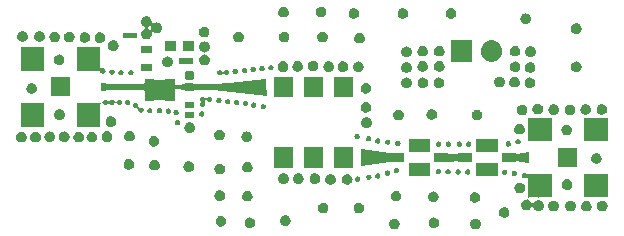
<source format=gts>
G04 #@! TF.GenerationSoftware,KiCad,Pcbnew,(5.0.1)-4*
G04 #@! TF.CreationDate,2019-05-20T12:55:45-07:00*
G04 #@! TF.ProjectId,Tripler_circuit,547269706C65725F636972637569742E,rev?*
G04 #@! TF.SameCoordinates,Original*
G04 #@! TF.FileFunction,Soldermask,Top*
G04 #@! TF.FilePolarity,Negative*
%FSLAX46Y46*%
G04 Gerber Fmt 4.6, Leading zero omitted, Abs format (unit mm)*
G04 Created by KiCad (PCBNEW (5.0.1)-4) date 5/20/2019 12:55:45 PM*
%MOMM*%
%LPD*%
G01*
G04 APERTURE LIST*
%ADD10C,0.200000*%
G04 APERTURE END LIST*
D10*
G36*
X140006552Y-100566331D02*
X140088625Y-100600327D01*
X140088626Y-100600328D01*
X140088629Y-100600329D01*
X140153160Y-100643448D01*
X140162500Y-100649689D01*
X140225311Y-100712500D01*
X140225313Y-100712503D01*
X140225314Y-100712504D01*
X140274671Y-100786371D01*
X140274672Y-100786374D01*
X140274673Y-100786375D01*
X140308669Y-100868448D01*
X140326000Y-100955579D01*
X140326000Y-101044421D01*
X140308669Y-101131552D01*
X140274673Y-101213625D01*
X140274671Y-101213629D01*
X140225314Y-101287496D01*
X140225311Y-101287500D01*
X140162500Y-101350311D01*
X140162497Y-101350313D01*
X140162496Y-101350314D01*
X140088629Y-101399671D01*
X140088626Y-101399672D01*
X140088625Y-101399673D01*
X140006552Y-101433669D01*
X139919421Y-101451000D01*
X139830579Y-101451000D01*
X139743448Y-101433669D01*
X139661375Y-101399673D01*
X139661374Y-101399672D01*
X139661371Y-101399671D01*
X139587504Y-101350314D01*
X139587503Y-101350313D01*
X139587500Y-101350311D01*
X139524689Y-101287500D01*
X139524686Y-101287496D01*
X139475329Y-101213629D01*
X139475327Y-101213625D01*
X139441331Y-101131552D01*
X139424000Y-101044421D01*
X139424000Y-100955579D01*
X139441331Y-100868448D01*
X139475327Y-100786375D01*
X139475328Y-100786374D01*
X139475329Y-100786371D01*
X139524686Y-100712504D01*
X139524687Y-100712503D01*
X139524689Y-100712500D01*
X139587500Y-100649689D01*
X139596840Y-100643448D01*
X139661371Y-100600329D01*
X139661374Y-100600328D01*
X139661375Y-100600327D01*
X139743448Y-100566331D01*
X139830579Y-100549000D01*
X139919421Y-100549000D01*
X140006552Y-100566331D01*
X140006552Y-100566331D01*
G37*
G36*
X133131552Y-100566331D02*
X133213625Y-100600327D01*
X133213626Y-100600328D01*
X133213629Y-100600329D01*
X133278160Y-100643448D01*
X133287500Y-100649689D01*
X133350311Y-100712500D01*
X133350313Y-100712503D01*
X133350314Y-100712504D01*
X133399671Y-100786371D01*
X133399672Y-100786374D01*
X133399673Y-100786375D01*
X133433669Y-100868448D01*
X133451000Y-100955579D01*
X133451000Y-101044421D01*
X133433669Y-101131552D01*
X133399673Y-101213625D01*
X133399671Y-101213629D01*
X133350314Y-101287496D01*
X133350311Y-101287500D01*
X133287500Y-101350311D01*
X133287497Y-101350313D01*
X133287496Y-101350314D01*
X133213629Y-101399671D01*
X133213626Y-101399672D01*
X133213625Y-101399673D01*
X133131552Y-101433669D01*
X133044421Y-101451000D01*
X132955579Y-101451000D01*
X132868448Y-101433669D01*
X132786375Y-101399673D01*
X132786374Y-101399672D01*
X132786371Y-101399671D01*
X132712504Y-101350314D01*
X132712503Y-101350313D01*
X132712500Y-101350311D01*
X132649689Y-101287500D01*
X132649686Y-101287496D01*
X132600329Y-101213629D01*
X132600327Y-101213625D01*
X132566331Y-101131552D01*
X132549000Y-101044421D01*
X132549000Y-100955579D01*
X132566331Y-100868448D01*
X132600327Y-100786375D01*
X132600328Y-100786374D01*
X132600329Y-100786371D01*
X132649686Y-100712504D01*
X132649687Y-100712503D01*
X132649689Y-100712500D01*
X132712500Y-100649689D01*
X132721840Y-100643448D01*
X132786371Y-100600329D01*
X132786374Y-100600328D01*
X132786375Y-100600327D01*
X132868448Y-100566331D01*
X132955579Y-100549000D01*
X133044421Y-100549000D01*
X133131552Y-100566331D01*
X133131552Y-100566331D01*
G37*
G36*
X136481552Y-100466331D02*
X136563625Y-100500327D01*
X136563626Y-100500328D01*
X136563629Y-100500329D01*
X136636469Y-100549000D01*
X136637500Y-100549689D01*
X136700311Y-100612500D01*
X136700313Y-100612503D01*
X136700314Y-100612504D01*
X136749671Y-100686371D01*
X136749672Y-100686374D01*
X136749673Y-100686375D01*
X136783669Y-100768448D01*
X136801000Y-100855579D01*
X136801000Y-100944421D01*
X136783669Y-101031552D01*
X136749673Y-101113625D01*
X136749671Y-101113629D01*
X136708882Y-101174673D01*
X136700311Y-101187500D01*
X136637500Y-101250311D01*
X136637497Y-101250313D01*
X136637496Y-101250314D01*
X136563629Y-101299671D01*
X136563626Y-101299672D01*
X136563625Y-101299673D01*
X136481552Y-101333669D01*
X136394421Y-101351000D01*
X136305579Y-101351000D01*
X136218448Y-101333669D01*
X136136375Y-101299673D01*
X136136374Y-101299672D01*
X136136371Y-101299671D01*
X136062504Y-101250314D01*
X136062503Y-101250313D01*
X136062500Y-101250311D01*
X135999689Y-101187500D01*
X135991118Y-101174673D01*
X135950329Y-101113629D01*
X135950327Y-101113625D01*
X135916331Y-101031552D01*
X135899000Y-100944421D01*
X135899000Y-100855579D01*
X135916331Y-100768448D01*
X135950327Y-100686375D01*
X135950328Y-100686374D01*
X135950329Y-100686371D01*
X135999686Y-100612504D01*
X135999687Y-100612503D01*
X135999689Y-100612500D01*
X136062500Y-100549689D01*
X136063531Y-100549000D01*
X136136371Y-100500329D01*
X136136374Y-100500328D01*
X136136375Y-100500327D01*
X136218448Y-100466331D01*
X136305579Y-100449000D01*
X136394421Y-100449000D01*
X136481552Y-100466331D01*
X136481552Y-100466331D01*
G37*
G36*
X120906552Y-100466331D02*
X120988625Y-100500327D01*
X120988626Y-100500328D01*
X120988629Y-100500329D01*
X121061469Y-100549000D01*
X121062500Y-100549689D01*
X121125311Y-100612500D01*
X121125313Y-100612503D01*
X121125314Y-100612504D01*
X121174671Y-100686371D01*
X121174672Y-100686374D01*
X121174673Y-100686375D01*
X121208669Y-100768448D01*
X121226000Y-100855579D01*
X121226000Y-100944421D01*
X121208669Y-101031552D01*
X121174673Y-101113625D01*
X121174671Y-101113629D01*
X121133882Y-101174673D01*
X121125311Y-101187500D01*
X121062500Y-101250311D01*
X121062497Y-101250313D01*
X121062496Y-101250314D01*
X120988629Y-101299671D01*
X120988626Y-101299672D01*
X120988625Y-101299673D01*
X120906552Y-101333669D01*
X120819421Y-101351000D01*
X120730579Y-101351000D01*
X120643448Y-101333669D01*
X120561375Y-101299673D01*
X120561374Y-101299672D01*
X120561371Y-101299671D01*
X120487504Y-101250314D01*
X120487503Y-101250313D01*
X120487500Y-101250311D01*
X120424689Y-101187500D01*
X120416118Y-101174673D01*
X120375329Y-101113629D01*
X120375327Y-101113625D01*
X120341331Y-101031552D01*
X120324000Y-100944421D01*
X120324000Y-100855579D01*
X120341331Y-100768448D01*
X120375327Y-100686375D01*
X120375328Y-100686374D01*
X120375329Y-100686371D01*
X120424686Y-100612504D01*
X120424687Y-100612503D01*
X120424689Y-100612500D01*
X120487500Y-100549689D01*
X120488531Y-100549000D01*
X120561371Y-100500329D01*
X120561374Y-100500328D01*
X120561375Y-100500327D01*
X120643448Y-100466331D01*
X120730579Y-100449000D01*
X120819421Y-100449000D01*
X120906552Y-100466331D01*
X120906552Y-100466331D01*
G37*
G36*
X118456552Y-100341331D02*
X118538625Y-100375327D01*
X118538626Y-100375328D01*
X118538629Y-100375329D01*
X118612496Y-100424686D01*
X118612500Y-100424689D01*
X118675311Y-100487500D01*
X118675313Y-100487503D01*
X118675314Y-100487504D01*
X118724671Y-100561371D01*
X118724672Y-100561374D01*
X118724673Y-100561375D01*
X118758669Y-100643448D01*
X118776000Y-100730579D01*
X118776000Y-100819421D01*
X118758669Y-100906552D01*
X118724673Y-100988625D01*
X118724671Y-100988629D01*
X118695990Y-101031552D01*
X118675311Y-101062500D01*
X118612500Y-101125311D01*
X118612497Y-101125313D01*
X118612496Y-101125314D01*
X118538629Y-101174671D01*
X118538626Y-101174672D01*
X118538625Y-101174673D01*
X118456552Y-101208669D01*
X118369421Y-101226000D01*
X118280579Y-101226000D01*
X118193448Y-101208669D01*
X118111375Y-101174673D01*
X118111374Y-101174672D01*
X118111371Y-101174671D01*
X118037504Y-101125314D01*
X118037503Y-101125313D01*
X118037500Y-101125311D01*
X117974689Y-101062500D01*
X117954010Y-101031552D01*
X117925329Y-100988629D01*
X117925327Y-100988625D01*
X117891331Y-100906552D01*
X117874000Y-100819421D01*
X117874000Y-100730579D01*
X117891331Y-100643448D01*
X117925327Y-100561375D01*
X117925328Y-100561374D01*
X117925329Y-100561371D01*
X117974686Y-100487504D01*
X117974687Y-100487503D01*
X117974689Y-100487500D01*
X118037500Y-100424689D01*
X118037504Y-100424686D01*
X118111371Y-100375329D01*
X118111374Y-100375328D01*
X118111375Y-100375327D01*
X118193448Y-100341331D01*
X118280579Y-100324000D01*
X118369421Y-100324000D01*
X118456552Y-100341331D01*
X118456552Y-100341331D01*
G37*
G36*
X123906552Y-100291331D02*
X123988625Y-100325327D01*
X123988626Y-100325328D01*
X123988629Y-100325329D01*
X124062496Y-100374686D01*
X124062500Y-100374689D01*
X124125311Y-100437500D01*
X124125313Y-100437503D01*
X124125314Y-100437504D01*
X124174671Y-100511371D01*
X124174672Y-100511374D01*
X124174673Y-100511375D01*
X124208669Y-100593448D01*
X124226000Y-100680579D01*
X124226000Y-100769421D01*
X124208669Y-100856552D01*
X124203741Y-100868448D01*
X124174671Y-100938629D01*
X124125314Y-101012496D01*
X124125311Y-101012500D01*
X124062500Y-101075311D01*
X124062497Y-101075313D01*
X124062496Y-101075314D01*
X123988629Y-101124671D01*
X123988626Y-101124672D01*
X123988625Y-101124673D01*
X123906552Y-101158669D01*
X123819421Y-101176000D01*
X123730579Y-101176000D01*
X123643448Y-101158669D01*
X123561375Y-101124673D01*
X123561374Y-101124672D01*
X123561371Y-101124671D01*
X123487504Y-101075314D01*
X123487503Y-101075313D01*
X123487500Y-101075311D01*
X123424689Y-101012500D01*
X123424686Y-101012496D01*
X123375329Y-100938629D01*
X123346259Y-100868448D01*
X123341331Y-100856552D01*
X123324000Y-100769421D01*
X123324000Y-100680579D01*
X123341331Y-100593448D01*
X123375327Y-100511375D01*
X123375328Y-100511374D01*
X123375329Y-100511371D01*
X123424686Y-100437504D01*
X123424687Y-100437503D01*
X123424689Y-100437500D01*
X123487500Y-100374689D01*
X123487504Y-100374686D01*
X123561371Y-100325329D01*
X123561374Y-100325328D01*
X123561375Y-100325327D01*
X123643448Y-100291331D01*
X123730579Y-100274000D01*
X123819421Y-100274000D01*
X123906552Y-100291331D01*
X123906552Y-100291331D01*
G37*
G36*
X142431552Y-99591331D02*
X142513625Y-99625327D01*
X142513626Y-99625328D01*
X142513629Y-99625329D01*
X142570948Y-99663629D01*
X142587500Y-99674689D01*
X142650311Y-99737500D01*
X142650313Y-99737503D01*
X142650314Y-99737504D01*
X142699671Y-99811371D01*
X142699672Y-99811374D01*
X142699673Y-99811375D01*
X142733669Y-99893448D01*
X142751000Y-99980579D01*
X142751000Y-100069421D01*
X142733669Y-100156552D01*
X142699673Y-100238625D01*
X142699671Y-100238629D01*
X142650314Y-100312496D01*
X142650311Y-100312500D01*
X142587500Y-100375311D01*
X142587497Y-100375313D01*
X142587496Y-100375314D01*
X142513629Y-100424671D01*
X142513626Y-100424672D01*
X142513625Y-100424673D01*
X142431552Y-100458669D01*
X142344421Y-100476000D01*
X142255579Y-100476000D01*
X142168448Y-100458669D01*
X142086375Y-100424673D01*
X142086374Y-100424672D01*
X142086371Y-100424671D01*
X142012504Y-100375314D01*
X142012503Y-100375313D01*
X142012500Y-100375311D01*
X141949689Y-100312500D01*
X141949686Y-100312496D01*
X141900329Y-100238629D01*
X141900327Y-100238625D01*
X141866331Y-100156552D01*
X141849000Y-100069421D01*
X141849000Y-99980579D01*
X141866331Y-99893448D01*
X141900327Y-99811375D01*
X141900328Y-99811374D01*
X141900329Y-99811371D01*
X141949686Y-99737504D01*
X141949687Y-99737503D01*
X141949689Y-99737500D01*
X142012500Y-99674689D01*
X142029052Y-99663629D01*
X142086371Y-99625329D01*
X142086374Y-99625328D01*
X142086375Y-99625327D01*
X142168448Y-99591331D01*
X142255579Y-99574000D01*
X142344421Y-99574000D01*
X142431552Y-99591331D01*
X142431552Y-99591331D01*
G37*
G36*
X130131552Y-99216331D02*
X130213625Y-99250327D01*
X130213626Y-99250328D01*
X130213629Y-99250329D01*
X130268248Y-99286825D01*
X130287500Y-99299689D01*
X130350311Y-99362500D01*
X130350313Y-99362503D01*
X130350314Y-99362504D01*
X130399671Y-99436371D01*
X130399672Y-99436374D01*
X130399673Y-99436375D01*
X130433669Y-99518448D01*
X130451000Y-99605579D01*
X130451000Y-99694421D01*
X130433669Y-99781552D01*
X130404902Y-99851000D01*
X130399671Y-99863629D01*
X130352871Y-99933669D01*
X130350311Y-99937500D01*
X130287500Y-100000311D01*
X130287497Y-100000313D01*
X130287496Y-100000314D01*
X130213629Y-100049671D01*
X130213626Y-100049672D01*
X130213625Y-100049673D01*
X130131552Y-100083669D01*
X130044421Y-100101000D01*
X129955579Y-100101000D01*
X129868448Y-100083669D01*
X129786375Y-100049673D01*
X129786374Y-100049672D01*
X129786371Y-100049671D01*
X129712504Y-100000314D01*
X129712503Y-100000313D01*
X129712500Y-100000311D01*
X129649689Y-99937500D01*
X129647129Y-99933669D01*
X129600329Y-99863629D01*
X129595098Y-99851000D01*
X129566331Y-99781552D01*
X129549000Y-99694421D01*
X129549000Y-99605579D01*
X129566331Y-99518448D01*
X129600327Y-99436375D01*
X129600328Y-99436374D01*
X129600329Y-99436371D01*
X129649686Y-99362504D01*
X129649687Y-99362503D01*
X129649689Y-99362500D01*
X129712500Y-99299689D01*
X129731752Y-99286825D01*
X129786371Y-99250329D01*
X129786374Y-99250328D01*
X129786375Y-99250327D01*
X129868448Y-99216331D01*
X129955579Y-99199000D01*
X130044421Y-99199000D01*
X130131552Y-99216331D01*
X130131552Y-99216331D01*
G37*
G36*
X127106552Y-99216331D02*
X127188625Y-99250327D01*
X127188626Y-99250328D01*
X127188629Y-99250329D01*
X127243248Y-99286825D01*
X127262500Y-99299689D01*
X127325311Y-99362500D01*
X127325313Y-99362503D01*
X127325314Y-99362504D01*
X127374671Y-99436371D01*
X127374672Y-99436374D01*
X127374673Y-99436375D01*
X127408669Y-99518448D01*
X127426000Y-99605579D01*
X127426000Y-99694421D01*
X127408669Y-99781552D01*
X127379902Y-99851000D01*
X127374671Y-99863629D01*
X127327871Y-99933669D01*
X127325311Y-99937500D01*
X127262500Y-100000311D01*
X127262497Y-100000313D01*
X127262496Y-100000314D01*
X127188629Y-100049671D01*
X127188626Y-100049672D01*
X127188625Y-100049673D01*
X127106552Y-100083669D01*
X127019421Y-100101000D01*
X126930579Y-100101000D01*
X126843448Y-100083669D01*
X126761375Y-100049673D01*
X126761374Y-100049672D01*
X126761371Y-100049671D01*
X126687504Y-100000314D01*
X126687503Y-100000313D01*
X126687500Y-100000311D01*
X126624689Y-99937500D01*
X126622129Y-99933669D01*
X126575329Y-99863629D01*
X126570098Y-99851000D01*
X126541331Y-99781552D01*
X126524000Y-99694421D01*
X126524000Y-99605579D01*
X126541331Y-99518448D01*
X126575327Y-99436375D01*
X126575328Y-99436374D01*
X126575329Y-99436371D01*
X126624686Y-99362504D01*
X126624687Y-99362503D01*
X126624689Y-99362500D01*
X126687500Y-99299689D01*
X126706752Y-99286825D01*
X126761371Y-99250329D01*
X126761374Y-99250328D01*
X126761375Y-99250327D01*
X126843448Y-99216331D01*
X126930579Y-99199000D01*
X127019421Y-99199000D01*
X127106552Y-99216331D01*
X127106552Y-99216331D01*
G37*
G36*
X149381552Y-99066331D02*
X149463625Y-99100327D01*
X149463626Y-99100328D01*
X149463629Y-99100329D01*
X149537496Y-99149686D01*
X149537500Y-99149689D01*
X149600311Y-99212500D01*
X149600313Y-99212503D01*
X149600314Y-99212504D01*
X149649671Y-99286371D01*
X149649672Y-99286374D01*
X149649673Y-99286375D01*
X149683669Y-99368448D01*
X149701000Y-99455579D01*
X149701000Y-99544421D01*
X149683669Y-99631552D01*
X149649673Y-99713625D01*
X149649671Y-99713629D01*
X149600314Y-99787496D01*
X149600311Y-99787500D01*
X149537500Y-99850311D01*
X149537497Y-99850313D01*
X149537496Y-99850314D01*
X149463629Y-99899671D01*
X149463626Y-99899672D01*
X149463625Y-99899673D01*
X149381552Y-99933669D01*
X149294421Y-99951000D01*
X149205579Y-99951000D01*
X149118448Y-99933669D01*
X149036375Y-99899673D01*
X149036374Y-99899672D01*
X149036371Y-99899671D01*
X148962504Y-99850314D01*
X148962503Y-99850313D01*
X148962500Y-99850311D01*
X148899689Y-99787500D01*
X148899686Y-99787496D01*
X148850329Y-99713629D01*
X148850327Y-99713625D01*
X148816331Y-99631552D01*
X148799000Y-99544421D01*
X148799000Y-99455579D01*
X148816331Y-99368448D01*
X148850327Y-99286375D01*
X148850328Y-99286374D01*
X148850329Y-99286371D01*
X148899686Y-99212504D01*
X148899687Y-99212503D01*
X148899689Y-99212500D01*
X148962500Y-99149689D01*
X148962504Y-99149686D01*
X149036371Y-99100329D01*
X149036374Y-99100328D01*
X149036375Y-99100327D01*
X149118448Y-99066331D01*
X149205579Y-99049000D01*
X149294421Y-99049000D01*
X149381552Y-99066331D01*
X149381552Y-99066331D01*
G37*
G36*
X150731552Y-99041331D02*
X150813625Y-99075327D01*
X150813626Y-99075328D01*
X150813629Y-99075329D01*
X150887496Y-99124686D01*
X150887500Y-99124689D01*
X150950311Y-99187500D01*
X150950313Y-99187503D01*
X150950314Y-99187504D01*
X150999671Y-99261371D01*
X150999672Y-99261374D01*
X150999673Y-99261375D01*
X151033669Y-99343448D01*
X151051000Y-99430579D01*
X151051000Y-99519421D01*
X151033669Y-99606552D01*
X151000139Y-99687500D01*
X150999671Y-99688629D01*
X150950314Y-99762496D01*
X150950311Y-99762500D01*
X150887500Y-99825311D01*
X150887497Y-99825313D01*
X150887496Y-99825314D01*
X150813629Y-99874671D01*
X150813626Y-99874672D01*
X150813625Y-99874673D01*
X150731552Y-99908669D01*
X150644421Y-99926000D01*
X150555579Y-99926000D01*
X150468448Y-99908669D01*
X150386375Y-99874673D01*
X150386374Y-99874672D01*
X150386371Y-99874671D01*
X150312504Y-99825314D01*
X150312503Y-99825313D01*
X150312500Y-99825311D01*
X150249689Y-99762500D01*
X150249686Y-99762496D01*
X150200329Y-99688629D01*
X150199861Y-99687500D01*
X150166331Y-99606552D01*
X150149000Y-99519421D01*
X150149000Y-99430579D01*
X150166331Y-99343448D01*
X150200327Y-99261375D01*
X150200328Y-99261374D01*
X150200329Y-99261371D01*
X150249686Y-99187504D01*
X150249687Y-99187503D01*
X150249689Y-99187500D01*
X150312500Y-99124689D01*
X150312504Y-99124686D01*
X150386371Y-99075329D01*
X150386374Y-99075328D01*
X150386375Y-99075327D01*
X150468448Y-99041331D01*
X150555579Y-99024000D01*
X150644421Y-99024000D01*
X150731552Y-99041331D01*
X150731552Y-99041331D01*
G37*
G36*
X146606552Y-99041331D02*
X146688625Y-99075327D01*
X146688626Y-99075328D01*
X146688629Y-99075329D01*
X146762496Y-99124686D01*
X146762500Y-99124689D01*
X146825311Y-99187500D01*
X146825313Y-99187503D01*
X146825314Y-99187504D01*
X146874671Y-99261371D01*
X146874672Y-99261374D01*
X146874673Y-99261375D01*
X146908669Y-99343448D01*
X146926000Y-99430579D01*
X146926000Y-99519421D01*
X146908669Y-99606552D01*
X146875139Y-99687500D01*
X146874671Y-99688629D01*
X146825314Y-99762496D01*
X146825311Y-99762500D01*
X146762500Y-99825311D01*
X146762497Y-99825313D01*
X146762496Y-99825314D01*
X146688629Y-99874671D01*
X146688626Y-99874672D01*
X146688625Y-99874673D01*
X146606552Y-99908669D01*
X146519421Y-99926000D01*
X146430579Y-99926000D01*
X146343448Y-99908669D01*
X146261375Y-99874673D01*
X146261374Y-99874672D01*
X146261371Y-99874671D01*
X146187504Y-99825314D01*
X146187503Y-99825313D01*
X146187500Y-99825311D01*
X146124689Y-99762500D01*
X146124686Y-99762496D01*
X146075329Y-99688629D01*
X146074861Y-99687500D01*
X146041331Y-99606552D01*
X146024000Y-99519421D01*
X146024000Y-99430579D01*
X146041331Y-99343448D01*
X146075327Y-99261375D01*
X146075328Y-99261374D01*
X146075329Y-99261371D01*
X146124686Y-99187504D01*
X146124687Y-99187503D01*
X146124689Y-99187500D01*
X146187500Y-99124689D01*
X146187504Y-99124686D01*
X146261371Y-99075329D01*
X146261374Y-99075328D01*
X146261375Y-99075327D01*
X146343448Y-99041331D01*
X146430579Y-99024000D01*
X146519421Y-99024000D01*
X146606552Y-99041331D01*
X146606552Y-99041331D01*
G37*
G36*
X148056552Y-99041331D02*
X148138625Y-99075327D01*
X148138626Y-99075328D01*
X148138629Y-99075329D01*
X148212496Y-99124686D01*
X148212500Y-99124689D01*
X148275311Y-99187500D01*
X148275313Y-99187503D01*
X148275314Y-99187504D01*
X148324671Y-99261371D01*
X148324672Y-99261374D01*
X148324673Y-99261375D01*
X148358669Y-99343448D01*
X148376000Y-99430579D01*
X148376000Y-99519421D01*
X148358669Y-99606552D01*
X148325139Y-99687500D01*
X148324671Y-99688629D01*
X148275314Y-99762496D01*
X148275311Y-99762500D01*
X148212500Y-99825311D01*
X148212497Y-99825313D01*
X148212496Y-99825314D01*
X148138629Y-99874671D01*
X148138626Y-99874672D01*
X148138625Y-99874673D01*
X148056552Y-99908669D01*
X147969421Y-99926000D01*
X147880579Y-99926000D01*
X147793448Y-99908669D01*
X147711375Y-99874673D01*
X147711374Y-99874672D01*
X147711371Y-99874671D01*
X147637504Y-99825314D01*
X147637503Y-99825313D01*
X147637500Y-99825311D01*
X147574689Y-99762500D01*
X147574686Y-99762496D01*
X147525329Y-99688629D01*
X147524861Y-99687500D01*
X147491331Y-99606552D01*
X147474000Y-99519421D01*
X147474000Y-99430579D01*
X147491331Y-99343448D01*
X147525327Y-99261375D01*
X147525328Y-99261374D01*
X147525329Y-99261371D01*
X147574686Y-99187504D01*
X147574687Y-99187503D01*
X147574689Y-99187500D01*
X147637500Y-99124689D01*
X147637504Y-99124686D01*
X147711371Y-99075329D01*
X147711374Y-99075328D01*
X147711375Y-99075327D01*
X147793448Y-99041331D01*
X147880579Y-99024000D01*
X147969421Y-99024000D01*
X148056552Y-99041331D01*
X148056552Y-99041331D01*
G37*
G36*
X144304586Y-98905386D02*
X144311699Y-98928835D01*
X144323250Y-98950446D01*
X144338796Y-98969388D01*
X144357738Y-98984934D01*
X144379349Y-98996485D01*
X144388625Y-99000327D01*
X144388626Y-99000328D01*
X144388629Y-99000329D01*
X144462496Y-99049686D01*
X144462500Y-99049689D01*
X144525311Y-99112500D01*
X144525313Y-99112503D01*
X144525314Y-99112504D01*
X144574671Y-99186371D01*
X144575140Y-99187504D01*
X144584318Y-99209661D01*
X144595869Y-99231272D01*
X144611415Y-99250214D01*
X144630357Y-99265759D01*
X144651968Y-99277310D01*
X144675417Y-99284423D01*
X144699803Y-99286825D01*
X144724190Y-99284423D01*
X144747639Y-99277310D01*
X144769250Y-99265759D01*
X144788192Y-99250213D01*
X144803737Y-99231271D01*
X144813720Y-99216331D01*
X144849686Y-99162504D01*
X144849687Y-99162502D01*
X144912500Y-99099689D01*
X144912504Y-99099686D01*
X144986371Y-99050329D01*
X144986374Y-99050328D01*
X144986375Y-99050327D01*
X145068448Y-99016331D01*
X145132463Y-99003598D01*
X145155912Y-98996485D01*
X145177523Y-98984934D01*
X145196465Y-98969389D01*
X145200000Y-98965081D01*
X145203535Y-98969388D01*
X145222477Y-98984934D01*
X145244088Y-98996485D01*
X145267537Y-99003598D01*
X145331552Y-99016331D01*
X145413625Y-99050327D01*
X145413626Y-99050328D01*
X145413629Y-99050329D01*
X145487496Y-99099686D01*
X145487500Y-99099689D01*
X145550311Y-99162500D01*
X145550312Y-99162502D01*
X145550314Y-99162504D01*
X145599671Y-99236371D01*
X145599672Y-99236374D01*
X145599673Y-99236375D01*
X145633669Y-99318448D01*
X145651000Y-99405579D01*
X145651000Y-99494421D01*
X145633669Y-99581552D01*
X145612958Y-99631552D01*
X145599671Y-99663629D01*
X145550314Y-99737496D01*
X145550311Y-99737500D01*
X145487500Y-99800311D01*
X145487497Y-99800313D01*
X145487496Y-99800314D01*
X145413629Y-99849671D01*
X145413626Y-99849672D01*
X145413625Y-99849673D01*
X145331552Y-99883669D01*
X145244421Y-99901000D01*
X145155579Y-99901000D01*
X145068448Y-99883669D01*
X144986375Y-99849673D01*
X144986374Y-99849672D01*
X144986371Y-99849671D01*
X144912504Y-99800314D01*
X144912503Y-99800313D01*
X144912500Y-99800311D01*
X144849689Y-99737500D01*
X144849686Y-99737496D01*
X144800329Y-99663629D01*
X144790682Y-99640339D01*
X144779131Y-99618728D01*
X144763585Y-99599786D01*
X144744643Y-99584241D01*
X144723032Y-99572690D01*
X144699583Y-99565577D01*
X144675197Y-99563175D01*
X144650810Y-99565577D01*
X144627361Y-99572690D01*
X144605750Y-99584241D01*
X144586808Y-99599787D01*
X144571264Y-99618727D01*
X144566853Y-99625329D01*
X144525313Y-99687498D01*
X144462500Y-99750311D01*
X144462497Y-99750313D01*
X144462496Y-99750314D01*
X144388629Y-99799671D01*
X144388626Y-99799672D01*
X144388625Y-99799673D01*
X144306552Y-99833669D01*
X144219421Y-99851000D01*
X144130579Y-99851000D01*
X144043448Y-99833669D01*
X143961375Y-99799673D01*
X143961374Y-99799672D01*
X143961371Y-99799671D01*
X143887504Y-99750314D01*
X143887503Y-99750313D01*
X143887500Y-99750311D01*
X143824689Y-99687500D01*
X143816127Y-99674686D01*
X143775329Y-99613629D01*
X143775327Y-99613625D01*
X143741331Y-99531552D01*
X143724000Y-99444421D01*
X143724000Y-99355579D01*
X143741331Y-99268448D01*
X143775327Y-99186375D01*
X143775328Y-99186374D01*
X143775329Y-99186371D01*
X143824686Y-99112504D01*
X143824687Y-99112503D01*
X143824689Y-99112500D01*
X143887500Y-99049689D01*
X143887504Y-99049686D01*
X143961371Y-99000329D01*
X143961374Y-99000328D01*
X143961375Y-99000327D01*
X144043448Y-98966331D01*
X144130579Y-98949000D01*
X144199000Y-98949000D01*
X144223386Y-98946598D01*
X144246835Y-98939485D01*
X144268446Y-98927934D01*
X144287388Y-98912388D01*
X144302934Y-98893446D01*
X144303336Y-98892694D01*
X144304586Y-98905386D01*
X144304586Y-98905386D01*
G37*
G36*
X139956552Y-98316331D02*
X140038625Y-98350327D01*
X140038626Y-98350328D01*
X140038629Y-98350329D01*
X140112496Y-98399686D01*
X140112500Y-98399689D01*
X140175311Y-98462500D01*
X140175313Y-98462503D01*
X140175314Y-98462504D01*
X140224671Y-98536371D01*
X140224672Y-98536374D01*
X140224673Y-98536375D01*
X140258669Y-98618448D01*
X140276000Y-98705579D01*
X140276000Y-98794421D01*
X140258669Y-98881552D01*
X140230132Y-98950446D01*
X140224671Y-98963629D01*
X140177871Y-99033669D01*
X140175311Y-99037500D01*
X140112500Y-99100311D01*
X140112497Y-99100313D01*
X140112496Y-99100314D01*
X140038629Y-99149671D01*
X140038626Y-99149672D01*
X140038625Y-99149673D01*
X139956552Y-99183669D01*
X139869421Y-99201000D01*
X139780579Y-99201000D01*
X139693448Y-99183669D01*
X139611375Y-99149673D01*
X139611374Y-99149672D01*
X139611371Y-99149671D01*
X139537504Y-99100314D01*
X139537503Y-99100313D01*
X139537500Y-99100311D01*
X139474689Y-99037500D01*
X139472129Y-99033669D01*
X139425329Y-98963629D01*
X139419868Y-98950446D01*
X139391331Y-98881552D01*
X139374000Y-98794421D01*
X139374000Y-98705579D01*
X139391331Y-98618448D01*
X139425327Y-98536375D01*
X139425328Y-98536374D01*
X139425329Y-98536371D01*
X139474686Y-98462504D01*
X139474687Y-98462503D01*
X139474689Y-98462500D01*
X139537500Y-98399689D01*
X139537504Y-98399686D01*
X139611371Y-98350329D01*
X139611374Y-98350328D01*
X139611375Y-98350327D01*
X139693448Y-98316331D01*
X139780579Y-98299000D01*
X139869421Y-98299000D01*
X139956552Y-98316331D01*
X139956552Y-98316331D01*
G37*
G36*
X136431552Y-98266331D02*
X136513625Y-98300327D01*
X136513626Y-98300328D01*
X136513629Y-98300329D01*
X136587496Y-98349686D01*
X136587500Y-98349689D01*
X136650311Y-98412500D01*
X136650313Y-98412503D01*
X136650314Y-98412504D01*
X136699671Y-98486371D01*
X136699672Y-98486374D01*
X136699673Y-98486375D01*
X136733669Y-98568448D01*
X136751000Y-98655579D01*
X136751000Y-98744421D01*
X136733669Y-98831552D01*
X136700185Y-98912388D01*
X136699671Y-98913629D01*
X136652026Y-98984934D01*
X136650311Y-98987500D01*
X136587500Y-99050311D01*
X136587497Y-99050313D01*
X136587496Y-99050314D01*
X136513629Y-99099671D01*
X136513626Y-99099672D01*
X136513625Y-99099673D01*
X136431552Y-99133669D01*
X136344421Y-99151000D01*
X136255579Y-99151000D01*
X136168448Y-99133669D01*
X136086375Y-99099673D01*
X136086374Y-99099672D01*
X136086371Y-99099671D01*
X136012504Y-99050314D01*
X136012503Y-99050313D01*
X136012500Y-99050311D01*
X135949689Y-98987500D01*
X135947974Y-98984934D01*
X135900329Y-98913629D01*
X135899815Y-98912388D01*
X135866331Y-98831552D01*
X135849000Y-98744421D01*
X135849000Y-98655579D01*
X135866331Y-98568448D01*
X135900327Y-98486375D01*
X135900328Y-98486374D01*
X135900329Y-98486371D01*
X135949686Y-98412504D01*
X135949687Y-98412503D01*
X135949689Y-98412500D01*
X136012500Y-98349689D01*
X136012504Y-98349686D01*
X136086371Y-98300329D01*
X136086374Y-98300328D01*
X136086375Y-98300327D01*
X136168448Y-98266331D01*
X136255579Y-98249000D01*
X136344421Y-98249000D01*
X136431552Y-98266331D01*
X136431552Y-98266331D01*
G37*
G36*
X120681552Y-98216331D02*
X120763625Y-98250327D01*
X120763626Y-98250328D01*
X120763629Y-98250329D01*
X120836469Y-98299000D01*
X120837500Y-98299689D01*
X120900311Y-98362500D01*
X120900313Y-98362503D01*
X120900314Y-98362504D01*
X120949671Y-98436371D01*
X120949672Y-98436374D01*
X120949673Y-98436375D01*
X120983669Y-98518448D01*
X121001000Y-98605579D01*
X121001000Y-98694421D01*
X120983669Y-98781552D01*
X120962958Y-98831552D01*
X120949671Y-98863629D01*
X120906703Y-98927934D01*
X120900311Y-98937500D01*
X120837500Y-99000311D01*
X120837497Y-99000313D01*
X120837496Y-99000314D01*
X120763629Y-99049671D01*
X120763626Y-99049672D01*
X120763625Y-99049673D01*
X120681552Y-99083669D01*
X120594421Y-99101000D01*
X120505579Y-99101000D01*
X120418448Y-99083669D01*
X120336375Y-99049673D01*
X120336374Y-99049672D01*
X120336371Y-99049671D01*
X120262504Y-99000314D01*
X120262503Y-99000313D01*
X120262500Y-99000311D01*
X120199689Y-98937500D01*
X120193297Y-98927934D01*
X120150329Y-98863629D01*
X120137042Y-98831552D01*
X120116331Y-98781552D01*
X120099000Y-98694421D01*
X120099000Y-98605579D01*
X120116331Y-98518448D01*
X120150327Y-98436375D01*
X120150328Y-98436374D01*
X120150329Y-98436371D01*
X120199686Y-98362504D01*
X120199687Y-98362503D01*
X120199689Y-98362500D01*
X120262500Y-98299689D01*
X120263531Y-98299000D01*
X120336371Y-98250329D01*
X120336374Y-98250328D01*
X120336375Y-98250327D01*
X120418448Y-98216331D01*
X120505579Y-98199000D01*
X120594421Y-98199000D01*
X120681552Y-98216331D01*
X120681552Y-98216331D01*
G37*
G36*
X133281552Y-98216331D02*
X133363625Y-98250327D01*
X133363626Y-98250328D01*
X133363629Y-98250329D01*
X133436469Y-98299000D01*
X133437500Y-98299689D01*
X133500311Y-98362500D01*
X133500313Y-98362503D01*
X133500314Y-98362504D01*
X133549671Y-98436371D01*
X133549672Y-98436374D01*
X133549673Y-98436375D01*
X133583669Y-98518448D01*
X133601000Y-98605579D01*
X133601000Y-98694421D01*
X133583669Y-98781552D01*
X133562958Y-98831552D01*
X133549671Y-98863629D01*
X133506703Y-98927934D01*
X133500311Y-98937500D01*
X133437500Y-99000311D01*
X133437497Y-99000313D01*
X133437496Y-99000314D01*
X133363629Y-99049671D01*
X133363626Y-99049672D01*
X133363625Y-99049673D01*
X133281552Y-99083669D01*
X133194421Y-99101000D01*
X133105579Y-99101000D01*
X133018448Y-99083669D01*
X132936375Y-99049673D01*
X132936374Y-99049672D01*
X132936371Y-99049671D01*
X132862504Y-99000314D01*
X132862503Y-99000313D01*
X132862500Y-99000311D01*
X132799689Y-98937500D01*
X132793297Y-98927934D01*
X132750329Y-98863629D01*
X132737042Y-98831552D01*
X132716331Y-98781552D01*
X132699000Y-98694421D01*
X132699000Y-98605579D01*
X132716331Y-98518448D01*
X132750327Y-98436375D01*
X132750328Y-98436374D01*
X132750329Y-98436371D01*
X132799686Y-98362504D01*
X132799687Y-98362503D01*
X132799689Y-98362500D01*
X132862500Y-98299689D01*
X132863531Y-98299000D01*
X132936371Y-98250329D01*
X132936374Y-98250328D01*
X132936375Y-98250327D01*
X133018448Y-98216331D01*
X133105579Y-98199000D01*
X133194421Y-98199000D01*
X133281552Y-98216331D01*
X133281552Y-98216331D01*
G37*
G36*
X118356552Y-98166331D02*
X118438625Y-98200327D01*
X118438626Y-98200328D01*
X118438629Y-98200329D01*
X118511469Y-98249000D01*
X118512500Y-98249689D01*
X118575311Y-98312500D01*
X118575313Y-98312503D01*
X118575314Y-98312504D01*
X118624671Y-98386371D01*
X118624672Y-98386374D01*
X118624673Y-98386375D01*
X118658669Y-98468448D01*
X118676000Y-98555579D01*
X118676000Y-98644421D01*
X118658669Y-98731552D01*
X118625909Y-98810640D01*
X118624671Y-98813629D01*
X118575314Y-98887496D01*
X118575311Y-98887500D01*
X118512500Y-98950311D01*
X118512497Y-98950313D01*
X118512496Y-98950314D01*
X118438629Y-98999671D01*
X118438626Y-98999672D01*
X118438625Y-98999673D01*
X118356552Y-99033669D01*
X118269421Y-99051000D01*
X118180579Y-99051000D01*
X118093448Y-99033669D01*
X118011375Y-98999673D01*
X118011374Y-98999672D01*
X118011371Y-98999671D01*
X117937504Y-98950314D01*
X117937503Y-98950313D01*
X117937500Y-98950311D01*
X117874689Y-98887500D01*
X117874686Y-98887496D01*
X117825329Y-98813629D01*
X117824091Y-98810640D01*
X117791331Y-98731552D01*
X117774000Y-98644421D01*
X117774000Y-98555579D01*
X117791331Y-98468448D01*
X117825327Y-98386375D01*
X117825328Y-98386374D01*
X117825329Y-98386371D01*
X117874686Y-98312504D01*
X117874687Y-98312503D01*
X117874689Y-98312500D01*
X117937500Y-98249689D01*
X117938531Y-98249000D01*
X118011371Y-98200329D01*
X118011374Y-98200328D01*
X118011375Y-98200327D01*
X118093448Y-98166331D01*
X118180579Y-98149000D01*
X118269421Y-98149000D01*
X118356552Y-98166331D01*
X118356552Y-98166331D01*
G37*
G36*
X144090922Y-96682685D02*
X144132051Y-96699721D01*
X144169067Y-96724454D01*
X144169071Y-96724458D01*
X144177374Y-96730006D01*
X144180942Y-96732934D01*
X144202553Y-96744485D01*
X144226002Y-96751598D01*
X144250388Y-96754000D01*
X146326000Y-96754000D01*
X146326000Y-98756000D01*
X145291923Y-98756000D01*
X145267537Y-98758402D01*
X145244088Y-98765515D01*
X145222477Y-98777066D01*
X145203535Y-98792612D01*
X145200000Y-98796919D01*
X145196466Y-98792612D01*
X145177524Y-98777067D01*
X145155913Y-98765515D01*
X145132464Y-98758402D01*
X145108077Y-98756000D01*
X144427184Y-98756000D01*
X144402798Y-98758402D01*
X144379349Y-98765515D01*
X144357738Y-98777066D01*
X144338796Y-98792612D01*
X144324000Y-98810640D01*
X144324000Y-98016786D01*
X144321598Y-97992400D01*
X144314485Y-97968951D01*
X144304356Y-97950000D01*
X144314485Y-97931050D01*
X144321598Y-97907601D01*
X144324000Y-97883214D01*
X144324000Y-97205881D01*
X144321598Y-97181495D01*
X144314485Y-97158046D01*
X144302934Y-97136435D01*
X144287388Y-97117493D01*
X144268446Y-97101947D01*
X144246835Y-97090396D01*
X144223386Y-97083283D01*
X144199000Y-97080881D01*
X144174614Y-97083283D01*
X144151165Y-97090396D01*
X144134825Y-97099130D01*
X144132051Y-97100279D01*
X144090922Y-97117315D01*
X144047259Y-97126000D01*
X144002741Y-97126000D01*
X143959078Y-97117315D01*
X143917949Y-97100279D01*
X143880933Y-97075546D01*
X143849454Y-97044067D01*
X143824721Y-97007051D01*
X143807685Y-96965922D01*
X143799000Y-96922259D01*
X143799000Y-96877741D01*
X143807685Y-96834078D01*
X143824721Y-96792949D01*
X143849454Y-96755933D01*
X143880933Y-96724454D01*
X143917949Y-96699721D01*
X143959078Y-96682685D01*
X144002741Y-96674000D01*
X144047259Y-96674000D01*
X144090922Y-96682685D01*
X144090922Y-96682685D01*
G37*
G36*
X151076000Y-98756000D02*
X149074000Y-98756000D01*
X149074000Y-96754000D01*
X151076000Y-96754000D01*
X151076000Y-98756000D01*
X151076000Y-98756000D01*
G37*
G36*
X143756552Y-97516331D02*
X143838625Y-97550327D01*
X143838626Y-97550328D01*
X143838629Y-97550329D01*
X143888525Y-97583669D01*
X143912500Y-97599689D01*
X143975311Y-97662500D01*
X143975313Y-97662503D01*
X143975314Y-97662504D01*
X144024671Y-97736371D01*
X144024672Y-97736374D01*
X144024673Y-97736375D01*
X144058669Y-97818448D01*
X144076402Y-97907600D01*
X144083515Y-97931049D01*
X144093644Y-97950000D01*
X144083515Y-97968951D01*
X144076402Y-97992400D01*
X144058669Y-98081552D01*
X144024673Y-98163625D01*
X144024671Y-98163629D01*
X143975314Y-98237496D01*
X143975311Y-98237500D01*
X143912500Y-98300311D01*
X143912497Y-98300313D01*
X143912496Y-98300314D01*
X143838629Y-98349671D01*
X143838626Y-98349672D01*
X143838625Y-98349673D01*
X143756552Y-98383669D01*
X143669421Y-98401000D01*
X143580579Y-98401000D01*
X143493448Y-98383669D01*
X143411375Y-98349673D01*
X143411374Y-98349672D01*
X143411371Y-98349671D01*
X143337504Y-98300314D01*
X143337503Y-98300313D01*
X143337500Y-98300311D01*
X143274689Y-98237500D01*
X143274686Y-98237496D01*
X143225329Y-98163629D01*
X143225327Y-98163625D01*
X143191331Y-98081552D01*
X143174000Y-97994421D01*
X143174000Y-97905579D01*
X143191331Y-97818448D01*
X143225327Y-97736375D01*
X143225328Y-97736374D01*
X143225329Y-97736371D01*
X143274686Y-97662504D01*
X143274687Y-97662503D01*
X143274689Y-97662500D01*
X143337500Y-97599689D01*
X143361475Y-97583669D01*
X143411371Y-97550329D01*
X143411374Y-97550328D01*
X143411375Y-97550327D01*
X143493448Y-97516331D01*
X143580579Y-97499000D01*
X143669421Y-97499000D01*
X143756552Y-97516331D01*
X143756552Y-97516331D01*
G37*
G36*
X147756552Y-97241331D02*
X147838625Y-97275327D01*
X147838626Y-97275328D01*
X147838629Y-97275329D01*
X147912496Y-97324686D01*
X147912500Y-97324689D01*
X147975311Y-97387500D01*
X147975313Y-97387503D01*
X147975314Y-97387504D01*
X148024671Y-97461371D01*
X148024672Y-97461374D01*
X148024673Y-97461375D01*
X148058669Y-97543448D01*
X148076000Y-97630579D01*
X148076000Y-97719421D01*
X148058669Y-97806552D01*
X148053741Y-97818448D01*
X148024671Y-97888629D01*
X147975314Y-97962496D01*
X147975311Y-97962500D01*
X147912500Y-98025311D01*
X147912497Y-98025313D01*
X147912496Y-98025314D01*
X147838629Y-98074671D01*
X147838626Y-98074672D01*
X147838625Y-98074673D01*
X147756552Y-98108669D01*
X147669421Y-98126000D01*
X147580579Y-98126000D01*
X147493448Y-98108669D01*
X147411375Y-98074673D01*
X147411374Y-98074672D01*
X147411371Y-98074671D01*
X147337504Y-98025314D01*
X147337503Y-98025313D01*
X147337500Y-98025311D01*
X147274689Y-97962500D01*
X147274686Y-97962496D01*
X147225329Y-97888629D01*
X147196259Y-97818448D01*
X147191331Y-97806552D01*
X147174000Y-97719421D01*
X147174000Y-97630579D01*
X147191331Y-97543448D01*
X147225327Y-97461375D01*
X147225328Y-97461374D01*
X147225329Y-97461371D01*
X147274686Y-97387504D01*
X147274687Y-97387503D01*
X147274689Y-97387500D01*
X147337500Y-97324689D01*
X147337504Y-97324686D01*
X147411371Y-97275329D01*
X147411374Y-97275328D01*
X147411375Y-97275327D01*
X147493448Y-97241331D01*
X147580579Y-97224000D01*
X147669421Y-97224000D01*
X147756552Y-97241331D01*
X147756552Y-97241331D01*
G37*
G36*
X129131552Y-96791331D02*
X129213625Y-96825327D01*
X129213626Y-96825328D01*
X129213629Y-96825329D01*
X129287150Y-96874455D01*
X129287500Y-96874689D01*
X129350311Y-96937500D01*
X129350313Y-96937503D01*
X129350314Y-96937504D01*
X129399671Y-97011371D01*
X129399672Y-97011374D01*
X129399673Y-97011375D01*
X129433669Y-97093449D01*
X129439620Y-97123366D01*
X129446733Y-97146816D01*
X129458284Y-97168426D01*
X129473830Y-97187368D01*
X129492772Y-97202914D01*
X129506254Y-97210120D01*
X129499396Y-97213786D01*
X129480454Y-97229331D01*
X129464909Y-97248273D01*
X129453357Y-97269884D01*
X129446244Y-97293333D01*
X129433669Y-97356552D01*
X129400139Y-97437500D01*
X129399671Y-97438629D01*
X129350314Y-97512496D01*
X129350311Y-97512500D01*
X129287500Y-97575311D01*
X129287497Y-97575313D01*
X129287496Y-97575314D01*
X129213629Y-97624671D01*
X129213626Y-97624672D01*
X129213625Y-97624673D01*
X129131552Y-97658669D01*
X129044421Y-97676000D01*
X128955579Y-97676000D01*
X128868448Y-97658669D01*
X128786375Y-97624673D01*
X128786374Y-97624672D01*
X128786371Y-97624671D01*
X128712504Y-97575314D01*
X128712503Y-97575313D01*
X128712500Y-97575311D01*
X128649689Y-97512500D01*
X128649686Y-97512496D01*
X128600329Y-97438629D01*
X128599861Y-97437500D01*
X128566331Y-97356552D01*
X128549000Y-97269421D01*
X128549000Y-97180579D01*
X128566331Y-97093448D01*
X128600327Y-97011375D01*
X128600328Y-97011374D01*
X128600329Y-97011371D01*
X128649686Y-96937504D01*
X128649687Y-96937503D01*
X128649689Y-96937500D01*
X128712500Y-96874689D01*
X128712850Y-96874455D01*
X128786371Y-96825329D01*
X128786374Y-96825328D01*
X128786375Y-96825327D01*
X128868448Y-96791331D01*
X128955579Y-96774000D01*
X129044421Y-96774000D01*
X129131552Y-96791331D01*
X129131552Y-96791331D01*
G37*
G36*
X127731552Y-96791331D02*
X127813625Y-96825327D01*
X127813626Y-96825328D01*
X127813629Y-96825329D01*
X127887150Y-96874455D01*
X127887500Y-96874689D01*
X127950311Y-96937500D01*
X127950313Y-96937503D01*
X127950314Y-96937504D01*
X127999671Y-97011371D01*
X127999672Y-97011374D01*
X127999673Y-97011375D01*
X128033669Y-97093448D01*
X128051000Y-97180579D01*
X128051000Y-97269421D01*
X128033669Y-97356552D01*
X128000139Y-97437500D01*
X127999671Y-97438629D01*
X127950314Y-97512496D01*
X127950311Y-97512500D01*
X127887500Y-97575311D01*
X127887497Y-97575313D01*
X127887496Y-97575314D01*
X127813629Y-97624671D01*
X127813626Y-97624672D01*
X127813625Y-97624673D01*
X127731552Y-97658669D01*
X127644421Y-97676000D01*
X127555579Y-97676000D01*
X127468448Y-97658669D01*
X127386375Y-97624673D01*
X127386374Y-97624672D01*
X127386371Y-97624671D01*
X127312504Y-97575314D01*
X127312503Y-97575313D01*
X127312500Y-97575311D01*
X127249689Y-97512500D01*
X127249686Y-97512496D01*
X127200329Y-97438629D01*
X127199861Y-97437500D01*
X127166331Y-97356552D01*
X127149000Y-97269421D01*
X127149000Y-97180579D01*
X127166331Y-97093448D01*
X127200327Y-97011375D01*
X127200328Y-97011374D01*
X127200329Y-97011371D01*
X127249686Y-96937504D01*
X127249687Y-96937503D01*
X127249689Y-96937500D01*
X127312500Y-96874689D01*
X127312850Y-96874455D01*
X127386371Y-96825329D01*
X127386374Y-96825328D01*
X127386375Y-96825327D01*
X127468448Y-96791331D01*
X127555579Y-96774000D01*
X127644421Y-96774000D01*
X127731552Y-96791331D01*
X127731552Y-96791331D01*
G37*
G36*
X126406552Y-96716331D02*
X126488625Y-96750327D01*
X126488626Y-96750328D01*
X126488629Y-96750329D01*
X126562496Y-96799686D01*
X126562500Y-96799689D01*
X126625311Y-96862500D01*
X126625313Y-96862503D01*
X126625314Y-96862504D01*
X126674671Y-96936371D01*
X126674672Y-96936374D01*
X126674673Y-96936375D01*
X126708669Y-97018448D01*
X126726000Y-97105579D01*
X126726000Y-97194421D01*
X126708669Y-97281552D01*
X126674673Y-97363625D01*
X126674671Y-97363629D01*
X126632995Y-97426000D01*
X126625311Y-97437500D01*
X126562500Y-97500311D01*
X126562497Y-97500313D01*
X126562496Y-97500314D01*
X126488629Y-97549671D01*
X126488626Y-97549672D01*
X126488625Y-97549673D01*
X126406552Y-97583669D01*
X126319421Y-97601000D01*
X126230579Y-97601000D01*
X126143448Y-97583669D01*
X126061375Y-97549673D01*
X126061374Y-97549672D01*
X126061371Y-97549671D01*
X125987504Y-97500314D01*
X125987503Y-97500313D01*
X125987500Y-97500311D01*
X125924689Y-97437500D01*
X125917005Y-97426000D01*
X125875329Y-97363629D01*
X125875327Y-97363625D01*
X125841331Y-97281552D01*
X125824000Y-97194421D01*
X125824000Y-97105579D01*
X125841331Y-97018448D01*
X125875327Y-96936375D01*
X125875328Y-96936374D01*
X125875329Y-96936371D01*
X125924686Y-96862504D01*
X125924687Y-96862503D01*
X125924689Y-96862500D01*
X125987500Y-96799689D01*
X125987504Y-96799686D01*
X126061371Y-96750329D01*
X126061374Y-96750328D01*
X126061375Y-96750327D01*
X126143448Y-96716331D01*
X126230579Y-96699000D01*
X126319421Y-96699000D01*
X126406552Y-96716331D01*
X126406552Y-96716331D01*
G37*
G36*
X125006552Y-96716331D02*
X125088625Y-96750327D01*
X125088626Y-96750328D01*
X125088629Y-96750329D01*
X125162496Y-96799686D01*
X125162500Y-96799689D01*
X125225311Y-96862500D01*
X125225313Y-96862503D01*
X125225314Y-96862504D01*
X125274671Y-96936371D01*
X125274672Y-96936374D01*
X125274673Y-96936375D01*
X125308669Y-97018448D01*
X125326000Y-97105579D01*
X125326000Y-97194421D01*
X125308669Y-97281552D01*
X125274673Y-97363625D01*
X125274671Y-97363629D01*
X125232995Y-97426000D01*
X125225311Y-97437500D01*
X125162500Y-97500311D01*
X125162497Y-97500313D01*
X125162496Y-97500314D01*
X125088629Y-97549671D01*
X125088626Y-97549672D01*
X125088625Y-97549673D01*
X125006552Y-97583669D01*
X124919421Y-97601000D01*
X124830579Y-97601000D01*
X124743448Y-97583669D01*
X124661375Y-97549673D01*
X124661374Y-97549672D01*
X124661371Y-97549671D01*
X124587504Y-97500314D01*
X124587503Y-97500313D01*
X124587500Y-97500311D01*
X124524689Y-97437500D01*
X124517005Y-97426000D01*
X124475329Y-97363629D01*
X124475327Y-97363625D01*
X124441331Y-97281552D01*
X124424000Y-97194421D01*
X124424000Y-97105579D01*
X124441331Y-97018448D01*
X124475327Y-96936375D01*
X124475328Y-96936374D01*
X124475329Y-96936371D01*
X124524686Y-96862504D01*
X124524687Y-96862503D01*
X124524689Y-96862500D01*
X124587500Y-96799689D01*
X124587504Y-96799686D01*
X124661371Y-96750329D01*
X124661374Y-96750328D01*
X124661375Y-96750327D01*
X124743448Y-96716331D01*
X124830579Y-96699000D01*
X124919421Y-96699000D01*
X125006552Y-96716331D01*
X125006552Y-96716331D01*
G37*
G36*
X123756552Y-96716331D02*
X123838625Y-96750327D01*
X123838626Y-96750328D01*
X123838629Y-96750329D01*
X123912496Y-96799686D01*
X123912500Y-96799689D01*
X123975311Y-96862500D01*
X123975313Y-96862503D01*
X123975314Y-96862504D01*
X124024671Y-96936371D01*
X124024672Y-96936374D01*
X124024673Y-96936375D01*
X124058669Y-97018448D01*
X124076000Y-97105579D01*
X124076000Y-97194421D01*
X124058669Y-97281552D01*
X124024673Y-97363625D01*
X124024671Y-97363629D01*
X123982995Y-97426000D01*
X123975311Y-97437500D01*
X123912500Y-97500311D01*
X123912497Y-97500313D01*
X123912496Y-97500314D01*
X123838629Y-97549671D01*
X123838626Y-97549672D01*
X123838625Y-97549673D01*
X123756552Y-97583669D01*
X123669421Y-97601000D01*
X123580579Y-97601000D01*
X123493448Y-97583669D01*
X123411375Y-97549673D01*
X123411374Y-97549672D01*
X123411371Y-97549671D01*
X123337504Y-97500314D01*
X123337503Y-97500313D01*
X123337500Y-97500311D01*
X123274689Y-97437500D01*
X123267005Y-97426000D01*
X123225329Y-97363629D01*
X123225327Y-97363625D01*
X123191331Y-97281552D01*
X123174000Y-97194421D01*
X123174000Y-97105579D01*
X123191331Y-97018448D01*
X123225327Y-96936375D01*
X123225328Y-96936374D01*
X123225329Y-96936371D01*
X123274686Y-96862504D01*
X123274687Y-96862503D01*
X123274689Y-96862500D01*
X123337500Y-96799689D01*
X123337504Y-96799686D01*
X123411371Y-96750329D01*
X123411374Y-96750328D01*
X123411375Y-96750327D01*
X123493448Y-96716331D01*
X123580579Y-96699000D01*
X123669421Y-96699000D01*
X123756552Y-96716331D01*
X123756552Y-96716331D01*
G37*
G36*
X129965922Y-96982685D02*
X130007051Y-96999721D01*
X130044067Y-97024454D01*
X130075546Y-97055933D01*
X130100279Y-97092949D01*
X130117315Y-97134078D01*
X130126000Y-97177741D01*
X130126000Y-97222259D01*
X130117315Y-97265922D01*
X130100279Y-97307051D01*
X130075546Y-97344067D01*
X130044067Y-97375546D01*
X130026176Y-97387500D01*
X130007051Y-97400279D01*
X129965922Y-97417315D01*
X129922259Y-97426000D01*
X129877741Y-97426000D01*
X129834078Y-97417315D01*
X129792949Y-97400279D01*
X129773824Y-97387500D01*
X129755933Y-97375546D01*
X129724454Y-97344067D01*
X129699721Y-97307051D01*
X129684325Y-97269881D01*
X129672776Y-97248274D01*
X129657231Y-97229332D01*
X129638289Y-97213787D01*
X129624806Y-97206580D01*
X129631664Y-97202914D01*
X129650606Y-97187368D01*
X129666152Y-97168426D01*
X129677703Y-97146815D01*
X129678506Y-97144168D01*
X129686220Y-97125545D01*
X129699721Y-97092949D01*
X129724454Y-97055933D01*
X129755933Y-97024454D01*
X129792949Y-96999721D01*
X129834078Y-96982685D01*
X129877741Y-96974000D01*
X129922259Y-96974000D01*
X129965922Y-96982685D01*
X129965922Y-96982685D01*
G37*
G36*
X130915922Y-96832685D02*
X130957051Y-96849721D01*
X130994067Y-96874454D01*
X131025546Y-96905933D01*
X131050279Y-96942949D01*
X131067315Y-96984078D01*
X131076000Y-97027741D01*
X131076000Y-97072259D01*
X131067315Y-97115922D01*
X131050279Y-97157051D01*
X131025546Y-97194067D01*
X130994067Y-97225546D01*
X130970441Y-97241332D01*
X130957051Y-97250279D01*
X130915922Y-97267315D01*
X130872259Y-97276000D01*
X130827741Y-97276000D01*
X130784078Y-97267315D01*
X130742949Y-97250279D01*
X130729559Y-97241332D01*
X130705933Y-97225546D01*
X130674454Y-97194067D01*
X130649721Y-97157051D01*
X130632685Y-97115922D01*
X130624000Y-97072259D01*
X130624000Y-97027741D01*
X130632685Y-96984078D01*
X130649721Y-96942949D01*
X130674454Y-96905933D01*
X130705933Y-96874454D01*
X130742949Y-96849721D01*
X130784078Y-96832685D01*
X130827741Y-96824000D01*
X130872259Y-96824000D01*
X130915922Y-96832685D01*
X130915922Y-96832685D01*
G37*
G36*
X131665922Y-96732685D02*
X131707051Y-96749721D01*
X131744067Y-96774454D01*
X131775546Y-96805933D01*
X131800279Y-96842949D01*
X131817315Y-96884078D01*
X131826000Y-96927741D01*
X131826000Y-96972259D01*
X131817315Y-97015922D01*
X131800279Y-97057051D01*
X131775546Y-97094067D01*
X131744067Y-97125546D01*
X131707051Y-97150279D01*
X131665922Y-97167315D01*
X131622259Y-97176000D01*
X131577741Y-97176000D01*
X131534078Y-97167315D01*
X131492949Y-97150279D01*
X131455933Y-97125546D01*
X131424454Y-97094067D01*
X131399721Y-97057051D01*
X131382685Y-97015922D01*
X131374000Y-96972259D01*
X131374000Y-96927741D01*
X131382685Y-96884078D01*
X131399721Y-96842949D01*
X131424454Y-96805933D01*
X131455933Y-96774454D01*
X131492949Y-96749721D01*
X131534078Y-96732685D01*
X131577741Y-96724000D01*
X131622259Y-96724000D01*
X131665922Y-96732685D01*
X131665922Y-96732685D01*
G37*
G36*
X143215922Y-96507685D02*
X143257051Y-96524721D01*
X143294067Y-96549454D01*
X143325546Y-96580933D01*
X143350279Y-96617949D01*
X143367315Y-96659078D01*
X143376000Y-96702741D01*
X143376000Y-96747259D01*
X143367315Y-96790922D01*
X143350279Y-96832051D01*
X143325546Y-96869067D01*
X143294067Y-96900546D01*
X143263455Y-96921000D01*
X143257051Y-96925279D01*
X143215922Y-96942315D01*
X143172259Y-96951000D01*
X143127741Y-96951000D01*
X143084078Y-96942315D01*
X143042949Y-96925279D01*
X143036545Y-96921000D01*
X143005933Y-96900546D01*
X142974454Y-96869067D01*
X142949721Y-96832051D01*
X142932685Y-96790922D01*
X142924000Y-96747259D01*
X142924000Y-96702741D01*
X142932685Y-96659078D01*
X142949721Y-96617949D01*
X142974454Y-96580933D01*
X143005933Y-96549454D01*
X143042949Y-96524721D01*
X143084078Y-96507685D01*
X143127741Y-96499000D01*
X143172259Y-96499000D01*
X143215922Y-96507685D01*
X143215922Y-96507685D01*
G37*
G36*
X136056000Y-96941000D02*
X134204000Y-96941000D01*
X134204000Y-95849000D01*
X136056000Y-95849000D01*
X136056000Y-96941000D01*
X136056000Y-96941000D01*
G37*
G36*
X141776000Y-96931000D02*
X139924000Y-96931000D01*
X139924000Y-95839000D01*
X141776000Y-95839000D01*
X141776000Y-96931000D01*
X141776000Y-96931000D01*
G37*
G36*
X132490922Y-96482685D02*
X132532051Y-96499721D01*
X132569067Y-96524454D01*
X132600546Y-96555933D01*
X132625279Y-96592949D01*
X132642315Y-96634078D01*
X132651000Y-96677741D01*
X132651000Y-96722259D01*
X132642315Y-96765922D01*
X132625279Y-96807051D01*
X132600546Y-96844067D01*
X132569067Y-96875546D01*
X132545860Y-96891052D01*
X132532051Y-96900279D01*
X132490922Y-96917315D01*
X132447259Y-96926000D01*
X132402741Y-96926000D01*
X132359078Y-96917315D01*
X132317949Y-96900279D01*
X132304140Y-96891052D01*
X132280933Y-96875546D01*
X132249454Y-96844067D01*
X132224721Y-96807051D01*
X132207685Y-96765922D01*
X132199000Y-96722259D01*
X132199000Y-96677741D01*
X132207685Y-96634078D01*
X132224721Y-96592949D01*
X132249454Y-96555933D01*
X132280933Y-96524454D01*
X132317949Y-96499721D01*
X132359078Y-96482685D01*
X132402741Y-96474000D01*
X132447259Y-96474000D01*
X132490922Y-96482685D01*
X132490922Y-96482685D01*
G37*
G36*
X142415922Y-96407685D02*
X142457051Y-96424721D01*
X142494067Y-96449454D01*
X142525546Y-96480933D01*
X142550279Y-96517949D01*
X142567315Y-96559078D01*
X142576000Y-96602741D01*
X142576000Y-96647259D01*
X142567315Y-96690922D01*
X142550279Y-96732051D01*
X142525546Y-96769067D01*
X142494067Y-96800546D01*
X142457051Y-96825279D01*
X142415922Y-96842315D01*
X142372259Y-96851000D01*
X142327741Y-96851000D01*
X142284078Y-96842315D01*
X142242949Y-96825279D01*
X142205933Y-96800546D01*
X142174454Y-96769067D01*
X142149721Y-96732051D01*
X142132685Y-96690922D01*
X142124000Y-96647259D01*
X142124000Y-96602741D01*
X142132685Y-96559078D01*
X142149721Y-96517949D01*
X142174454Y-96480933D01*
X142205933Y-96449454D01*
X142242949Y-96424721D01*
X142284078Y-96407685D01*
X142327741Y-96399000D01*
X142372259Y-96399000D01*
X142415922Y-96407685D01*
X142415922Y-96407685D01*
G37*
G36*
X138465922Y-96382685D02*
X138507051Y-96399721D01*
X138544067Y-96424454D01*
X138575546Y-96455933D01*
X138600279Y-96492949D01*
X138617315Y-96534078D01*
X138626000Y-96577741D01*
X138626000Y-96622259D01*
X138617315Y-96665922D01*
X138600279Y-96707051D01*
X138575546Y-96744067D01*
X138544067Y-96775546D01*
X138520441Y-96791332D01*
X138507051Y-96800279D01*
X138465922Y-96817315D01*
X138422259Y-96826000D01*
X138377741Y-96826000D01*
X138334078Y-96817315D01*
X138292949Y-96800279D01*
X138279559Y-96791332D01*
X138255933Y-96775546D01*
X138224454Y-96744067D01*
X138199721Y-96707051D01*
X138182685Y-96665922D01*
X138174000Y-96622259D01*
X138174000Y-96577741D01*
X138182685Y-96534078D01*
X138199721Y-96492949D01*
X138224454Y-96455933D01*
X138255933Y-96424454D01*
X138292949Y-96399721D01*
X138334078Y-96382685D01*
X138377741Y-96374000D01*
X138422259Y-96374000D01*
X138465922Y-96382685D01*
X138465922Y-96382685D01*
G37*
G36*
X139290922Y-96382685D02*
X139332051Y-96399721D01*
X139369067Y-96424454D01*
X139400546Y-96455933D01*
X139425279Y-96492949D01*
X139442315Y-96534078D01*
X139451000Y-96577741D01*
X139451000Y-96622259D01*
X139442315Y-96665922D01*
X139425279Y-96707051D01*
X139400546Y-96744067D01*
X139369067Y-96775546D01*
X139345441Y-96791332D01*
X139332051Y-96800279D01*
X139290922Y-96817315D01*
X139247259Y-96826000D01*
X139202741Y-96826000D01*
X139159078Y-96817315D01*
X139117949Y-96800279D01*
X139104559Y-96791332D01*
X139080933Y-96775546D01*
X139049454Y-96744067D01*
X139024721Y-96707051D01*
X139007685Y-96665922D01*
X138999000Y-96622259D01*
X138999000Y-96577741D01*
X139007685Y-96534078D01*
X139024721Y-96492949D01*
X139049454Y-96455933D01*
X139080933Y-96424454D01*
X139117949Y-96399721D01*
X139159078Y-96382685D01*
X139202741Y-96374000D01*
X139247259Y-96374000D01*
X139290922Y-96382685D01*
X139290922Y-96382685D01*
G37*
G36*
X137615922Y-96357685D02*
X137657051Y-96374721D01*
X137694067Y-96399454D01*
X137725546Y-96430933D01*
X137750279Y-96467949D01*
X137767315Y-96509078D01*
X137776000Y-96552741D01*
X137776000Y-96597259D01*
X137767315Y-96640922D01*
X137750279Y-96682051D01*
X137725546Y-96719067D01*
X137694067Y-96750546D01*
X137666348Y-96769067D01*
X137657051Y-96775279D01*
X137615922Y-96792315D01*
X137572259Y-96801000D01*
X137527741Y-96801000D01*
X137484078Y-96792315D01*
X137442949Y-96775279D01*
X137433652Y-96769067D01*
X137405933Y-96750546D01*
X137374454Y-96719067D01*
X137349721Y-96682051D01*
X137332685Y-96640922D01*
X137324000Y-96597259D01*
X137324000Y-96552741D01*
X137332685Y-96509078D01*
X137349721Y-96467949D01*
X137374454Y-96430933D01*
X137405933Y-96399454D01*
X137442949Y-96374721D01*
X137484078Y-96357685D01*
X137527741Y-96349000D01*
X137572259Y-96349000D01*
X137615922Y-96357685D01*
X137615922Y-96357685D01*
G37*
G36*
X118356552Y-95916331D02*
X118438625Y-95950327D01*
X118438626Y-95950328D01*
X118438629Y-95950329D01*
X118504616Y-95994421D01*
X118512500Y-95999689D01*
X118575311Y-96062500D01*
X118575313Y-96062503D01*
X118575314Y-96062504D01*
X118624671Y-96136371D01*
X118624672Y-96136374D01*
X118624673Y-96136375D01*
X118658669Y-96218448D01*
X118676000Y-96305579D01*
X118676000Y-96394421D01*
X118658669Y-96481552D01*
X118629181Y-96552741D01*
X118624671Y-96563629D01*
X118577871Y-96633669D01*
X118575311Y-96637500D01*
X118512500Y-96700311D01*
X118512497Y-96700313D01*
X118512496Y-96700314D01*
X118438629Y-96749671D01*
X118438626Y-96749672D01*
X118438625Y-96749673D01*
X118356552Y-96783669D01*
X118269421Y-96801000D01*
X118180579Y-96801000D01*
X118093448Y-96783669D01*
X118011375Y-96749673D01*
X118011374Y-96749672D01*
X118011371Y-96749671D01*
X117937504Y-96700314D01*
X117937503Y-96700313D01*
X117937500Y-96700311D01*
X117874689Y-96637500D01*
X117872129Y-96633669D01*
X117825329Y-96563629D01*
X117820819Y-96552741D01*
X117791331Y-96481552D01*
X117774000Y-96394421D01*
X117774000Y-96305579D01*
X117791331Y-96218448D01*
X117825327Y-96136375D01*
X117825328Y-96136374D01*
X117825329Y-96136371D01*
X117874686Y-96062504D01*
X117874687Y-96062503D01*
X117874689Y-96062500D01*
X117937500Y-95999689D01*
X117945384Y-95994421D01*
X118011371Y-95950329D01*
X118011374Y-95950328D01*
X118011375Y-95950327D01*
X118093448Y-95916331D01*
X118180579Y-95899000D01*
X118269421Y-95899000D01*
X118356552Y-95916331D01*
X118356552Y-95916331D01*
G37*
G36*
X136790922Y-96357685D02*
X136832051Y-96374721D01*
X136869067Y-96399454D01*
X136900546Y-96430933D01*
X136925279Y-96467949D01*
X136942315Y-96509078D01*
X136951000Y-96552741D01*
X136951000Y-96597259D01*
X136942315Y-96640922D01*
X136925279Y-96682051D01*
X136900546Y-96719067D01*
X136869067Y-96750546D01*
X136841348Y-96769067D01*
X136832051Y-96775279D01*
X136790922Y-96792315D01*
X136747259Y-96801000D01*
X136702741Y-96801000D01*
X136659078Y-96792315D01*
X136617949Y-96775279D01*
X136608652Y-96769067D01*
X136580933Y-96750546D01*
X136549454Y-96719067D01*
X136524721Y-96682051D01*
X136507685Y-96640922D01*
X136499000Y-96597259D01*
X136499000Y-96552741D01*
X136507685Y-96509078D01*
X136524721Y-96467949D01*
X136549454Y-96430933D01*
X136580933Y-96399454D01*
X136617949Y-96374721D01*
X136659078Y-96357685D01*
X136702741Y-96349000D01*
X136747259Y-96349000D01*
X136790922Y-96357685D01*
X136790922Y-96357685D01*
G37*
G36*
X133240922Y-96282685D02*
X133282051Y-96299721D01*
X133319067Y-96324454D01*
X133350546Y-96355933D01*
X133375279Y-96392949D01*
X133392315Y-96434078D01*
X133401000Y-96477741D01*
X133401000Y-96522259D01*
X133392315Y-96565922D01*
X133375279Y-96607051D01*
X133350546Y-96644067D01*
X133319067Y-96675546D01*
X133282051Y-96700279D01*
X133240922Y-96717315D01*
X133197259Y-96726000D01*
X133152741Y-96726000D01*
X133109078Y-96717315D01*
X133067949Y-96700279D01*
X133030933Y-96675546D01*
X132999454Y-96644067D01*
X132974721Y-96607051D01*
X132957685Y-96565922D01*
X132949000Y-96522259D01*
X132949000Y-96477741D01*
X132957685Y-96434078D01*
X132974721Y-96392949D01*
X132999454Y-96355933D01*
X133030933Y-96324454D01*
X133067949Y-96299721D01*
X133109078Y-96282685D01*
X133152741Y-96274000D01*
X133197259Y-96274000D01*
X133240922Y-96282685D01*
X133240922Y-96282685D01*
G37*
G36*
X120681552Y-95766331D02*
X120763625Y-95800327D01*
X120763626Y-95800328D01*
X120763629Y-95800329D01*
X120837496Y-95849686D01*
X120837500Y-95849689D01*
X120900311Y-95912500D01*
X120900313Y-95912503D01*
X120900314Y-95912504D01*
X120949671Y-95986371D01*
X120949672Y-95986374D01*
X120949673Y-95986375D01*
X120983669Y-96068448D01*
X121001000Y-96155579D01*
X121001000Y-96244421D01*
X120983669Y-96331552D01*
X120955542Y-96399455D01*
X120949671Y-96413629D01*
X120900314Y-96487496D01*
X120900311Y-96487500D01*
X120837500Y-96550311D01*
X120837497Y-96550313D01*
X120837496Y-96550314D01*
X120763629Y-96599671D01*
X120763626Y-96599672D01*
X120763625Y-96599673D01*
X120681552Y-96633669D01*
X120594421Y-96651000D01*
X120505579Y-96651000D01*
X120418448Y-96633669D01*
X120336375Y-96599673D01*
X120336374Y-96599672D01*
X120336371Y-96599671D01*
X120262504Y-96550314D01*
X120262503Y-96550313D01*
X120262500Y-96550311D01*
X120199689Y-96487500D01*
X120199686Y-96487496D01*
X120150329Y-96413629D01*
X120144458Y-96399455D01*
X120116331Y-96331552D01*
X120099000Y-96244421D01*
X120099000Y-96155579D01*
X120116331Y-96068448D01*
X120150327Y-95986375D01*
X120150328Y-95986374D01*
X120150329Y-95986371D01*
X120199686Y-95912504D01*
X120199687Y-95912503D01*
X120199689Y-95912500D01*
X120262500Y-95849689D01*
X120262504Y-95849686D01*
X120336371Y-95800329D01*
X120336374Y-95800328D01*
X120336375Y-95800327D01*
X120418448Y-95766331D01*
X120505579Y-95749000D01*
X120594421Y-95749000D01*
X120681552Y-95766331D01*
X120681552Y-95766331D01*
G37*
G36*
X115731552Y-95716331D02*
X115813625Y-95750327D01*
X115813626Y-95750328D01*
X115813629Y-95750329D01*
X115887496Y-95799686D01*
X115887500Y-95799689D01*
X115950311Y-95862500D01*
X115950313Y-95862503D01*
X115950314Y-95862504D01*
X115999671Y-95936371D01*
X115999672Y-95936374D01*
X115999673Y-95936375D01*
X116033669Y-96018448D01*
X116051000Y-96105579D01*
X116051000Y-96194421D01*
X116033669Y-96281552D01*
X116005453Y-96349671D01*
X115999671Y-96363629D01*
X115958882Y-96424673D01*
X115950311Y-96437500D01*
X115887500Y-96500311D01*
X115887497Y-96500313D01*
X115887496Y-96500314D01*
X115813629Y-96549671D01*
X115813626Y-96549672D01*
X115813625Y-96549673D01*
X115731552Y-96583669D01*
X115644421Y-96601000D01*
X115555579Y-96601000D01*
X115468448Y-96583669D01*
X115386375Y-96549673D01*
X115386374Y-96549672D01*
X115386371Y-96549671D01*
X115312504Y-96500314D01*
X115312503Y-96500313D01*
X115312500Y-96500311D01*
X115249689Y-96437500D01*
X115241118Y-96424673D01*
X115200329Y-96363629D01*
X115194547Y-96349671D01*
X115166331Y-96281552D01*
X115149000Y-96194421D01*
X115149000Y-96105579D01*
X115166331Y-96018448D01*
X115200327Y-95936375D01*
X115200328Y-95936374D01*
X115200329Y-95936371D01*
X115249686Y-95862504D01*
X115249687Y-95862503D01*
X115249689Y-95862500D01*
X115312500Y-95799689D01*
X115312504Y-95799686D01*
X115386371Y-95750329D01*
X115386374Y-95750328D01*
X115386375Y-95750327D01*
X115468448Y-95716331D01*
X115555579Y-95699000D01*
X115644421Y-95699000D01*
X115731552Y-95716331D01*
X115731552Y-95716331D01*
G37*
G36*
X112831552Y-95591331D02*
X112913625Y-95625327D01*
X112913626Y-95625328D01*
X112913629Y-95625329D01*
X112970942Y-95663625D01*
X112987500Y-95674689D01*
X113050311Y-95737500D01*
X113050313Y-95737503D01*
X113050314Y-95737504D01*
X113099671Y-95811371D01*
X113099672Y-95811374D01*
X113099673Y-95811375D01*
X113133669Y-95893448D01*
X113151000Y-95980579D01*
X113151000Y-96069421D01*
X113133669Y-96156552D01*
X113100139Y-96237500D01*
X113099671Y-96238629D01*
X113054935Y-96305580D01*
X113050311Y-96312500D01*
X112987500Y-96375311D01*
X112987497Y-96375313D01*
X112987496Y-96375314D01*
X112913629Y-96424671D01*
X112913626Y-96424672D01*
X112913625Y-96424673D01*
X112831552Y-96458669D01*
X112744421Y-96476000D01*
X112655579Y-96476000D01*
X112568448Y-96458669D01*
X112486375Y-96424673D01*
X112486374Y-96424672D01*
X112486371Y-96424671D01*
X112412504Y-96375314D01*
X112412503Y-96375313D01*
X112412500Y-96375311D01*
X112349689Y-96312500D01*
X112345065Y-96305580D01*
X112300329Y-96238629D01*
X112299861Y-96237500D01*
X112266331Y-96156552D01*
X112249000Y-96069421D01*
X112249000Y-95980579D01*
X112266331Y-95893448D01*
X112300327Y-95811375D01*
X112300328Y-95811374D01*
X112300329Y-95811371D01*
X112349686Y-95737504D01*
X112349687Y-95737503D01*
X112349689Y-95737500D01*
X112412500Y-95674689D01*
X112429058Y-95663625D01*
X112486371Y-95625329D01*
X112486374Y-95625328D01*
X112486375Y-95625327D01*
X112568448Y-95591331D01*
X112655579Y-95574000D01*
X112744421Y-95574000D01*
X112831552Y-95591331D01*
X112831552Y-95591331D01*
G37*
G36*
X110656552Y-95516331D02*
X110738625Y-95550327D01*
X110738626Y-95550328D01*
X110738629Y-95550329D01*
X110812496Y-95599686D01*
X110812500Y-95599689D01*
X110875311Y-95662500D01*
X110875313Y-95662503D01*
X110875314Y-95662504D01*
X110924671Y-95736371D01*
X110924672Y-95736374D01*
X110924673Y-95736375D01*
X110958669Y-95818448D01*
X110976000Y-95905579D01*
X110976000Y-95994421D01*
X110958669Y-96081552D01*
X110924673Y-96163625D01*
X110924671Y-96163629D01*
X110875314Y-96237496D01*
X110875311Y-96237500D01*
X110812500Y-96300311D01*
X110812497Y-96300313D01*
X110812496Y-96300314D01*
X110738629Y-96349671D01*
X110738626Y-96349672D01*
X110738625Y-96349673D01*
X110656552Y-96383669D01*
X110569421Y-96401000D01*
X110480579Y-96401000D01*
X110393448Y-96383669D01*
X110311375Y-96349673D01*
X110311374Y-96349672D01*
X110311371Y-96349671D01*
X110237504Y-96300314D01*
X110237503Y-96300313D01*
X110237500Y-96300311D01*
X110174689Y-96237500D01*
X110174686Y-96237496D01*
X110125329Y-96163629D01*
X110125327Y-96163625D01*
X110091331Y-96081552D01*
X110074000Y-95994421D01*
X110074000Y-95905579D01*
X110091331Y-95818448D01*
X110125327Y-95736375D01*
X110125328Y-95736374D01*
X110125329Y-95736371D01*
X110174686Y-95662504D01*
X110174687Y-95662503D01*
X110174689Y-95662500D01*
X110237500Y-95599689D01*
X110237504Y-95599686D01*
X110311371Y-95550329D01*
X110311374Y-95550328D01*
X110311375Y-95550327D01*
X110393448Y-95516331D01*
X110480579Y-95499000D01*
X110569421Y-95499000D01*
X110656552Y-95516331D01*
X110656552Y-95516331D01*
G37*
G36*
X129491000Y-96251000D02*
X127869000Y-96251000D01*
X127869000Y-94499000D01*
X129491000Y-94499000D01*
X129491000Y-96251000D01*
X129491000Y-96251000D01*
G37*
G36*
X124411000Y-96251000D02*
X122789000Y-96251000D01*
X122789000Y-94499000D01*
X124411000Y-94499000D01*
X124411000Y-96251000D01*
X124411000Y-96251000D01*
G37*
G36*
X126951000Y-96251000D02*
X125329000Y-96251000D01*
X125329000Y-94499000D01*
X126951000Y-94499000D01*
X126951000Y-96251000D01*
X126951000Y-96251000D01*
G37*
G36*
X148501000Y-96181000D02*
X146899000Y-96181000D01*
X146899000Y-94579000D01*
X148501000Y-94579000D01*
X148501000Y-96181000D01*
X148501000Y-96181000D01*
G37*
G36*
X130191407Y-94652524D02*
X130191408Y-94652524D01*
X132624993Y-95026922D01*
X132649461Y-95028257D01*
X132673719Y-95024792D01*
X132675971Y-95024000D01*
X133861000Y-95024000D01*
X133861000Y-95736000D01*
X132694683Y-95736000D01*
X132691835Y-95734478D01*
X132668386Y-95727365D01*
X132644000Y-95724963D01*
X132625347Y-95726363D01*
X130150000Y-96100000D01*
X130175000Y-94650000D01*
X130191407Y-94652524D01*
X130191407Y-94652524D01*
G37*
G36*
X150231552Y-95016331D02*
X150313625Y-95050327D01*
X150313626Y-95050328D01*
X150313629Y-95050329D01*
X150350551Y-95075000D01*
X150387500Y-95099689D01*
X150450311Y-95162500D01*
X150450313Y-95162503D01*
X150450314Y-95162504D01*
X150499671Y-95236371D01*
X150499672Y-95236374D01*
X150499673Y-95236375D01*
X150533669Y-95318448D01*
X150551000Y-95405579D01*
X150551000Y-95494421D01*
X150533669Y-95581552D01*
X150500139Y-95662500D01*
X150499671Y-95663629D01*
X150451063Y-95736375D01*
X150450311Y-95737500D01*
X150387500Y-95800311D01*
X150387497Y-95800313D01*
X150387496Y-95800314D01*
X150313629Y-95849671D01*
X150313626Y-95849672D01*
X150313625Y-95849673D01*
X150231552Y-95883669D01*
X150144421Y-95901000D01*
X150055579Y-95901000D01*
X149968448Y-95883669D01*
X149886375Y-95849673D01*
X149886374Y-95849672D01*
X149886371Y-95849671D01*
X149812504Y-95800314D01*
X149812503Y-95800313D01*
X149812500Y-95800311D01*
X149749689Y-95737500D01*
X149748937Y-95736375D01*
X149700329Y-95663629D01*
X149699861Y-95662500D01*
X149666331Y-95581552D01*
X149649000Y-95494421D01*
X149649000Y-95405579D01*
X149666331Y-95318448D01*
X149700327Y-95236375D01*
X149700328Y-95236374D01*
X149700329Y-95236371D01*
X149749686Y-95162504D01*
X149749687Y-95162503D01*
X149749689Y-95162500D01*
X149812500Y-95099689D01*
X149849449Y-95075000D01*
X149886371Y-95050329D01*
X149886374Y-95050328D01*
X149886375Y-95050327D01*
X149968448Y-95016331D01*
X150055579Y-94999000D01*
X150144421Y-94999000D01*
X150231552Y-95016331D01*
X150231552Y-95016331D01*
G37*
G36*
X144375419Y-94964682D02*
X144375420Y-94964684D01*
X144381072Y-95162504D01*
X144400000Y-95825000D01*
X143762548Y-95761255D01*
X143348438Y-95719844D01*
X143323934Y-95719808D01*
X143299893Y-95724552D01*
X143296383Y-95726000D01*
X142119000Y-95726000D01*
X142119000Y-95014000D01*
X143241915Y-95014000D01*
X143247612Y-95020941D01*
X143266554Y-95036487D01*
X143288165Y-95048038D01*
X143311614Y-95055151D01*
X143336000Y-95057553D01*
X143348951Y-95056880D01*
X143904600Y-94999000D01*
X144375000Y-94950000D01*
X144375419Y-94964682D01*
X144375419Y-94964682D01*
G37*
G36*
X139581000Y-95726000D02*
X138433707Y-95726000D01*
X138433446Y-95725786D01*
X138411835Y-95714235D01*
X138388386Y-95707122D01*
X138361223Y-95704751D01*
X137613223Y-95721373D01*
X137588896Y-95724316D01*
X137565611Y-95731948D01*
X137558420Y-95736000D01*
X136399000Y-95736000D01*
X136399000Y-95024000D01*
X137540542Y-95024000D01*
X137546554Y-95028934D01*
X137568165Y-95040485D01*
X137591614Y-95047598D01*
X137616000Y-95050000D01*
X138364000Y-95050000D01*
X138388386Y-95047598D01*
X138411835Y-95040485D01*
X138433446Y-95028934D01*
X138451642Y-95014000D01*
X139581000Y-95014000D01*
X139581000Y-95726000D01*
X139581000Y-95726000D01*
G37*
G36*
X136056000Y-94911000D02*
X134204000Y-94911000D01*
X134204000Y-93819000D01*
X136056000Y-93819000D01*
X136056000Y-94911000D01*
X136056000Y-94911000D01*
G37*
G36*
X141776000Y-94901000D02*
X139924000Y-94901000D01*
X139924000Y-93809000D01*
X141776000Y-93809000D01*
X141776000Y-94901000D01*
X141776000Y-94901000D01*
G37*
G36*
X138565922Y-94032685D02*
X138607051Y-94049721D01*
X138644067Y-94074454D01*
X138675546Y-94105933D01*
X138700279Y-94142949D01*
X138717315Y-94184078D01*
X138726000Y-94227741D01*
X138726000Y-94272259D01*
X138717315Y-94315922D01*
X138700279Y-94357051D01*
X138675546Y-94394067D01*
X138644067Y-94425546D01*
X138607051Y-94450279D01*
X138565922Y-94467315D01*
X138522259Y-94476000D01*
X138477741Y-94476000D01*
X138434078Y-94467315D01*
X138392949Y-94450279D01*
X138355933Y-94425546D01*
X138324454Y-94394067D01*
X138299721Y-94357051D01*
X138282685Y-94315922D01*
X138274000Y-94272259D01*
X138274000Y-94227741D01*
X138282685Y-94184078D01*
X138299721Y-94142949D01*
X138324454Y-94105933D01*
X138355933Y-94074454D01*
X138392949Y-94049721D01*
X138434078Y-94032685D01*
X138477741Y-94024000D01*
X138522259Y-94024000D01*
X138565922Y-94032685D01*
X138565922Y-94032685D01*
G37*
G36*
X137640922Y-94032685D02*
X137682051Y-94049721D01*
X137719067Y-94074454D01*
X137750546Y-94105933D01*
X137775279Y-94142949D01*
X137792315Y-94184078D01*
X137801000Y-94227741D01*
X137801000Y-94272259D01*
X137792315Y-94315922D01*
X137775279Y-94357051D01*
X137750546Y-94394067D01*
X137719067Y-94425546D01*
X137682051Y-94450279D01*
X137640922Y-94467315D01*
X137597259Y-94476000D01*
X137552741Y-94476000D01*
X137509078Y-94467315D01*
X137467949Y-94450279D01*
X137430933Y-94425546D01*
X137399454Y-94394067D01*
X137374721Y-94357051D01*
X137357685Y-94315922D01*
X137349000Y-94272259D01*
X137349000Y-94227741D01*
X137357685Y-94184078D01*
X137374721Y-94142949D01*
X137399454Y-94105933D01*
X137430933Y-94074454D01*
X137467949Y-94049721D01*
X137509078Y-94032685D01*
X137552741Y-94024000D01*
X137597259Y-94024000D01*
X137640922Y-94032685D01*
X137640922Y-94032685D01*
G37*
G36*
X136815922Y-94032685D02*
X136857051Y-94049721D01*
X136894067Y-94074454D01*
X136925546Y-94105933D01*
X136950279Y-94142949D01*
X136967315Y-94184078D01*
X136976000Y-94227741D01*
X136976000Y-94272259D01*
X136967315Y-94315922D01*
X136950279Y-94357051D01*
X136925546Y-94394067D01*
X136894067Y-94425546D01*
X136857051Y-94450279D01*
X136815922Y-94467315D01*
X136772259Y-94476000D01*
X136727741Y-94476000D01*
X136684078Y-94467315D01*
X136642949Y-94450279D01*
X136605933Y-94425546D01*
X136574454Y-94394067D01*
X136549721Y-94357051D01*
X136532685Y-94315922D01*
X136524000Y-94272259D01*
X136524000Y-94227741D01*
X136532685Y-94184078D01*
X136549721Y-94142949D01*
X136574454Y-94105933D01*
X136605933Y-94074454D01*
X136642949Y-94049721D01*
X136684078Y-94032685D01*
X136727741Y-94024000D01*
X136772259Y-94024000D01*
X136815922Y-94032685D01*
X136815922Y-94032685D01*
G37*
G36*
X139365922Y-94032685D02*
X139407051Y-94049721D01*
X139444067Y-94074454D01*
X139475546Y-94105933D01*
X139500279Y-94142949D01*
X139517315Y-94184078D01*
X139526000Y-94227741D01*
X139526000Y-94272259D01*
X139517315Y-94315922D01*
X139500279Y-94357051D01*
X139475546Y-94394067D01*
X139444067Y-94425546D01*
X139407051Y-94450279D01*
X139365922Y-94467315D01*
X139322259Y-94476000D01*
X139277741Y-94476000D01*
X139234078Y-94467315D01*
X139192949Y-94450279D01*
X139155933Y-94425546D01*
X139124454Y-94394067D01*
X139099721Y-94357051D01*
X139082685Y-94315922D01*
X139074000Y-94272259D01*
X139074000Y-94227741D01*
X139082685Y-94184078D01*
X139099721Y-94142949D01*
X139124454Y-94105933D01*
X139155933Y-94074454D01*
X139192949Y-94049721D01*
X139234078Y-94032685D01*
X139277741Y-94024000D01*
X139322259Y-94024000D01*
X139365922Y-94032685D01*
X139365922Y-94032685D01*
G37*
G36*
X112781552Y-93566331D02*
X112863625Y-93600327D01*
X112863626Y-93600328D01*
X112863629Y-93600329D01*
X112929616Y-93644421D01*
X112937500Y-93649689D01*
X113000311Y-93712500D01*
X113000313Y-93712503D01*
X113000314Y-93712504D01*
X113049671Y-93786371D01*
X113049672Y-93786374D01*
X113049673Y-93786375D01*
X113083669Y-93868448D01*
X113101000Y-93955579D01*
X113101000Y-94044421D01*
X113083669Y-94131552D01*
X113049673Y-94213625D01*
X113049671Y-94213629D01*
X113010495Y-94272259D01*
X113000311Y-94287500D01*
X112937500Y-94350311D01*
X112937497Y-94350313D01*
X112937496Y-94350314D01*
X112863629Y-94399671D01*
X112863626Y-94399672D01*
X112863625Y-94399673D01*
X112781552Y-94433669D01*
X112694421Y-94451000D01*
X112605579Y-94451000D01*
X112518448Y-94433669D01*
X112436375Y-94399673D01*
X112436374Y-94399672D01*
X112436371Y-94399671D01*
X112362504Y-94350314D01*
X112362503Y-94350313D01*
X112362500Y-94350311D01*
X112299689Y-94287500D01*
X112289505Y-94272259D01*
X112250329Y-94213629D01*
X112250327Y-94213625D01*
X112216331Y-94131552D01*
X112199000Y-94044421D01*
X112199000Y-93955579D01*
X112216331Y-93868448D01*
X112250327Y-93786375D01*
X112250328Y-93786374D01*
X112250329Y-93786371D01*
X112299686Y-93712504D01*
X112299687Y-93712503D01*
X112299689Y-93712500D01*
X112362500Y-93649689D01*
X112370384Y-93644421D01*
X112436371Y-93600329D01*
X112436374Y-93600328D01*
X112436375Y-93600327D01*
X112518448Y-93566331D01*
X112605579Y-93549000D01*
X112694421Y-93549000D01*
X112781552Y-93566331D01*
X112781552Y-93566331D01*
G37*
G36*
X142715922Y-94007685D02*
X142757051Y-94024721D01*
X142794067Y-94049454D01*
X142825546Y-94080933D01*
X142850279Y-94117949D01*
X142867315Y-94159078D01*
X142876000Y-94202741D01*
X142876000Y-94247259D01*
X142867315Y-94290922D01*
X142850279Y-94332051D01*
X142825546Y-94369067D01*
X142794067Y-94400546D01*
X142757051Y-94425279D01*
X142715922Y-94442315D01*
X142672259Y-94451000D01*
X142627741Y-94451000D01*
X142584078Y-94442315D01*
X142542949Y-94425279D01*
X142505933Y-94400546D01*
X142474454Y-94369067D01*
X142449721Y-94332051D01*
X142432685Y-94290922D01*
X142424000Y-94247259D01*
X142424000Y-94202741D01*
X142432685Y-94159078D01*
X142449721Y-94117949D01*
X142474454Y-94080933D01*
X142505933Y-94049454D01*
X142542949Y-94024721D01*
X142584078Y-94007685D01*
X142627741Y-93999000D01*
X142672259Y-93999000D01*
X142715922Y-94007685D01*
X142715922Y-94007685D01*
G37*
G36*
X133365922Y-93957685D02*
X133407051Y-93974721D01*
X133444067Y-93999454D01*
X133475546Y-94030933D01*
X133500279Y-94067949D01*
X133517315Y-94109078D01*
X133526000Y-94152741D01*
X133526000Y-94197259D01*
X133517315Y-94240922D01*
X133500279Y-94282051D01*
X133475546Y-94319067D01*
X133444067Y-94350546D01*
X133407051Y-94375279D01*
X133365922Y-94392315D01*
X133322259Y-94401000D01*
X133277741Y-94401000D01*
X133234078Y-94392315D01*
X133192949Y-94375279D01*
X133155933Y-94350546D01*
X133124454Y-94319067D01*
X133099721Y-94282051D01*
X133082685Y-94240922D01*
X133074000Y-94197259D01*
X133074000Y-94152741D01*
X133082685Y-94109078D01*
X133099721Y-94067949D01*
X133124454Y-94030933D01*
X133155933Y-93999454D01*
X133192949Y-93974721D01*
X133234078Y-93957685D01*
X133277741Y-93949000D01*
X133322259Y-93949000D01*
X133365922Y-93957685D01*
X133365922Y-93957685D01*
G37*
G36*
X132515922Y-93857685D02*
X132557051Y-93874721D01*
X132594067Y-93899454D01*
X132625546Y-93930933D01*
X132650279Y-93967949D01*
X132667315Y-94009078D01*
X132676000Y-94052741D01*
X132676000Y-94097259D01*
X132667315Y-94140922D01*
X132650279Y-94182051D01*
X132625546Y-94219067D01*
X132594067Y-94250546D01*
X132568970Y-94267315D01*
X132557051Y-94275279D01*
X132515922Y-94292315D01*
X132472259Y-94301000D01*
X132427741Y-94301000D01*
X132384078Y-94292315D01*
X132342949Y-94275279D01*
X132331030Y-94267315D01*
X132305933Y-94250546D01*
X132274454Y-94219067D01*
X132249721Y-94182051D01*
X132232685Y-94140922D01*
X132224000Y-94097259D01*
X132224000Y-94052741D01*
X132232685Y-94009078D01*
X132249721Y-93967949D01*
X132274454Y-93930933D01*
X132305933Y-93899454D01*
X132342949Y-93874721D01*
X132384078Y-93857685D01*
X132427741Y-93849000D01*
X132472259Y-93849000D01*
X132515922Y-93857685D01*
X132515922Y-93857685D01*
G37*
G36*
X143540922Y-93832685D02*
X143582051Y-93849721D01*
X143619067Y-93874454D01*
X143650546Y-93905933D01*
X143675279Y-93942949D01*
X143692315Y-93984078D01*
X143701000Y-94027741D01*
X143701000Y-94072259D01*
X143692315Y-94115922D01*
X143675279Y-94157051D01*
X143650546Y-94194067D01*
X143619067Y-94225546D01*
X143586571Y-94247259D01*
X143582051Y-94250279D01*
X143540922Y-94267315D01*
X143497259Y-94276000D01*
X143452741Y-94276000D01*
X143409078Y-94267315D01*
X143367949Y-94250279D01*
X143363429Y-94247259D01*
X143330933Y-94225546D01*
X143299454Y-94194067D01*
X143274721Y-94157051D01*
X143257685Y-94115922D01*
X143249000Y-94072259D01*
X143249000Y-94027741D01*
X143257685Y-93984078D01*
X143274721Y-93942949D01*
X143299454Y-93905933D01*
X143330933Y-93874454D01*
X143367949Y-93849721D01*
X143409078Y-93832685D01*
X143452741Y-93824000D01*
X143497259Y-93824000D01*
X143540922Y-93832685D01*
X143540922Y-93832685D01*
G37*
G36*
X131665922Y-93757685D02*
X131707051Y-93774721D01*
X131744067Y-93799454D01*
X131775546Y-93830933D01*
X131800279Y-93867949D01*
X131817315Y-93909078D01*
X131826000Y-93952741D01*
X131826000Y-93997259D01*
X131817315Y-94040922D01*
X131800279Y-94082051D01*
X131775546Y-94119067D01*
X131744067Y-94150546D01*
X131707051Y-94175279D01*
X131665922Y-94192315D01*
X131622259Y-94201000D01*
X131577741Y-94201000D01*
X131534078Y-94192315D01*
X131492949Y-94175279D01*
X131455933Y-94150546D01*
X131424454Y-94119067D01*
X131399721Y-94082051D01*
X131382685Y-94040922D01*
X131374000Y-93997259D01*
X131374000Y-93952741D01*
X131382685Y-93909078D01*
X131399721Y-93867949D01*
X131424454Y-93830933D01*
X131455933Y-93799454D01*
X131492949Y-93774721D01*
X131534078Y-93757685D01*
X131577741Y-93749000D01*
X131622259Y-93749000D01*
X131665922Y-93757685D01*
X131665922Y-93757685D01*
G37*
G36*
X102756552Y-93216331D02*
X102838625Y-93250327D01*
X102838626Y-93250328D01*
X102838629Y-93250329D01*
X102912496Y-93299686D01*
X102912500Y-93299689D01*
X102975311Y-93362500D01*
X102975313Y-93362503D01*
X102975314Y-93362504D01*
X103024671Y-93436371D01*
X103024672Y-93436374D01*
X103024673Y-93436375D01*
X103058669Y-93518448D01*
X103076000Y-93605579D01*
X103076000Y-93694421D01*
X103058669Y-93781552D01*
X103025139Y-93862500D01*
X103024671Y-93863629D01*
X102982995Y-93926000D01*
X102975311Y-93937500D01*
X102912500Y-94000311D01*
X102912497Y-94000313D01*
X102912496Y-94000314D01*
X102838629Y-94049671D01*
X102838626Y-94049672D01*
X102838625Y-94049673D01*
X102756552Y-94083669D01*
X102669421Y-94101000D01*
X102580579Y-94101000D01*
X102493448Y-94083669D01*
X102411375Y-94049673D01*
X102411374Y-94049672D01*
X102411371Y-94049671D01*
X102337504Y-94000314D01*
X102337503Y-94000313D01*
X102337500Y-94000311D01*
X102274689Y-93937500D01*
X102267005Y-93926000D01*
X102225329Y-93863629D01*
X102224861Y-93862500D01*
X102191331Y-93781552D01*
X102174000Y-93694421D01*
X102174000Y-93605579D01*
X102191331Y-93518448D01*
X102225327Y-93436375D01*
X102225328Y-93436374D01*
X102225329Y-93436371D01*
X102274686Y-93362504D01*
X102274687Y-93362503D01*
X102274689Y-93362500D01*
X102337500Y-93299689D01*
X102337504Y-93299686D01*
X102411371Y-93250329D01*
X102411374Y-93250328D01*
X102411375Y-93250327D01*
X102493448Y-93216331D01*
X102580579Y-93199000D01*
X102669421Y-93199000D01*
X102756552Y-93216331D01*
X102756552Y-93216331D01*
G37*
G36*
X101556552Y-93216331D02*
X101638625Y-93250327D01*
X101638626Y-93250328D01*
X101638629Y-93250329D01*
X101712496Y-93299686D01*
X101712500Y-93299689D01*
X101775311Y-93362500D01*
X101775313Y-93362503D01*
X101775314Y-93362504D01*
X101824671Y-93436371D01*
X101824672Y-93436374D01*
X101824673Y-93436375D01*
X101858669Y-93518448D01*
X101876000Y-93605579D01*
X101876000Y-93694421D01*
X101858669Y-93781552D01*
X101825139Y-93862500D01*
X101824671Y-93863629D01*
X101782995Y-93926000D01*
X101775311Y-93937500D01*
X101712500Y-94000311D01*
X101712497Y-94000313D01*
X101712496Y-94000314D01*
X101638629Y-94049671D01*
X101638626Y-94049672D01*
X101638625Y-94049673D01*
X101556552Y-94083669D01*
X101469421Y-94101000D01*
X101380579Y-94101000D01*
X101293448Y-94083669D01*
X101211375Y-94049673D01*
X101211374Y-94049672D01*
X101211371Y-94049671D01*
X101137504Y-94000314D01*
X101137503Y-94000313D01*
X101137500Y-94000311D01*
X101074689Y-93937500D01*
X101067005Y-93926000D01*
X101025329Y-93863629D01*
X101024861Y-93862500D01*
X100991331Y-93781552D01*
X100974000Y-93694421D01*
X100974000Y-93605579D01*
X100991331Y-93518448D01*
X101025327Y-93436375D01*
X101025328Y-93436374D01*
X101025329Y-93436371D01*
X101074686Y-93362504D01*
X101074687Y-93362503D01*
X101074689Y-93362500D01*
X101137500Y-93299689D01*
X101137504Y-93299686D01*
X101211371Y-93250329D01*
X101211374Y-93250328D01*
X101211375Y-93250327D01*
X101293448Y-93216331D01*
X101380579Y-93199000D01*
X101469421Y-93199000D01*
X101556552Y-93216331D01*
X101556552Y-93216331D01*
G37*
G36*
X106406552Y-93216331D02*
X106488625Y-93250327D01*
X106488626Y-93250328D01*
X106488629Y-93250329D01*
X106562496Y-93299686D01*
X106562500Y-93299689D01*
X106625311Y-93362500D01*
X106625313Y-93362503D01*
X106625314Y-93362504D01*
X106674671Y-93436371D01*
X106674672Y-93436374D01*
X106674673Y-93436375D01*
X106708669Y-93518448D01*
X106714902Y-93549785D01*
X106722015Y-93573234D01*
X106733566Y-93594845D01*
X106749111Y-93613787D01*
X106768053Y-93629332D01*
X106789664Y-93640884D01*
X106813113Y-93647997D01*
X106833449Y-93650000D01*
X106813114Y-93652003D01*
X106789665Y-93659116D01*
X106768054Y-93670667D01*
X106749112Y-93686212D01*
X106733567Y-93705154D01*
X106722015Y-93726765D01*
X106714902Y-93750215D01*
X106708669Y-93781552D01*
X106675139Y-93862500D01*
X106674671Y-93863629D01*
X106632995Y-93926000D01*
X106625311Y-93937500D01*
X106562500Y-94000311D01*
X106562497Y-94000313D01*
X106562496Y-94000314D01*
X106488629Y-94049671D01*
X106488626Y-94049672D01*
X106488625Y-94049673D01*
X106406552Y-94083669D01*
X106319421Y-94101000D01*
X106230579Y-94101000D01*
X106143448Y-94083669D01*
X106061375Y-94049673D01*
X106061374Y-94049672D01*
X106061371Y-94049671D01*
X105987504Y-94000314D01*
X105987503Y-94000313D01*
X105987500Y-94000311D01*
X105924689Y-93937500D01*
X105917005Y-93926000D01*
X105875329Y-93863629D01*
X105874861Y-93862500D01*
X105841331Y-93781552D01*
X105824000Y-93694421D01*
X105824000Y-93605579D01*
X105841331Y-93518448D01*
X105875327Y-93436375D01*
X105875328Y-93436374D01*
X105875329Y-93436371D01*
X105924686Y-93362504D01*
X105924687Y-93362503D01*
X105924689Y-93362500D01*
X105987500Y-93299689D01*
X105987504Y-93299686D01*
X106061371Y-93250329D01*
X106061374Y-93250328D01*
X106061375Y-93250327D01*
X106143448Y-93216331D01*
X106230579Y-93199000D01*
X106319421Y-93199000D01*
X106406552Y-93216331D01*
X106406552Y-93216331D01*
G37*
G36*
X107531552Y-93216331D02*
X107613625Y-93250327D01*
X107613626Y-93250328D01*
X107613629Y-93250329D01*
X107687496Y-93299686D01*
X107687500Y-93299689D01*
X107750311Y-93362500D01*
X107750313Y-93362503D01*
X107750314Y-93362504D01*
X107799671Y-93436371D01*
X107799672Y-93436374D01*
X107799673Y-93436375D01*
X107833669Y-93518448D01*
X107851000Y-93605579D01*
X107851000Y-93694421D01*
X107833669Y-93781552D01*
X107800139Y-93862500D01*
X107799671Y-93863629D01*
X107757995Y-93926000D01*
X107750311Y-93937500D01*
X107687500Y-94000311D01*
X107687497Y-94000313D01*
X107687496Y-94000314D01*
X107613629Y-94049671D01*
X107613626Y-94049672D01*
X107613625Y-94049673D01*
X107531552Y-94083669D01*
X107444421Y-94101000D01*
X107355579Y-94101000D01*
X107268448Y-94083669D01*
X107186375Y-94049673D01*
X107186374Y-94049672D01*
X107186371Y-94049671D01*
X107112504Y-94000314D01*
X107112503Y-94000313D01*
X107112500Y-94000311D01*
X107049689Y-93937500D01*
X107042005Y-93926000D01*
X107000329Y-93863629D01*
X106999861Y-93862500D01*
X106966331Y-93781552D01*
X106960098Y-93750215D01*
X106952985Y-93726766D01*
X106941434Y-93705155D01*
X106925889Y-93686213D01*
X106906947Y-93670668D01*
X106885336Y-93659116D01*
X106861887Y-93652003D01*
X106841551Y-93650000D01*
X106861886Y-93647997D01*
X106885335Y-93640884D01*
X106906946Y-93629333D01*
X106925888Y-93613788D01*
X106941433Y-93594846D01*
X106952985Y-93573235D01*
X106960098Y-93549785D01*
X106966331Y-93518448D01*
X107000327Y-93436375D01*
X107000328Y-93436374D01*
X107000329Y-93436371D01*
X107049686Y-93362504D01*
X107049687Y-93362503D01*
X107049689Y-93362500D01*
X107112500Y-93299689D01*
X107112504Y-93299686D01*
X107186371Y-93250329D01*
X107186374Y-93250328D01*
X107186375Y-93250327D01*
X107268448Y-93216331D01*
X107355579Y-93199000D01*
X107444421Y-93199000D01*
X107531552Y-93216331D01*
X107531552Y-93216331D01*
G37*
G36*
X105181552Y-93191331D02*
X105263625Y-93225327D01*
X105263626Y-93225328D01*
X105263629Y-93225329D01*
X105320942Y-93263625D01*
X105337500Y-93274689D01*
X105400311Y-93337500D01*
X105400313Y-93337503D01*
X105400314Y-93337504D01*
X105449671Y-93411371D01*
X105449672Y-93411374D01*
X105449673Y-93411375D01*
X105483669Y-93493448D01*
X105501000Y-93580579D01*
X105501000Y-93669421D01*
X105483669Y-93756552D01*
X105452133Y-93832685D01*
X105449671Y-93838629D01*
X105402871Y-93908669D01*
X105400311Y-93912500D01*
X105337500Y-93975311D01*
X105337497Y-93975313D01*
X105337496Y-93975314D01*
X105263629Y-94024671D01*
X105263626Y-94024672D01*
X105263625Y-94024673D01*
X105181552Y-94058669D01*
X105094421Y-94076000D01*
X105005579Y-94076000D01*
X104918448Y-94058669D01*
X104836375Y-94024673D01*
X104836374Y-94024672D01*
X104836371Y-94024671D01*
X104762504Y-93975314D01*
X104762503Y-93975313D01*
X104762500Y-93975311D01*
X104699689Y-93912500D01*
X104697129Y-93908669D01*
X104650329Y-93838629D01*
X104647867Y-93832685D01*
X104616331Y-93756552D01*
X104599000Y-93669421D01*
X104599000Y-93580579D01*
X104616331Y-93493448D01*
X104650327Y-93411375D01*
X104650328Y-93411374D01*
X104650329Y-93411371D01*
X104699686Y-93337504D01*
X104699687Y-93337503D01*
X104699689Y-93337500D01*
X104762500Y-93274689D01*
X104779058Y-93263625D01*
X104836371Y-93225329D01*
X104836374Y-93225328D01*
X104836375Y-93225327D01*
X104918448Y-93191331D01*
X105005579Y-93174000D01*
X105094421Y-93174000D01*
X105181552Y-93191331D01*
X105181552Y-93191331D01*
G37*
G36*
X103956552Y-93191331D02*
X104038625Y-93225327D01*
X104038626Y-93225328D01*
X104038629Y-93225329D01*
X104095942Y-93263625D01*
X104112500Y-93274689D01*
X104175311Y-93337500D01*
X104175313Y-93337503D01*
X104175314Y-93337504D01*
X104224671Y-93411371D01*
X104224672Y-93411374D01*
X104224673Y-93411375D01*
X104258669Y-93493448D01*
X104276000Y-93580579D01*
X104276000Y-93669421D01*
X104258669Y-93756552D01*
X104227133Y-93832685D01*
X104224671Y-93838629D01*
X104177871Y-93908669D01*
X104175311Y-93912500D01*
X104112500Y-93975311D01*
X104112497Y-93975313D01*
X104112496Y-93975314D01*
X104038629Y-94024671D01*
X104038626Y-94024672D01*
X104038625Y-94024673D01*
X103956552Y-94058669D01*
X103869421Y-94076000D01*
X103780579Y-94076000D01*
X103693448Y-94058669D01*
X103611375Y-94024673D01*
X103611374Y-94024672D01*
X103611371Y-94024671D01*
X103537504Y-93975314D01*
X103537503Y-93975313D01*
X103537500Y-93975311D01*
X103474689Y-93912500D01*
X103472129Y-93908669D01*
X103425329Y-93838629D01*
X103422867Y-93832685D01*
X103391331Y-93756552D01*
X103374000Y-93669421D01*
X103374000Y-93580579D01*
X103391331Y-93493448D01*
X103425327Y-93411375D01*
X103425328Y-93411374D01*
X103425329Y-93411371D01*
X103474686Y-93337504D01*
X103474687Y-93337503D01*
X103474689Y-93337500D01*
X103537500Y-93274689D01*
X103554058Y-93263625D01*
X103611371Y-93225329D01*
X103611374Y-93225328D01*
X103611375Y-93225327D01*
X103693448Y-93191331D01*
X103780579Y-93174000D01*
X103869421Y-93174000D01*
X103956552Y-93191331D01*
X103956552Y-93191331D01*
G37*
G36*
X120631552Y-93191331D02*
X120713625Y-93225327D01*
X120713626Y-93225328D01*
X120713629Y-93225329D01*
X120770942Y-93263625D01*
X120787500Y-93274689D01*
X120850311Y-93337500D01*
X120850313Y-93337503D01*
X120850314Y-93337504D01*
X120899671Y-93411371D01*
X120899672Y-93411374D01*
X120899673Y-93411375D01*
X120933669Y-93493448D01*
X120951000Y-93580579D01*
X120951000Y-93669421D01*
X120933669Y-93756552D01*
X120902133Y-93832685D01*
X120899671Y-93838629D01*
X120852871Y-93908669D01*
X120850311Y-93912500D01*
X120787500Y-93975311D01*
X120787497Y-93975313D01*
X120787496Y-93975314D01*
X120713629Y-94024671D01*
X120713626Y-94024672D01*
X120713625Y-94024673D01*
X120631552Y-94058669D01*
X120544421Y-94076000D01*
X120455579Y-94076000D01*
X120368448Y-94058669D01*
X120286375Y-94024673D01*
X120286374Y-94024672D01*
X120286371Y-94024671D01*
X120212504Y-93975314D01*
X120212503Y-93975313D01*
X120212500Y-93975311D01*
X120149689Y-93912500D01*
X120147129Y-93908669D01*
X120100329Y-93838629D01*
X120097867Y-93832685D01*
X120066331Y-93756552D01*
X120049000Y-93669421D01*
X120049000Y-93580579D01*
X120066331Y-93493448D01*
X120100327Y-93411375D01*
X120100328Y-93411374D01*
X120100329Y-93411371D01*
X120149686Y-93337504D01*
X120149687Y-93337503D01*
X120149689Y-93337500D01*
X120212500Y-93274689D01*
X120229058Y-93263625D01*
X120286371Y-93225329D01*
X120286374Y-93225328D01*
X120286375Y-93225327D01*
X120368448Y-93191331D01*
X120455579Y-93174000D01*
X120544421Y-93174000D01*
X120631552Y-93191331D01*
X120631552Y-93191331D01*
G37*
G36*
X108806552Y-93166331D02*
X108888625Y-93200327D01*
X108888626Y-93200328D01*
X108888629Y-93200329D01*
X108962496Y-93249686D01*
X108962500Y-93249689D01*
X109025311Y-93312500D01*
X109025313Y-93312503D01*
X109025314Y-93312504D01*
X109074671Y-93386371D01*
X109074672Y-93386374D01*
X109074673Y-93386375D01*
X109108669Y-93468448D01*
X109126000Y-93555579D01*
X109126000Y-93644421D01*
X109108669Y-93731552D01*
X109074673Y-93813625D01*
X109074671Y-93813629D01*
X109033882Y-93874673D01*
X109025311Y-93887500D01*
X108962500Y-93950311D01*
X108962497Y-93950313D01*
X108962496Y-93950314D01*
X108888629Y-93999671D01*
X108888626Y-93999672D01*
X108888625Y-93999673D01*
X108806552Y-94033669D01*
X108719421Y-94051000D01*
X108630579Y-94051000D01*
X108543448Y-94033669D01*
X108461375Y-93999673D01*
X108461374Y-93999672D01*
X108461371Y-93999671D01*
X108387504Y-93950314D01*
X108387503Y-93950313D01*
X108387500Y-93950311D01*
X108324689Y-93887500D01*
X108316118Y-93874673D01*
X108275329Y-93813629D01*
X108275327Y-93813625D01*
X108241331Y-93731552D01*
X108224000Y-93644421D01*
X108224000Y-93555579D01*
X108241331Y-93468448D01*
X108275327Y-93386375D01*
X108275328Y-93386374D01*
X108275329Y-93386371D01*
X108324686Y-93312504D01*
X108324687Y-93312503D01*
X108324689Y-93312500D01*
X108387500Y-93249689D01*
X108387504Y-93249686D01*
X108461371Y-93200329D01*
X108461374Y-93200328D01*
X108461375Y-93200327D01*
X108543448Y-93166331D01*
X108630579Y-93149000D01*
X108719421Y-93149000D01*
X108806552Y-93166331D01*
X108806552Y-93166331D01*
G37*
G36*
X130890922Y-93582685D02*
X130932051Y-93599721D01*
X130969067Y-93624454D01*
X131000546Y-93655933D01*
X131025279Y-93692949D01*
X131042315Y-93734078D01*
X131051000Y-93777741D01*
X131051000Y-93822259D01*
X131042315Y-93865922D01*
X131025279Y-93907051D01*
X131000546Y-93944067D01*
X130969067Y-93975546D01*
X130932051Y-94000279D01*
X130890922Y-94017315D01*
X130847259Y-94026000D01*
X130802741Y-94026000D01*
X130759078Y-94017315D01*
X130717949Y-94000279D01*
X130680933Y-93975546D01*
X130649454Y-93944067D01*
X130624721Y-93907051D01*
X130607685Y-93865922D01*
X130599000Y-93822259D01*
X130599000Y-93777741D01*
X130607685Y-93734078D01*
X130624721Y-93692949D01*
X130649454Y-93655933D01*
X130680933Y-93624454D01*
X130717949Y-93599721D01*
X130759078Y-93582685D01*
X130802741Y-93574000D01*
X130847259Y-93574000D01*
X130890922Y-93582685D01*
X130890922Y-93582685D01*
G37*
G36*
X110706552Y-93141331D02*
X110788625Y-93175327D01*
X110788626Y-93175328D01*
X110788629Y-93175329D01*
X110862496Y-93224686D01*
X110862500Y-93224689D01*
X110925311Y-93287500D01*
X110925313Y-93287503D01*
X110925314Y-93287504D01*
X110974671Y-93361371D01*
X110974672Y-93361374D01*
X110974673Y-93361375D01*
X111008669Y-93443448D01*
X111026000Y-93530579D01*
X111026000Y-93619421D01*
X111008669Y-93706552D01*
X110975605Y-93786375D01*
X110974671Y-93788629D01*
X110925314Y-93862496D01*
X110925311Y-93862500D01*
X110862500Y-93925311D01*
X110862497Y-93925313D01*
X110862496Y-93925314D01*
X110788629Y-93974671D01*
X110788626Y-93974672D01*
X110788625Y-93974673D01*
X110706552Y-94008669D01*
X110619421Y-94026000D01*
X110530579Y-94026000D01*
X110443448Y-94008669D01*
X110361375Y-93974673D01*
X110361374Y-93974672D01*
X110361371Y-93974671D01*
X110287504Y-93925314D01*
X110287503Y-93925313D01*
X110287500Y-93925311D01*
X110224689Y-93862500D01*
X110224686Y-93862496D01*
X110175329Y-93788629D01*
X110174395Y-93786375D01*
X110141331Y-93706552D01*
X110124000Y-93619421D01*
X110124000Y-93530579D01*
X110141331Y-93443448D01*
X110175327Y-93361375D01*
X110175328Y-93361374D01*
X110175329Y-93361371D01*
X110224686Y-93287504D01*
X110224687Y-93287503D01*
X110224689Y-93287500D01*
X110287500Y-93224689D01*
X110287504Y-93224686D01*
X110361371Y-93175329D01*
X110361374Y-93175328D01*
X110361375Y-93175327D01*
X110443448Y-93141331D01*
X110530579Y-93124000D01*
X110619421Y-93124000D01*
X110706552Y-93141331D01*
X110706552Y-93141331D01*
G37*
G36*
X146326000Y-94006000D02*
X144324000Y-94006000D01*
X144324000Y-92004000D01*
X146326000Y-92004000D01*
X146326000Y-94006000D01*
X146326000Y-94006000D01*
G37*
G36*
X151076000Y-94006000D02*
X149074000Y-94006000D01*
X149074000Y-92004000D01*
X151076000Y-92004000D01*
X151076000Y-94006000D01*
X151076000Y-94006000D01*
G37*
G36*
X118331552Y-93041331D02*
X118413625Y-93075327D01*
X118413626Y-93075328D01*
X118413629Y-93075329D01*
X118486469Y-93124000D01*
X118487500Y-93124689D01*
X118550311Y-93187500D01*
X118550313Y-93187503D01*
X118550314Y-93187504D01*
X118599671Y-93261371D01*
X118599672Y-93261374D01*
X118599673Y-93261375D01*
X118633669Y-93343448D01*
X118651000Y-93430579D01*
X118651000Y-93519421D01*
X118633669Y-93606552D01*
X118600672Y-93686213D01*
X118599671Y-93688629D01*
X118550314Y-93762496D01*
X118550311Y-93762500D01*
X118487500Y-93825311D01*
X118487497Y-93825313D01*
X118487496Y-93825314D01*
X118413629Y-93874671D01*
X118413626Y-93874672D01*
X118413625Y-93874673D01*
X118331552Y-93908669D01*
X118244421Y-93926000D01*
X118155579Y-93926000D01*
X118068448Y-93908669D01*
X117986375Y-93874673D01*
X117986374Y-93874672D01*
X117986371Y-93874671D01*
X117912504Y-93825314D01*
X117912503Y-93825313D01*
X117912500Y-93825311D01*
X117849689Y-93762500D01*
X117849686Y-93762496D01*
X117800329Y-93688629D01*
X117799328Y-93686213D01*
X117766331Y-93606552D01*
X117749000Y-93519421D01*
X117749000Y-93430579D01*
X117766331Y-93343448D01*
X117800327Y-93261375D01*
X117800328Y-93261374D01*
X117800329Y-93261371D01*
X117849686Y-93187504D01*
X117849687Y-93187503D01*
X117849689Y-93187500D01*
X117912500Y-93124689D01*
X117913531Y-93124000D01*
X117986371Y-93075329D01*
X117986374Y-93075328D01*
X117986375Y-93075327D01*
X118068448Y-93041331D01*
X118155579Y-93024000D01*
X118244421Y-93024000D01*
X118331552Y-93041331D01*
X118331552Y-93041331D01*
G37*
G36*
X129915922Y-93382685D02*
X129957051Y-93399721D01*
X129994067Y-93424454D01*
X130025546Y-93455933D01*
X130050279Y-93492949D01*
X130067315Y-93534078D01*
X130076000Y-93577741D01*
X130076000Y-93622259D01*
X130067315Y-93665922D01*
X130050279Y-93707051D01*
X130025546Y-93744067D01*
X129994067Y-93775546D01*
X129957051Y-93800279D01*
X129915922Y-93817315D01*
X129872259Y-93826000D01*
X129827741Y-93826000D01*
X129784078Y-93817315D01*
X129742949Y-93800279D01*
X129705933Y-93775546D01*
X129674454Y-93744067D01*
X129649721Y-93707051D01*
X129632685Y-93665922D01*
X129624000Y-93622259D01*
X129624000Y-93577741D01*
X129632685Y-93534078D01*
X129649721Y-93492949D01*
X129674454Y-93455933D01*
X129705933Y-93424454D01*
X129742949Y-93399721D01*
X129784078Y-93382685D01*
X129827741Y-93374000D01*
X129872259Y-93374000D01*
X129915922Y-93382685D01*
X129915922Y-93382685D01*
G37*
G36*
X147731552Y-92616331D02*
X147813625Y-92650327D01*
X147813626Y-92650328D01*
X147813629Y-92650329D01*
X147887496Y-92699686D01*
X147887500Y-92699689D01*
X147950311Y-92762500D01*
X147950313Y-92762503D01*
X147950314Y-92762504D01*
X147999671Y-92836371D01*
X147999672Y-92836374D01*
X147999673Y-92836375D01*
X148033669Y-92918448D01*
X148051000Y-93005579D01*
X148051000Y-93094421D01*
X148033669Y-93181552D01*
X148000139Y-93262500D01*
X147999671Y-93263629D01*
X147950314Y-93337496D01*
X147950311Y-93337500D01*
X147887500Y-93400311D01*
X147887497Y-93400313D01*
X147887496Y-93400314D01*
X147813629Y-93449671D01*
X147813626Y-93449672D01*
X147813625Y-93449673D01*
X147731552Y-93483669D01*
X147644421Y-93501000D01*
X147555579Y-93501000D01*
X147468448Y-93483669D01*
X147386375Y-93449673D01*
X147386374Y-93449672D01*
X147386371Y-93449671D01*
X147312504Y-93400314D01*
X147312503Y-93400313D01*
X147312500Y-93400311D01*
X147249689Y-93337500D01*
X147249686Y-93337496D01*
X147200329Y-93263629D01*
X147199861Y-93262500D01*
X147166331Y-93181552D01*
X147149000Y-93094421D01*
X147149000Y-93005579D01*
X147166331Y-92918448D01*
X147200327Y-92836375D01*
X147200328Y-92836374D01*
X147200329Y-92836371D01*
X147249686Y-92762504D01*
X147249687Y-92762503D01*
X147249689Y-92762500D01*
X147312500Y-92699689D01*
X147312504Y-92699686D01*
X147386371Y-92650329D01*
X147386374Y-92650328D01*
X147386375Y-92650327D01*
X147468448Y-92616331D01*
X147555579Y-92599000D01*
X147644421Y-92599000D01*
X147731552Y-92616331D01*
X147731552Y-92616331D01*
G37*
G36*
X143731552Y-92541331D02*
X143813625Y-92575327D01*
X143813626Y-92575328D01*
X143813629Y-92575329D01*
X143887496Y-92624686D01*
X143887500Y-92624689D01*
X143950311Y-92687500D01*
X143950313Y-92687503D01*
X143950314Y-92687504D01*
X143999671Y-92761371D01*
X143999672Y-92761374D01*
X143999673Y-92761375D01*
X144033669Y-92843448D01*
X144051000Y-92930579D01*
X144051000Y-93019421D01*
X144033669Y-93106552D01*
X144000139Y-93187500D01*
X143999671Y-93188629D01*
X143951063Y-93261375D01*
X143950311Y-93262500D01*
X143887500Y-93325311D01*
X143887497Y-93325313D01*
X143887496Y-93325314D01*
X143813629Y-93374671D01*
X143813626Y-93374672D01*
X143813625Y-93374673D01*
X143731552Y-93408669D01*
X143644421Y-93426000D01*
X143555579Y-93426000D01*
X143468448Y-93408669D01*
X143386375Y-93374673D01*
X143386374Y-93374672D01*
X143386371Y-93374671D01*
X143312504Y-93325314D01*
X143312503Y-93325313D01*
X143312500Y-93325311D01*
X143249689Y-93262500D01*
X143248937Y-93261375D01*
X143200329Y-93188629D01*
X143199861Y-93187500D01*
X143166331Y-93106552D01*
X143149000Y-93019421D01*
X143149000Y-92930579D01*
X143166331Y-92843448D01*
X143200327Y-92761375D01*
X143200328Y-92761374D01*
X143200329Y-92761371D01*
X143249686Y-92687504D01*
X143249687Y-92687503D01*
X143249689Y-92687500D01*
X143312500Y-92624689D01*
X143312504Y-92624686D01*
X143386371Y-92575329D01*
X143386374Y-92575328D01*
X143386375Y-92575327D01*
X143468448Y-92541331D01*
X143555579Y-92524000D01*
X143644421Y-92524000D01*
X143731552Y-92541331D01*
X143731552Y-92541331D01*
G37*
G36*
X115806552Y-92416331D02*
X115888625Y-92450327D01*
X115888626Y-92450328D01*
X115888629Y-92450329D01*
X115962496Y-92499686D01*
X115962500Y-92499689D01*
X116025311Y-92562500D01*
X116025313Y-92562503D01*
X116025314Y-92562504D01*
X116074671Y-92636371D01*
X116074672Y-92636374D01*
X116074673Y-92636375D01*
X116108669Y-92718448D01*
X116126000Y-92805579D01*
X116126000Y-92894421D01*
X116108669Y-92981552D01*
X116083907Y-93041332D01*
X116074671Y-93063629D01*
X116033873Y-93124686D01*
X116025311Y-93137500D01*
X115962500Y-93200311D01*
X115962497Y-93200313D01*
X115962496Y-93200314D01*
X115888629Y-93249671D01*
X115888626Y-93249672D01*
X115888625Y-93249673D01*
X115806552Y-93283669D01*
X115719421Y-93301000D01*
X115630579Y-93301000D01*
X115543448Y-93283669D01*
X115461375Y-93249673D01*
X115461374Y-93249672D01*
X115461371Y-93249671D01*
X115387504Y-93200314D01*
X115387503Y-93200313D01*
X115387500Y-93200311D01*
X115324689Y-93137500D01*
X115316127Y-93124686D01*
X115275329Y-93063629D01*
X115266093Y-93041332D01*
X115241331Y-92981552D01*
X115224000Y-92894421D01*
X115224000Y-92805579D01*
X115241331Y-92718448D01*
X115275327Y-92636375D01*
X115275328Y-92636374D01*
X115275329Y-92636371D01*
X115324686Y-92562504D01*
X115324687Y-92562503D01*
X115324689Y-92562500D01*
X115387500Y-92499689D01*
X115387504Y-92499686D01*
X115461371Y-92450329D01*
X115461374Y-92450328D01*
X115461375Y-92450327D01*
X115543448Y-92416331D01*
X115630579Y-92399000D01*
X115719421Y-92399000D01*
X115806552Y-92416331D01*
X115806552Y-92416331D01*
G37*
G36*
X130781552Y-91991331D02*
X130863625Y-92025327D01*
X130863626Y-92025328D01*
X130863629Y-92025329D01*
X130937496Y-92074686D01*
X130937500Y-92074689D01*
X131000311Y-92137500D01*
X131000313Y-92137503D01*
X131000314Y-92137504D01*
X131049671Y-92211371D01*
X131049672Y-92211374D01*
X131049673Y-92211375D01*
X131083669Y-92293448D01*
X131101000Y-92380579D01*
X131101000Y-92469421D01*
X131083669Y-92556552D01*
X131050605Y-92636375D01*
X131049671Y-92638629D01*
X131017016Y-92687500D01*
X131000311Y-92712500D01*
X130937500Y-92775311D01*
X130937497Y-92775313D01*
X130937496Y-92775314D01*
X130863629Y-92824671D01*
X130863626Y-92824672D01*
X130863625Y-92824673D01*
X130781552Y-92858669D01*
X130694421Y-92876000D01*
X130605579Y-92876000D01*
X130518448Y-92858669D01*
X130436375Y-92824673D01*
X130436374Y-92824672D01*
X130436371Y-92824671D01*
X130362504Y-92775314D01*
X130362503Y-92775313D01*
X130362500Y-92775311D01*
X130299689Y-92712500D01*
X130282984Y-92687500D01*
X130250329Y-92638629D01*
X130249395Y-92636375D01*
X130216331Y-92556552D01*
X130199000Y-92469421D01*
X130199000Y-92380579D01*
X130216331Y-92293448D01*
X130250327Y-92211375D01*
X130250328Y-92211374D01*
X130250329Y-92211371D01*
X130299686Y-92137504D01*
X130299687Y-92137503D01*
X130299689Y-92137500D01*
X130362500Y-92074689D01*
X130362504Y-92074686D01*
X130436371Y-92025329D01*
X130436374Y-92025328D01*
X130436375Y-92025327D01*
X130518448Y-91991331D01*
X130605579Y-91974000D01*
X130694421Y-91974000D01*
X130781552Y-91991331D01*
X130781552Y-91991331D01*
G37*
G36*
X109131552Y-91891331D02*
X109213625Y-91925327D01*
X109213626Y-91925328D01*
X109213629Y-91925329D01*
X109270942Y-91963625D01*
X109287500Y-91974689D01*
X109350311Y-92037500D01*
X109350313Y-92037503D01*
X109350314Y-92037504D01*
X109399671Y-92111371D01*
X109399672Y-92111374D01*
X109399673Y-92111375D01*
X109433669Y-92193448D01*
X109451000Y-92280579D01*
X109451000Y-92369421D01*
X109433669Y-92456552D01*
X109402396Y-92532051D01*
X109399671Y-92538629D01*
X109350314Y-92612496D01*
X109350311Y-92612500D01*
X109287500Y-92675311D01*
X109287497Y-92675313D01*
X109287496Y-92675314D01*
X109213629Y-92724671D01*
X109213626Y-92724672D01*
X109213625Y-92724673D01*
X109131552Y-92758669D01*
X109044421Y-92776000D01*
X108955579Y-92776000D01*
X108868448Y-92758669D01*
X108786375Y-92724673D01*
X108786374Y-92724672D01*
X108786371Y-92724671D01*
X108712504Y-92675314D01*
X108712503Y-92675313D01*
X108712500Y-92675311D01*
X108649689Y-92612500D01*
X108649686Y-92612496D01*
X108600329Y-92538629D01*
X108597604Y-92532051D01*
X108566331Y-92456552D01*
X108549000Y-92369421D01*
X108549000Y-92280579D01*
X108566331Y-92193448D01*
X108600327Y-92111375D01*
X108600328Y-92111374D01*
X108600329Y-92111371D01*
X108649686Y-92037504D01*
X108649687Y-92037503D01*
X108649689Y-92037500D01*
X108712500Y-91974689D01*
X108729058Y-91963625D01*
X108786371Y-91925329D01*
X108786374Y-91925328D01*
X108786375Y-91925327D01*
X108868448Y-91891331D01*
X108955579Y-91874000D01*
X109044421Y-91874000D01*
X109131552Y-91891331D01*
X109131552Y-91891331D01*
G37*
G36*
X103356000Y-92766000D02*
X101354000Y-92766000D01*
X101354000Y-90764000D01*
X103356000Y-90764000D01*
X103356000Y-92766000D01*
X103356000Y-92766000D01*
G37*
G36*
X108590922Y-90482685D02*
X108632051Y-90499721D01*
X108669067Y-90524454D01*
X108700546Y-90555933D01*
X108708573Y-90567947D01*
X108724112Y-90586880D01*
X108743054Y-90602426D01*
X108764665Y-90613977D01*
X108788114Y-90621090D01*
X108812500Y-90623492D01*
X108836886Y-90621090D01*
X108860336Y-90613977D01*
X108881946Y-90602426D01*
X108900888Y-90586880D01*
X108916427Y-90567947D01*
X108924454Y-90555933D01*
X108955933Y-90524454D01*
X108992949Y-90499721D01*
X109034078Y-90482685D01*
X109077741Y-90474000D01*
X109122259Y-90474000D01*
X109165922Y-90482685D01*
X109207051Y-90499721D01*
X109244067Y-90524454D01*
X109275546Y-90555933D01*
X109296224Y-90586880D01*
X109305015Y-90600037D01*
X109308565Y-90606679D01*
X109324110Y-90625621D01*
X109343051Y-90641167D01*
X109364662Y-90652719D01*
X109388111Y-90659833D01*
X109412497Y-90662235D01*
X109436884Y-90659834D01*
X109460333Y-90652721D01*
X109481944Y-90641170D01*
X109500886Y-90625625D01*
X109516432Y-90606684D01*
X109519984Y-90600039D01*
X109524721Y-90592949D01*
X109549454Y-90555933D01*
X109580933Y-90524454D01*
X109617949Y-90499721D01*
X109659078Y-90482685D01*
X109702741Y-90474000D01*
X109747259Y-90474000D01*
X109790922Y-90482685D01*
X109832051Y-90499721D01*
X109869067Y-90524454D01*
X109900546Y-90555933D01*
X109921224Y-90586880D01*
X109925279Y-90592949D01*
X109942315Y-90634078D01*
X109951000Y-90677741D01*
X109951000Y-90680375D01*
X109953402Y-90704761D01*
X109954749Y-90709203D01*
X109951402Y-90720238D01*
X109951000Y-90722259D01*
X109942315Y-90765922D01*
X109925279Y-90807051D01*
X109900546Y-90844067D01*
X109869067Y-90875546D01*
X109832051Y-90900279D01*
X109790922Y-90917315D01*
X109747259Y-90926000D01*
X109702741Y-90926000D01*
X109659078Y-90917315D01*
X109617949Y-90900279D01*
X109580933Y-90875546D01*
X109549454Y-90844067D01*
X109524721Y-90807051D01*
X109524721Y-90807050D01*
X109519985Y-90799963D01*
X109516435Y-90793321D01*
X109500890Y-90774379D01*
X109481949Y-90758833D01*
X109460338Y-90747281D01*
X109436889Y-90740167D01*
X109412503Y-90737765D01*
X109388116Y-90740166D01*
X109364667Y-90747279D01*
X109343056Y-90758830D01*
X109324114Y-90774375D01*
X109308568Y-90793316D01*
X109305016Y-90799961D01*
X109300280Y-90807049D01*
X109300279Y-90807051D01*
X109275546Y-90844067D01*
X109244067Y-90875546D01*
X109207051Y-90900279D01*
X109165922Y-90917315D01*
X109122259Y-90926000D01*
X109077741Y-90926000D01*
X109034078Y-90917315D01*
X108992949Y-90900279D01*
X108955933Y-90875546D01*
X108924454Y-90844067D01*
X108916425Y-90832051D01*
X108900888Y-90813120D01*
X108881946Y-90797574D01*
X108860335Y-90786023D01*
X108836886Y-90778910D01*
X108812500Y-90776508D01*
X108788114Y-90778910D01*
X108764664Y-90786023D01*
X108743054Y-90797574D01*
X108724112Y-90813120D01*
X108708575Y-90832051D01*
X108700546Y-90844067D01*
X108669067Y-90875546D01*
X108645441Y-90891332D01*
X108632051Y-90900279D01*
X108590922Y-90917315D01*
X108547259Y-90926000D01*
X108502741Y-90926000D01*
X108459078Y-90917315D01*
X108417949Y-90900279D01*
X108404559Y-90891332D01*
X108380933Y-90875546D01*
X108349454Y-90844067D01*
X108334928Y-90822326D01*
X108319387Y-90803391D01*
X108300445Y-90787846D01*
X108278834Y-90776295D01*
X108255385Y-90769182D01*
X108230998Y-90766781D01*
X108206612Y-90769183D01*
X108183163Y-90776297D01*
X108161552Y-90787848D01*
X108142610Y-90803394D01*
X108127065Y-90822336D01*
X108115514Y-90843947D01*
X108108401Y-90867396D01*
X108106000Y-90891781D01*
X108106000Y-92766000D01*
X106104000Y-92766000D01*
X106104000Y-90764000D01*
X108179257Y-90764000D01*
X108203643Y-90761598D01*
X108227092Y-90754485D01*
X108248703Y-90742934D01*
X108267645Y-90727388D01*
X108283191Y-90708446D01*
X108294742Y-90686835D01*
X108301855Y-90663387D01*
X108307685Y-90634078D01*
X108324721Y-90592949D01*
X108328776Y-90586880D01*
X108349454Y-90555933D01*
X108380933Y-90524454D01*
X108417949Y-90499721D01*
X108459078Y-90482685D01*
X108502741Y-90474000D01*
X108547259Y-90474000D01*
X108590922Y-90482685D01*
X108590922Y-90482685D01*
G37*
G36*
X114715922Y-92207685D02*
X114757051Y-92224721D01*
X114794067Y-92249454D01*
X114825546Y-92280933D01*
X114850279Y-92317949D01*
X114867315Y-92359078D01*
X114876000Y-92402741D01*
X114876000Y-92447259D01*
X114867315Y-92490922D01*
X114850279Y-92532051D01*
X114825546Y-92569067D01*
X114794067Y-92600546D01*
X114770441Y-92616332D01*
X114757051Y-92625279D01*
X114715922Y-92642315D01*
X114672259Y-92651000D01*
X114627741Y-92651000D01*
X114584078Y-92642315D01*
X114542949Y-92625279D01*
X114529559Y-92616332D01*
X114505933Y-92600546D01*
X114474454Y-92569067D01*
X114449721Y-92532051D01*
X114432685Y-92490922D01*
X114424000Y-92447259D01*
X114424000Y-92402741D01*
X114432685Y-92359078D01*
X114449721Y-92317949D01*
X114474454Y-92280933D01*
X114505933Y-92249454D01*
X114542949Y-92224721D01*
X114584078Y-92207685D01*
X114627741Y-92199000D01*
X114672259Y-92199000D01*
X114715922Y-92207685D01*
X114715922Y-92207685D01*
G37*
G36*
X133481552Y-91341331D02*
X133563625Y-91375327D01*
X133563626Y-91375328D01*
X133563629Y-91375329D01*
X133631623Y-91420762D01*
X133637500Y-91424689D01*
X133700311Y-91487500D01*
X133700313Y-91487503D01*
X133700314Y-91487504D01*
X133749671Y-91561371D01*
X133749672Y-91561374D01*
X133749673Y-91561375D01*
X133783669Y-91643448D01*
X133801000Y-91730579D01*
X133801000Y-91819421D01*
X133783669Y-91906552D01*
X133749673Y-91988625D01*
X133749671Y-91988629D01*
X133717016Y-92037500D01*
X133700311Y-92062500D01*
X133637500Y-92125311D01*
X133637497Y-92125313D01*
X133637496Y-92125314D01*
X133563629Y-92174671D01*
X133563626Y-92174672D01*
X133563625Y-92174673D01*
X133481552Y-92208669D01*
X133394421Y-92226000D01*
X133305579Y-92226000D01*
X133218448Y-92208669D01*
X133136375Y-92174673D01*
X133136374Y-92174672D01*
X133136371Y-92174671D01*
X133062504Y-92125314D01*
X133062503Y-92125313D01*
X133062500Y-92125311D01*
X132999689Y-92062500D01*
X132982984Y-92037500D01*
X132950329Y-91988629D01*
X132950327Y-91988625D01*
X132916331Y-91906552D01*
X132899000Y-91819421D01*
X132899000Y-91730579D01*
X132916331Y-91643448D01*
X132950327Y-91561375D01*
X132950328Y-91561374D01*
X132950329Y-91561371D01*
X132999686Y-91487504D01*
X132999687Y-91487503D01*
X132999689Y-91487500D01*
X133062500Y-91424689D01*
X133068377Y-91420762D01*
X133136371Y-91375329D01*
X133136374Y-91375328D01*
X133136375Y-91375327D01*
X133218448Y-91341331D01*
X133305579Y-91324000D01*
X133394421Y-91324000D01*
X133481552Y-91341331D01*
X133481552Y-91341331D01*
G37*
G36*
X140131552Y-91341331D02*
X140213625Y-91375327D01*
X140213626Y-91375328D01*
X140213629Y-91375329D01*
X140281623Y-91420762D01*
X140287500Y-91424689D01*
X140350311Y-91487500D01*
X140350313Y-91487503D01*
X140350314Y-91487504D01*
X140399671Y-91561371D01*
X140399672Y-91561374D01*
X140399673Y-91561375D01*
X140433669Y-91643448D01*
X140451000Y-91730579D01*
X140451000Y-91819421D01*
X140433669Y-91906552D01*
X140399673Y-91988625D01*
X140399671Y-91988629D01*
X140367016Y-92037500D01*
X140350311Y-92062500D01*
X140287500Y-92125311D01*
X140287497Y-92125313D01*
X140287496Y-92125314D01*
X140213629Y-92174671D01*
X140213626Y-92174672D01*
X140213625Y-92174673D01*
X140131552Y-92208669D01*
X140044421Y-92226000D01*
X139955579Y-92226000D01*
X139868448Y-92208669D01*
X139786375Y-92174673D01*
X139786374Y-92174672D01*
X139786371Y-92174671D01*
X139712504Y-92125314D01*
X139712503Y-92125313D01*
X139712500Y-92125311D01*
X139649689Y-92062500D01*
X139632984Y-92037500D01*
X139600329Y-91988629D01*
X139600327Y-91988625D01*
X139566331Y-91906552D01*
X139549000Y-91819421D01*
X139549000Y-91730579D01*
X139566331Y-91643448D01*
X139600327Y-91561375D01*
X139600328Y-91561374D01*
X139600329Y-91561371D01*
X139649686Y-91487504D01*
X139649687Y-91487503D01*
X139649689Y-91487500D01*
X139712500Y-91424689D01*
X139718377Y-91420762D01*
X139786371Y-91375329D01*
X139786374Y-91375328D01*
X139786375Y-91375327D01*
X139868448Y-91341331D01*
X139955579Y-91324000D01*
X140044421Y-91324000D01*
X140131552Y-91341331D01*
X140131552Y-91341331D01*
G37*
G36*
X104781552Y-91316331D02*
X104863625Y-91350327D01*
X104863626Y-91350328D01*
X104863629Y-91350329D01*
X104937150Y-91399455D01*
X104937500Y-91399689D01*
X105000311Y-91462500D01*
X105000313Y-91462503D01*
X105000314Y-91462504D01*
X105049671Y-91536371D01*
X105049672Y-91536374D01*
X105049673Y-91536375D01*
X105083669Y-91618448D01*
X105101000Y-91705579D01*
X105101000Y-91794421D01*
X105083669Y-91881552D01*
X105049673Y-91963625D01*
X105049671Y-91963629D01*
X105000314Y-92037496D01*
X105000311Y-92037500D01*
X104937500Y-92100311D01*
X104937497Y-92100313D01*
X104937496Y-92100314D01*
X104863629Y-92149671D01*
X104863626Y-92149672D01*
X104863625Y-92149673D01*
X104781552Y-92183669D01*
X104694421Y-92201000D01*
X104605579Y-92201000D01*
X104518448Y-92183669D01*
X104436375Y-92149673D01*
X104436374Y-92149672D01*
X104436371Y-92149671D01*
X104362504Y-92100314D01*
X104362503Y-92100313D01*
X104362500Y-92100311D01*
X104299689Y-92037500D01*
X104299686Y-92037496D01*
X104250329Y-91963629D01*
X104250327Y-91963625D01*
X104216331Y-91881552D01*
X104199000Y-91794421D01*
X104199000Y-91705579D01*
X104216331Y-91618448D01*
X104250327Y-91536375D01*
X104250328Y-91536374D01*
X104250329Y-91536371D01*
X104299686Y-91462504D01*
X104299687Y-91462503D01*
X104299689Y-91462500D01*
X104362500Y-91399689D01*
X104362850Y-91399455D01*
X104436371Y-91350329D01*
X104436374Y-91350328D01*
X104436375Y-91350327D01*
X104518448Y-91316331D01*
X104605579Y-91299000D01*
X104694421Y-91299000D01*
X104781552Y-91316331D01*
X104781552Y-91316331D01*
G37*
G36*
X136306552Y-91291331D02*
X136388625Y-91325327D01*
X136388626Y-91325328D01*
X136388629Y-91325329D01*
X136454616Y-91369421D01*
X136462500Y-91374689D01*
X136525311Y-91437500D01*
X136525313Y-91437503D01*
X136525314Y-91437504D01*
X136574671Y-91511371D01*
X136574672Y-91511374D01*
X136574673Y-91511375D01*
X136608669Y-91593448D01*
X136626000Y-91680579D01*
X136626000Y-91769421D01*
X136608669Y-91856552D01*
X136580181Y-91925327D01*
X136574671Y-91938629D01*
X136530991Y-92004000D01*
X136525311Y-92012500D01*
X136462500Y-92075311D01*
X136462497Y-92075313D01*
X136462496Y-92075314D01*
X136388629Y-92124671D01*
X136388626Y-92124672D01*
X136388625Y-92124673D01*
X136306552Y-92158669D01*
X136219421Y-92176000D01*
X136130579Y-92176000D01*
X136043448Y-92158669D01*
X135961375Y-92124673D01*
X135961374Y-92124672D01*
X135961371Y-92124671D01*
X135887504Y-92075314D01*
X135887503Y-92075313D01*
X135887500Y-92075311D01*
X135824689Y-92012500D01*
X135819009Y-92004000D01*
X135775329Y-91938629D01*
X135769819Y-91925327D01*
X135741331Y-91856552D01*
X135724000Y-91769421D01*
X135724000Y-91680579D01*
X135741331Y-91593448D01*
X135775327Y-91511375D01*
X135775328Y-91511374D01*
X135775329Y-91511371D01*
X135824686Y-91437504D01*
X135824687Y-91437503D01*
X135824689Y-91437500D01*
X135887500Y-91374689D01*
X135895384Y-91369421D01*
X135961371Y-91325329D01*
X135961374Y-91325328D01*
X135961375Y-91325327D01*
X136043448Y-91291331D01*
X136130579Y-91274000D01*
X136219421Y-91274000D01*
X136306552Y-91291331D01*
X136306552Y-91291331D01*
G37*
G36*
X116001000Y-92051000D02*
X115299000Y-92051000D01*
X115299000Y-91549000D01*
X116001000Y-91549000D01*
X116001000Y-92051000D01*
X116001000Y-92051000D01*
G37*
G36*
X116765922Y-91482685D02*
X116807051Y-91499721D01*
X116844067Y-91524454D01*
X116875546Y-91555933D01*
X116900279Y-91592949D01*
X116917315Y-91634078D01*
X116926000Y-91677741D01*
X116926000Y-91722259D01*
X116917315Y-91765922D01*
X116900279Y-91807051D01*
X116875546Y-91844067D01*
X116844067Y-91875546D01*
X116807051Y-91900279D01*
X116765922Y-91917315D01*
X116722259Y-91926000D01*
X116677741Y-91926000D01*
X116634078Y-91917315D01*
X116592949Y-91900279D01*
X116555933Y-91875546D01*
X116524454Y-91844067D01*
X116499721Y-91807051D01*
X116482685Y-91765922D01*
X116474000Y-91722259D01*
X116474000Y-91677741D01*
X116482685Y-91634078D01*
X116499721Y-91592949D01*
X116524454Y-91555933D01*
X116555933Y-91524454D01*
X116592949Y-91499721D01*
X116634078Y-91482685D01*
X116677741Y-91474000D01*
X116722259Y-91474000D01*
X116765922Y-91482685D01*
X116765922Y-91482685D01*
G37*
G36*
X114590922Y-91357685D02*
X114632051Y-91374721D01*
X114669067Y-91399454D01*
X114700546Y-91430933D01*
X114725279Y-91467949D01*
X114742315Y-91509078D01*
X114751000Y-91552741D01*
X114751000Y-91597259D01*
X114742315Y-91640922D01*
X114725279Y-91682051D01*
X114700546Y-91719067D01*
X114669067Y-91750546D01*
X114632051Y-91775279D01*
X114590922Y-91792315D01*
X114547259Y-91801000D01*
X114502741Y-91801000D01*
X114459078Y-91792315D01*
X114417949Y-91775279D01*
X114380933Y-91750546D01*
X114349454Y-91719067D01*
X114324721Y-91682051D01*
X114307685Y-91640922D01*
X114306324Y-91634078D01*
X114300388Y-91604238D01*
X114293275Y-91580789D01*
X114281723Y-91559178D01*
X114266178Y-91540236D01*
X114247235Y-91524691D01*
X114238102Y-91519810D01*
X114246597Y-91518973D01*
X114270046Y-91511860D01*
X114291657Y-91500308D01*
X114310599Y-91484763D01*
X114326138Y-91465828D01*
X114349454Y-91430933D01*
X114380933Y-91399454D01*
X114417949Y-91374721D01*
X114459078Y-91357685D01*
X114502741Y-91349000D01*
X114547259Y-91349000D01*
X114590922Y-91357685D01*
X114590922Y-91357685D01*
G37*
G36*
X148006552Y-90916331D02*
X148088625Y-90950327D01*
X148088626Y-90950328D01*
X148088629Y-90950329D01*
X148153160Y-90993448D01*
X148162500Y-90999689D01*
X148225311Y-91062500D01*
X148225313Y-91062503D01*
X148225314Y-91062504D01*
X148274671Y-91136371D01*
X148274672Y-91136374D01*
X148274673Y-91136375D01*
X148308669Y-91218448D01*
X148326000Y-91305579D01*
X148326000Y-91394421D01*
X148308669Y-91481552D01*
X148275139Y-91562500D01*
X148274671Y-91563629D01*
X148227598Y-91634078D01*
X148225311Y-91637500D01*
X148162500Y-91700311D01*
X148162497Y-91700313D01*
X148162496Y-91700314D01*
X148088629Y-91749671D01*
X148088626Y-91749672D01*
X148088625Y-91749673D01*
X148006552Y-91783669D01*
X147919421Y-91801000D01*
X147830579Y-91801000D01*
X147743448Y-91783669D01*
X147661375Y-91749673D01*
X147661374Y-91749672D01*
X147661371Y-91749671D01*
X147587504Y-91700314D01*
X147587503Y-91700313D01*
X147587500Y-91700311D01*
X147524689Y-91637500D01*
X147522402Y-91634078D01*
X147475329Y-91563629D01*
X147474861Y-91562500D01*
X147441331Y-91481552D01*
X147424000Y-91394421D01*
X147424000Y-91305579D01*
X147441331Y-91218448D01*
X147475327Y-91136375D01*
X147475328Y-91136374D01*
X147475329Y-91136371D01*
X147524686Y-91062504D01*
X147524687Y-91062503D01*
X147524689Y-91062500D01*
X147587500Y-90999689D01*
X147596840Y-90993448D01*
X147661371Y-90950329D01*
X147661374Y-90950328D01*
X147661375Y-90950327D01*
X147743448Y-90916331D01*
X147830579Y-90899000D01*
X147919421Y-90899000D01*
X148006552Y-90916331D01*
X148006552Y-90916331D01*
G37*
G36*
X143956552Y-90916331D02*
X144038625Y-90950327D01*
X144038626Y-90950328D01*
X144038629Y-90950329D01*
X144103160Y-90993448D01*
X144112500Y-90999689D01*
X144175311Y-91062500D01*
X144175313Y-91062503D01*
X144175314Y-91062504D01*
X144224671Y-91136371D01*
X144224672Y-91136374D01*
X144224673Y-91136375D01*
X144258669Y-91218448D01*
X144276000Y-91305579D01*
X144276000Y-91394421D01*
X144258669Y-91481552D01*
X144225139Y-91562500D01*
X144224671Y-91563629D01*
X144177598Y-91634078D01*
X144175311Y-91637500D01*
X144112500Y-91700311D01*
X144112497Y-91700313D01*
X144112496Y-91700314D01*
X144038629Y-91749671D01*
X144038626Y-91749672D01*
X144038625Y-91749673D01*
X143956552Y-91783669D01*
X143869421Y-91801000D01*
X143780579Y-91801000D01*
X143693448Y-91783669D01*
X143611375Y-91749673D01*
X143611374Y-91749672D01*
X143611371Y-91749671D01*
X143537504Y-91700314D01*
X143537503Y-91700313D01*
X143537500Y-91700311D01*
X143474689Y-91637500D01*
X143472402Y-91634078D01*
X143425329Y-91563629D01*
X143424861Y-91562500D01*
X143391331Y-91481552D01*
X143374000Y-91394421D01*
X143374000Y-91305579D01*
X143391331Y-91218448D01*
X143425327Y-91136375D01*
X143425328Y-91136374D01*
X143425329Y-91136371D01*
X143474686Y-91062504D01*
X143474687Y-91062503D01*
X143474689Y-91062500D01*
X143537500Y-90999689D01*
X143546840Y-90993448D01*
X143611371Y-90950329D01*
X143611374Y-90950328D01*
X143611375Y-90950327D01*
X143693448Y-90916331D01*
X143780579Y-90899000D01*
X143869421Y-90899000D01*
X143956552Y-90916331D01*
X143956552Y-90916331D01*
G37*
G36*
X146631552Y-90891331D02*
X146713625Y-90925327D01*
X146713626Y-90925328D01*
X146713629Y-90925329D01*
X146787496Y-90974686D01*
X146787500Y-90974689D01*
X146850311Y-91037500D01*
X146850313Y-91037503D01*
X146850314Y-91037504D01*
X146899671Y-91111371D01*
X146899672Y-91111374D01*
X146899673Y-91111375D01*
X146933669Y-91193448D01*
X146951000Y-91280579D01*
X146951000Y-91369421D01*
X146933669Y-91456552D01*
X146900605Y-91536375D01*
X146899671Y-91538629D01*
X146857995Y-91601000D01*
X146850311Y-91612500D01*
X146787500Y-91675311D01*
X146787497Y-91675313D01*
X146787496Y-91675314D01*
X146713629Y-91724671D01*
X146713626Y-91724672D01*
X146713625Y-91724673D01*
X146631552Y-91758669D01*
X146544421Y-91776000D01*
X146451000Y-91776000D01*
X146426614Y-91778402D01*
X146411692Y-91782928D01*
X146402112Y-91775066D01*
X146380501Y-91763515D01*
X146379182Y-91763115D01*
X146286375Y-91724673D01*
X146286374Y-91724672D01*
X146286371Y-91724671D01*
X146212504Y-91675314D01*
X146212503Y-91675313D01*
X146212500Y-91675311D01*
X146149689Y-91612500D01*
X146142005Y-91601000D01*
X146100329Y-91538629D01*
X146099395Y-91536375D01*
X146066331Y-91456552D01*
X146049000Y-91369421D01*
X146049000Y-91280579D01*
X146066331Y-91193448D01*
X146100327Y-91111375D01*
X146100328Y-91111374D01*
X146100329Y-91111371D01*
X146149686Y-91037504D01*
X146149687Y-91037503D01*
X146149689Y-91037500D01*
X146212500Y-90974689D01*
X146212504Y-90974686D01*
X146286371Y-90925329D01*
X146286374Y-90925328D01*
X146286375Y-90925327D01*
X146368448Y-90891331D01*
X146455579Y-90874000D01*
X146544421Y-90874000D01*
X146631552Y-90891331D01*
X146631552Y-90891331D01*
G37*
G36*
X149331552Y-90866331D02*
X149413625Y-90900327D01*
X149413626Y-90900328D01*
X149413629Y-90900329D01*
X149487496Y-90949686D01*
X149487500Y-90949689D01*
X149550311Y-91012500D01*
X149550313Y-91012503D01*
X149550314Y-91012504D01*
X149599671Y-91086371D01*
X149599672Y-91086374D01*
X149599673Y-91086375D01*
X149633669Y-91168448D01*
X149651000Y-91255579D01*
X149651000Y-91344421D01*
X149633669Y-91431552D01*
X149600605Y-91511375D01*
X149599671Y-91513629D01*
X149550314Y-91587496D01*
X149550311Y-91587500D01*
X149487500Y-91650311D01*
X149487497Y-91650313D01*
X149487496Y-91650314D01*
X149413629Y-91699671D01*
X149413626Y-91699672D01*
X149413625Y-91699673D01*
X149331552Y-91733669D01*
X149244421Y-91751000D01*
X149155579Y-91751000D01*
X149068448Y-91733669D01*
X148986375Y-91699673D01*
X148986374Y-91699672D01*
X148986371Y-91699671D01*
X148912504Y-91650314D01*
X148912503Y-91650313D01*
X148912500Y-91650311D01*
X148849689Y-91587500D01*
X148849686Y-91587496D01*
X148800329Y-91513629D01*
X148799395Y-91511375D01*
X148766331Y-91431552D01*
X148749000Y-91344421D01*
X148749000Y-91255579D01*
X148766331Y-91168448D01*
X148800327Y-91086375D01*
X148800328Y-91086374D01*
X148800329Y-91086371D01*
X148849686Y-91012504D01*
X148849687Y-91012503D01*
X148849689Y-91012500D01*
X148912500Y-90949689D01*
X148912504Y-90949686D01*
X148986371Y-90900329D01*
X148986374Y-90900328D01*
X148986375Y-90900327D01*
X149068448Y-90866331D01*
X149155579Y-90849000D01*
X149244421Y-90849000D01*
X149331552Y-90866331D01*
X149331552Y-90866331D01*
G37*
G36*
X150706552Y-90866331D02*
X150788625Y-90900327D01*
X150788626Y-90900328D01*
X150788629Y-90900329D01*
X150862496Y-90949686D01*
X150862500Y-90949689D01*
X150925311Y-91012500D01*
X150925313Y-91012503D01*
X150925314Y-91012504D01*
X150974671Y-91086371D01*
X150974672Y-91086374D01*
X150974673Y-91086375D01*
X151008669Y-91168448D01*
X151026000Y-91255579D01*
X151026000Y-91344421D01*
X151008669Y-91431552D01*
X150975605Y-91511375D01*
X150974671Y-91513629D01*
X150925314Y-91587496D01*
X150925311Y-91587500D01*
X150862500Y-91650311D01*
X150862497Y-91650313D01*
X150862496Y-91650314D01*
X150788629Y-91699671D01*
X150788626Y-91699672D01*
X150788625Y-91699673D01*
X150706552Y-91733669D01*
X150619421Y-91751000D01*
X150530579Y-91751000D01*
X150443448Y-91733669D01*
X150361375Y-91699673D01*
X150361374Y-91699672D01*
X150361371Y-91699671D01*
X150287504Y-91650314D01*
X150287503Y-91650313D01*
X150287500Y-91650311D01*
X150224689Y-91587500D01*
X150224686Y-91587496D01*
X150175329Y-91513629D01*
X150174395Y-91511375D01*
X150141331Y-91431552D01*
X150124000Y-91344421D01*
X150124000Y-91255579D01*
X150141331Y-91168448D01*
X150175327Y-91086375D01*
X150175328Y-91086374D01*
X150175329Y-91086371D01*
X150224686Y-91012504D01*
X150224687Y-91012503D01*
X150224689Y-91012500D01*
X150287500Y-90949689D01*
X150287504Y-90949686D01*
X150361371Y-90900329D01*
X150361374Y-90900328D01*
X150361375Y-90900327D01*
X150443448Y-90866331D01*
X150530579Y-90849000D01*
X150619421Y-90849000D01*
X150706552Y-90866331D01*
X150706552Y-90866331D01*
G37*
G36*
X145281552Y-90841331D02*
X145363625Y-90875327D01*
X145363626Y-90875328D01*
X145363629Y-90875329D01*
X145437496Y-90924686D01*
X145437500Y-90924689D01*
X145500311Y-90987500D01*
X145500313Y-90987503D01*
X145500314Y-90987504D01*
X145549671Y-91061371D01*
X145549672Y-91061374D01*
X145549673Y-91061375D01*
X145583669Y-91143448D01*
X145601000Y-91230579D01*
X145601000Y-91319421D01*
X145583669Y-91406552D01*
X145551272Y-91484764D01*
X145549671Y-91488629D01*
X145501063Y-91561375D01*
X145500311Y-91562500D01*
X145437500Y-91625311D01*
X145437497Y-91625313D01*
X145437496Y-91625314D01*
X145363629Y-91674671D01*
X145363626Y-91674672D01*
X145363625Y-91674673D01*
X145281552Y-91708669D01*
X145194421Y-91726000D01*
X145105579Y-91726000D01*
X145018448Y-91708669D01*
X144936375Y-91674673D01*
X144936374Y-91674672D01*
X144936371Y-91674671D01*
X144862504Y-91625314D01*
X144862503Y-91625313D01*
X144862500Y-91625311D01*
X144799689Y-91562500D01*
X144798937Y-91561375D01*
X144750329Y-91488629D01*
X144748728Y-91484764D01*
X144716331Y-91406552D01*
X144699000Y-91319421D01*
X144699000Y-91230579D01*
X144716331Y-91143448D01*
X144750327Y-91061375D01*
X144750328Y-91061374D01*
X144750329Y-91061371D01*
X144799686Y-90987504D01*
X144799687Y-90987503D01*
X144799689Y-90987500D01*
X144862500Y-90924689D01*
X144862504Y-90924686D01*
X144936371Y-90875329D01*
X144936374Y-90875328D01*
X144936375Y-90875327D01*
X145018448Y-90841331D01*
X145105579Y-90824000D01*
X145194421Y-90824000D01*
X145281552Y-90841331D01*
X145281552Y-90841331D01*
G37*
G36*
X113940922Y-91232685D02*
X113982051Y-91249721D01*
X114019067Y-91274454D01*
X114050546Y-91305933D01*
X114074198Y-91341331D01*
X114075279Y-91342949D01*
X114092315Y-91384078D01*
X114099612Y-91420762D01*
X114106725Y-91444211D01*
X114118277Y-91465822D01*
X114133822Y-91484764D01*
X114152765Y-91500309D01*
X114161898Y-91505190D01*
X114153403Y-91506027D01*
X114129954Y-91513140D01*
X114108343Y-91524692D01*
X114089401Y-91540237D01*
X114073862Y-91559172D01*
X114050546Y-91594067D01*
X114019067Y-91625546D01*
X113982051Y-91650279D01*
X113940922Y-91667315D01*
X113897259Y-91676000D01*
X113852741Y-91676000D01*
X113809078Y-91667315D01*
X113767949Y-91650279D01*
X113730933Y-91625546D01*
X113699454Y-91594067D01*
X113674721Y-91557051D01*
X113657685Y-91515922D01*
X113649000Y-91472259D01*
X113649000Y-91427741D01*
X113657685Y-91384078D01*
X113674721Y-91342949D01*
X113699454Y-91305933D01*
X113730933Y-91274454D01*
X113767949Y-91249721D01*
X113809078Y-91232685D01*
X113852741Y-91224000D01*
X113897259Y-91224000D01*
X113940922Y-91232685D01*
X113940922Y-91232685D01*
G37*
G36*
X113190922Y-91207685D02*
X113232051Y-91224721D01*
X113269067Y-91249454D01*
X113300546Y-91280933D01*
X113325279Y-91317949D01*
X113342315Y-91359078D01*
X113351000Y-91402741D01*
X113351000Y-91447259D01*
X113342315Y-91490922D01*
X113325279Y-91532051D01*
X113300546Y-91569067D01*
X113269067Y-91600546D01*
X113251182Y-91612496D01*
X113232051Y-91625279D01*
X113190922Y-91642315D01*
X113147259Y-91651000D01*
X113102741Y-91651000D01*
X113059078Y-91642315D01*
X113017949Y-91625279D01*
X112998818Y-91612496D01*
X112980933Y-91600546D01*
X112949454Y-91569067D01*
X112924721Y-91532051D01*
X112907685Y-91490922D01*
X112899000Y-91447259D01*
X112899000Y-91402741D01*
X112907685Y-91359078D01*
X112924721Y-91317949D01*
X112949454Y-91280933D01*
X112980933Y-91249454D01*
X113017949Y-91224721D01*
X113059078Y-91207685D01*
X113102741Y-91199000D01*
X113147259Y-91199000D01*
X113190922Y-91207685D01*
X113190922Y-91207685D01*
G37*
G36*
X112365922Y-91207685D02*
X112407051Y-91224721D01*
X112444067Y-91249454D01*
X112475546Y-91280933D01*
X112500279Y-91317949D01*
X112517315Y-91359078D01*
X112526000Y-91402741D01*
X112526000Y-91447259D01*
X112517315Y-91490922D01*
X112500279Y-91532051D01*
X112475546Y-91569067D01*
X112444067Y-91600546D01*
X112426182Y-91612496D01*
X112407051Y-91625279D01*
X112365922Y-91642315D01*
X112322259Y-91651000D01*
X112277741Y-91651000D01*
X112234078Y-91642315D01*
X112192949Y-91625279D01*
X112173818Y-91612496D01*
X112155933Y-91600546D01*
X112124454Y-91569067D01*
X112099721Y-91532051D01*
X112082685Y-91490922D01*
X112074000Y-91447259D01*
X112074000Y-91402741D01*
X112082685Y-91359078D01*
X112099721Y-91317949D01*
X112124454Y-91280933D01*
X112155933Y-91249454D01*
X112192949Y-91224721D01*
X112234078Y-91207685D01*
X112277741Y-91199000D01*
X112322259Y-91199000D01*
X112365922Y-91207685D01*
X112365922Y-91207685D01*
G37*
G36*
X111165922Y-90782685D02*
X111207051Y-90799721D01*
X111244067Y-90824454D01*
X111275546Y-90855933D01*
X111299198Y-90891331D01*
X111300279Y-90892949D01*
X111317315Y-90934078D01*
X111326000Y-90977741D01*
X111326000Y-91032195D01*
X111325535Y-91036922D01*
X111327939Y-91061308D01*
X111335055Y-91084757D01*
X111346609Y-91106366D01*
X111362156Y-91125307D01*
X111381100Y-91140850D01*
X111402712Y-91152399D01*
X111426162Y-91159510D01*
X111450548Y-91161909D01*
X111474922Y-91159507D01*
X111484075Y-91157686D01*
X111484078Y-91157685D01*
X111527741Y-91149000D01*
X111572259Y-91149000D01*
X111615922Y-91157685D01*
X111657051Y-91174721D01*
X111694067Y-91199454D01*
X111725546Y-91230933D01*
X111750279Y-91267949D01*
X111767315Y-91309078D01*
X111776000Y-91352741D01*
X111776000Y-91397259D01*
X111767315Y-91440922D01*
X111750279Y-91482051D01*
X111725546Y-91519067D01*
X111694067Y-91550546D01*
X111666348Y-91569067D01*
X111657051Y-91575279D01*
X111615922Y-91592315D01*
X111572259Y-91601000D01*
X111527741Y-91601000D01*
X111484078Y-91592315D01*
X111442949Y-91575279D01*
X111433652Y-91569067D01*
X111405933Y-91550546D01*
X111374454Y-91519067D01*
X111349721Y-91482051D01*
X111332685Y-91440922D01*
X111324000Y-91397259D01*
X111324000Y-91342805D01*
X111324465Y-91338078D01*
X111322061Y-91313692D01*
X111314945Y-91290243D01*
X111303391Y-91268634D01*
X111287844Y-91249693D01*
X111268900Y-91234150D01*
X111247288Y-91222601D01*
X111223838Y-91215490D01*
X111199452Y-91213091D01*
X111175078Y-91215493D01*
X111165925Y-91217314D01*
X111165922Y-91217315D01*
X111122259Y-91226000D01*
X111077741Y-91226000D01*
X111034078Y-91217315D01*
X110992949Y-91200279D01*
X110982726Y-91193448D01*
X110955933Y-91175546D01*
X110924454Y-91144067D01*
X110899721Y-91107051D01*
X110882685Y-91065922D01*
X110874000Y-91022259D01*
X110874000Y-90977741D01*
X110882685Y-90934078D01*
X110899721Y-90892949D01*
X110924454Y-90855933D01*
X110955933Y-90824454D01*
X110992949Y-90799721D01*
X111034078Y-90782685D01*
X111077741Y-90774000D01*
X111122259Y-90774000D01*
X111165922Y-90782685D01*
X111165922Y-90782685D01*
G37*
G36*
X130731552Y-90691331D02*
X130813625Y-90725327D01*
X130813626Y-90725328D01*
X130813629Y-90725329D01*
X130887150Y-90774455D01*
X130887500Y-90774689D01*
X130950311Y-90837500D01*
X130950313Y-90837503D01*
X130950314Y-90837504D01*
X130999671Y-90911371D01*
X130999672Y-90911374D01*
X130999673Y-90911375D01*
X131033669Y-90993448D01*
X131051000Y-91080579D01*
X131051000Y-91169421D01*
X131033669Y-91256552D01*
X130999673Y-91338625D01*
X130999671Y-91338629D01*
X130950314Y-91412496D01*
X130950311Y-91412500D01*
X130887500Y-91475311D01*
X130887497Y-91475313D01*
X130887496Y-91475314D01*
X130813629Y-91524671D01*
X130813626Y-91524672D01*
X130813625Y-91524673D01*
X130731552Y-91558669D01*
X130644421Y-91576000D01*
X130555579Y-91576000D01*
X130468448Y-91558669D01*
X130386375Y-91524673D01*
X130386374Y-91524672D01*
X130386371Y-91524671D01*
X130312504Y-91475314D01*
X130312503Y-91475313D01*
X130312500Y-91475311D01*
X130249689Y-91412500D01*
X130249686Y-91412496D01*
X130200329Y-91338629D01*
X130200327Y-91338625D01*
X130166331Y-91256552D01*
X130149000Y-91169421D01*
X130149000Y-91080579D01*
X130166331Y-90993448D01*
X130200327Y-90911375D01*
X130200328Y-90911374D01*
X130200329Y-90911371D01*
X130249686Y-90837504D01*
X130249687Y-90837503D01*
X130249689Y-90837500D01*
X130312500Y-90774689D01*
X130312850Y-90774455D01*
X130386371Y-90725329D01*
X130386374Y-90725328D01*
X130386375Y-90725327D01*
X130468448Y-90691331D01*
X130555579Y-90674000D01*
X130644421Y-90674000D01*
X130731552Y-90691331D01*
X130731552Y-90691331D01*
G37*
G36*
X121965922Y-90857685D02*
X122007051Y-90874721D01*
X122044067Y-90899454D01*
X122075546Y-90930933D01*
X122100279Y-90967949D01*
X122117315Y-91009078D01*
X122126000Y-91052741D01*
X122126000Y-91097259D01*
X122117315Y-91140922D01*
X122100279Y-91182051D01*
X122075546Y-91219067D01*
X122044067Y-91250546D01*
X122018021Y-91267949D01*
X122007051Y-91275279D01*
X121965922Y-91292315D01*
X121922259Y-91301000D01*
X121877741Y-91301000D01*
X121834078Y-91292315D01*
X121792949Y-91275279D01*
X121781979Y-91267949D01*
X121755933Y-91250546D01*
X121724454Y-91219067D01*
X121699721Y-91182051D01*
X121682685Y-91140922D01*
X121674000Y-91097259D01*
X121674000Y-91052741D01*
X121682685Y-91009078D01*
X121699721Y-90967949D01*
X121724454Y-90930933D01*
X121755933Y-90899454D01*
X121792949Y-90874721D01*
X121834078Y-90857685D01*
X121877741Y-90849000D01*
X121922259Y-90849000D01*
X121965922Y-90857685D01*
X121965922Y-90857685D01*
G37*
G36*
X121165922Y-90732685D02*
X121207051Y-90749721D01*
X121244067Y-90774454D01*
X121275546Y-90805933D01*
X121300279Y-90842949D01*
X121317315Y-90884078D01*
X121326000Y-90927741D01*
X121326000Y-90972259D01*
X121317315Y-91015922D01*
X121300279Y-91057051D01*
X121275546Y-91094067D01*
X121244067Y-91125546D01*
X121207051Y-91150279D01*
X121165922Y-91167315D01*
X121122259Y-91176000D01*
X121077741Y-91176000D01*
X121034078Y-91167315D01*
X120992949Y-91150279D01*
X120955933Y-91125546D01*
X120924454Y-91094067D01*
X120899721Y-91057051D01*
X120882685Y-91015922D01*
X120874000Y-90972259D01*
X120874000Y-90927741D01*
X120882685Y-90884078D01*
X120899721Y-90842949D01*
X120924454Y-90805933D01*
X120955933Y-90774454D01*
X120992949Y-90749721D01*
X121034078Y-90732685D01*
X121077741Y-90724000D01*
X121122259Y-90724000D01*
X121165922Y-90732685D01*
X121165922Y-90732685D01*
G37*
G36*
X116001000Y-91151000D02*
X115299000Y-91151000D01*
X115299000Y-90649000D01*
X116001000Y-90649000D01*
X116001000Y-91151000D01*
X116001000Y-91151000D01*
G37*
G36*
X116840922Y-90232685D02*
X116882051Y-90249721D01*
X116919067Y-90274454D01*
X116950546Y-90305933D01*
X116958573Y-90317947D01*
X116974112Y-90336880D01*
X116993054Y-90352426D01*
X117014665Y-90363977D01*
X117038114Y-90371090D01*
X117062500Y-90373492D01*
X117086886Y-90371090D01*
X117110336Y-90363977D01*
X117131946Y-90352426D01*
X117150888Y-90336880D01*
X117166427Y-90317947D01*
X117174454Y-90305933D01*
X117205933Y-90274454D01*
X117242949Y-90249721D01*
X117284078Y-90232685D01*
X117327741Y-90224000D01*
X117372259Y-90224000D01*
X117415922Y-90232685D01*
X117457051Y-90249721D01*
X117494067Y-90274454D01*
X117525546Y-90305933D01*
X117550279Y-90342949D01*
X117567315Y-90384078D01*
X117576000Y-90427741D01*
X117576000Y-90472259D01*
X117567315Y-90515922D01*
X117550279Y-90557051D01*
X117525546Y-90594067D01*
X117494067Y-90625546D01*
X117457051Y-90650279D01*
X117415922Y-90667315D01*
X117372259Y-90676000D01*
X117327741Y-90676000D01*
X117284078Y-90667315D01*
X117242949Y-90650279D01*
X117205933Y-90625546D01*
X117174454Y-90594067D01*
X117166427Y-90582053D01*
X117150888Y-90563120D01*
X117131946Y-90547574D01*
X117110335Y-90536023D01*
X117086886Y-90528910D01*
X117062500Y-90526508D01*
X117038114Y-90528910D01*
X117014664Y-90536023D01*
X116993054Y-90547574D01*
X116974112Y-90563120D01*
X116958575Y-90582050D01*
X116951216Y-90593065D01*
X116939671Y-90614662D01*
X116932557Y-90638111D01*
X116930155Y-90662497D01*
X116932556Y-90686883D01*
X116939669Y-90710333D01*
X116951213Y-90731932D01*
X116975279Y-90767949D01*
X116992315Y-90809078D01*
X117001000Y-90852741D01*
X117001000Y-90897259D01*
X116992315Y-90940922D01*
X116975279Y-90982051D01*
X116950546Y-91019067D01*
X116919067Y-91050546D01*
X116882051Y-91075279D01*
X116840922Y-91092315D01*
X116797259Y-91101000D01*
X116752741Y-91101000D01*
X116709078Y-91092315D01*
X116667949Y-91075279D01*
X116630933Y-91050546D01*
X116599454Y-91019067D01*
X116574721Y-90982051D01*
X116557685Y-90940922D01*
X116549000Y-90897259D01*
X116549000Y-90852741D01*
X116557685Y-90809078D01*
X116574721Y-90767949D01*
X116598787Y-90731932D01*
X116610329Y-90710337D01*
X116617443Y-90686888D01*
X116619845Y-90662502D01*
X116617444Y-90638116D01*
X116610331Y-90614666D01*
X116598787Y-90593068D01*
X116574721Y-90557051D01*
X116557685Y-90515922D01*
X116549000Y-90472259D01*
X116549000Y-90427741D01*
X116557685Y-90384078D01*
X116574721Y-90342949D01*
X116599454Y-90305933D01*
X116630933Y-90274454D01*
X116667949Y-90249721D01*
X116709078Y-90232685D01*
X116752741Y-90224000D01*
X116797259Y-90224000D01*
X116840922Y-90232685D01*
X116840922Y-90232685D01*
G37*
G36*
X120465922Y-90582685D02*
X120507051Y-90599721D01*
X120544067Y-90624454D01*
X120575546Y-90655933D01*
X120600279Y-90692949D01*
X120617315Y-90734078D01*
X120626000Y-90777741D01*
X120626000Y-90822259D01*
X120617315Y-90865922D01*
X120600279Y-90907051D01*
X120575546Y-90944067D01*
X120544067Y-90975546D01*
X120526176Y-90987500D01*
X120507051Y-91000279D01*
X120465922Y-91017315D01*
X120422259Y-91026000D01*
X120377741Y-91026000D01*
X120334078Y-91017315D01*
X120292949Y-91000279D01*
X120273824Y-90987500D01*
X120255933Y-90975546D01*
X120224454Y-90944067D01*
X120199721Y-90907051D01*
X120182685Y-90865922D01*
X120174000Y-90822259D01*
X120174000Y-90777741D01*
X120182685Y-90734078D01*
X120199721Y-90692949D01*
X120224454Y-90655933D01*
X120255933Y-90624454D01*
X120292949Y-90599721D01*
X120334078Y-90582685D01*
X120377741Y-90574000D01*
X120422259Y-90574000D01*
X120465922Y-90582685D01*
X120465922Y-90582685D01*
G37*
G36*
X110490922Y-90507685D02*
X110532051Y-90524721D01*
X110569067Y-90549454D01*
X110600546Y-90580933D01*
X110625279Y-90617949D01*
X110642315Y-90659078D01*
X110651000Y-90702741D01*
X110651000Y-90747259D01*
X110642315Y-90790922D01*
X110625279Y-90832051D01*
X110600546Y-90869067D01*
X110569067Y-90900546D01*
X110532051Y-90925279D01*
X110490922Y-90942315D01*
X110447259Y-90951000D01*
X110402741Y-90951000D01*
X110359078Y-90942315D01*
X110317949Y-90925279D01*
X110280933Y-90900546D01*
X110249454Y-90869067D01*
X110224721Y-90832051D01*
X110207685Y-90790922D01*
X110199000Y-90747259D01*
X110199000Y-90744625D01*
X110196598Y-90720239D01*
X110195251Y-90715797D01*
X110198598Y-90704762D01*
X110207685Y-90659078D01*
X110224721Y-90617949D01*
X110232248Y-90606684D01*
X110249454Y-90580933D01*
X110280933Y-90549454D01*
X110317949Y-90524721D01*
X110359078Y-90507685D01*
X110402741Y-90499000D01*
X110447259Y-90499000D01*
X110490922Y-90507685D01*
X110490922Y-90507685D01*
G37*
G36*
X119715922Y-90507685D02*
X119757051Y-90524721D01*
X119794067Y-90549454D01*
X119825546Y-90580933D01*
X119850279Y-90617949D01*
X119867315Y-90659078D01*
X119876000Y-90702741D01*
X119876000Y-90747259D01*
X119867315Y-90790922D01*
X119850279Y-90832051D01*
X119825546Y-90869067D01*
X119794067Y-90900546D01*
X119757051Y-90925279D01*
X119715922Y-90942315D01*
X119672259Y-90951000D01*
X119627741Y-90951000D01*
X119584078Y-90942315D01*
X119542949Y-90925279D01*
X119505933Y-90900546D01*
X119474454Y-90869067D01*
X119449721Y-90832051D01*
X119432685Y-90790922D01*
X119424000Y-90747259D01*
X119424000Y-90702741D01*
X119432685Y-90659078D01*
X119449721Y-90617949D01*
X119474454Y-90580933D01*
X119505933Y-90549454D01*
X119542949Y-90524721D01*
X119584078Y-90507685D01*
X119627741Y-90499000D01*
X119672259Y-90499000D01*
X119715922Y-90507685D01*
X119715922Y-90507685D01*
G37*
G36*
X118965922Y-90432685D02*
X119007051Y-90449721D01*
X119044067Y-90474454D01*
X119075546Y-90505933D01*
X119100279Y-90542949D01*
X119117315Y-90584078D01*
X119126000Y-90627741D01*
X119126000Y-90672259D01*
X119117315Y-90715922D01*
X119100279Y-90757051D01*
X119075546Y-90794067D01*
X119044067Y-90825546D01*
X119016348Y-90844067D01*
X119007051Y-90850279D01*
X118965922Y-90867315D01*
X118922259Y-90876000D01*
X118877741Y-90876000D01*
X118834078Y-90867315D01*
X118792949Y-90850279D01*
X118783652Y-90844067D01*
X118755933Y-90825546D01*
X118724454Y-90794067D01*
X118699721Y-90757051D01*
X118682685Y-90715922D01*
X118674000Y-90672259D01*
X118674000Y-90627741D01*
X118682685Y-90584078D01*
X118699721Y-90542949D01*
X118724454Y-90505933D01*
X118755933Y-90474454D01*
X118792949Y-90449721D01*
X118834078Y-90432685D01*
X118877741Y-90424000D01*
X118922259Y-90424000D01*
X118965922Y-90432685D01*
X118965922Y-90432685D01*
G37*
G36*
X118215922Y-90332685D02*
X118257051Y-90349721D01*
X118294067Y-90374454D01*
X118325546Y-90405933D01*
X118350279Y-90442949D01*
X118367315Y-90484078D01*
X118376000Y-90527741D01*
X118376000Y-90572259D01*
X118367315Y-90615922D01*
X118350279Y-90657051D01*
X118325546Y-90694067D01*
X118294067Y-90725546D01*
X118265513Y-90744625D01*
X118257051Y-90750279D01*
X118215922Y-90767315D01*
X118172259Y-90776000D01*
X118127741Y-90776000D01*
X118084078Y-90767315D01*
X118042949Y-90750279D01*
X118034487Y-90744625D01*
X118005933Y-90725546D01*
X117974454Y-90694067D01*
X117949721Y-90657051D01*
X117932685Y-90615922D01*
X117924000Y-90572259D01*
X117924000Y-90527741D01*
X117932685Y-90484078D01*
X117949721Y-90442949D01*
X117974454Y-90405933D01*
X118005933Y-90374454D01*
X118042949Y-90349721D01*
X118084078Y-90332685D01*
X118127741Y-90324000D01*
X118172259Y-90324000D01*
X118215922Y-90332685D01*
X118215922Y-90332685D01*
G37*
G36*
X112635515Y-88721835D02*
X112647066Y-88743446D01*
X112662612Y-88762388D01*
X112681554Y-88777934D01*
X112703165Y-88789485D01*
X112726614Y-88796598D01*
X112751000Y-88799000D01*
X113018969Y-88799000D01*
X113043355Y-88796598D01*
X113050876Y-88794317D01*
X113059076Y-88792686D01*
X113059078Y-88792685D01*
X113102741Y-88784000D01*
X113147259Y-88784000D01*
X113190922Y-88792685D01*
X113190923Y-88792685D01*
X113199126Y-88794317D01*
X113206646Y-88796598D01*
X113231031Y-88799000D01*
X113499000Y-88799000D01*
X113523386Y-88796598D01*
X113546835Y-88789485D01*
X113568446Y-88777934D01*
X113587388Y-88762388D01*
X113602934Y-88743446D01*
X113614485Y-88721835D01*
X113621412Y-88699000D01*
X114396000Y-88699000D01*
X114396000Y-89150000D01*
X114398402Y-89174386D01*
X114405515Y-89197835D01*
X114417066Y-89219446D01*
X114432612Y-89238388D01*
X114451554Y-89253934D01*
X114473165Y-89265485D01*
X114496614Y-89272598D01*
X114521000Y-89275000D01*
X114760493Y-89275000D01*
X114789123Y-89271677D01*
X115188019Y-89177819D01*
X115200000Y-89175000D01*
X115200000Y-89176729D01*
X115217483Y-89174391D01*
X115240671Y-89166467D01*
X115261867Y-89154172D01*
X115280257Y-89137977D01*
X115295594Y-89116529D01*
X115311792Y-89096792D01*
X115328444Y-89083126D01*
X115347444Y-89072970D01*
X115368062Y-89066716D01*
X115395640Y-89064000D01*
X115904360Y-89064000D01*
X115931938Y-89066716D01*
X115952556Y-89072970D01*
X115971556Y-89083126D01*
X115988208Y-89096792D01*
X116005123Y-89117403D01*
X116013070Y-89129297D01*
X116030397Y-89146624D01*
X116050771Y-89160239D01*
X116073410Y-89169617D01*
X116097443Y-89174398D01*
X116109698Y-89175000D01*
X116493187Y-89175000D01*
X116517573Y-89172598D01*
X116552111Y-89160241D01*
X116563125Y-89154354D01*
X116574830Y-89150803D01*
X116593138Y-89149000D01*
X117016862Y-89149000D01*
X117035170Y-89150803D01*
X117046875Y-89154354D01*
X117066076Y-89164617D01*
X117088715Y-89173994D01*
X117112749Y-89178774D01*
X117137253Y-89178774D01*
X117161286Y-89173993D01*
X117183924Y-89164617D01*
X117203125Y-89154354D01*
X117214830Y-89150803D01*
X117233138Y-89149000D01*
X117656862Y-89149000D01*
X117675170Y-89150803D01*
X117695220Y-89156886D01*
X117701823Y-89159621D01*
X117725857Y-89164403D01*
X117751235Y-89164314D01*
X119002283Y-89032259D01*
X122150000Y-88700000D01*
X122165604Y-89152505D01*
X122198775Y-90114454D01*
X122200000Y-90150000D01*
X122183053Y-90148034D01*
X122183052Y-90148034D01*
X118521468Y-89723209D01*
X117755338Y-89634321D01*
X117730839Y-89633896D01*
X117706726Y-89638260D01*
X117693179Y-89643733D01*
X117675170Y-89649197D01*
X117656862Y-89651000D01*
X117233138Y-89651000D01*
X117214830Y-89649197D01*
X117203125Y-89645646D01*
X117183924Y-89635383D01*
X117161285Y-89626006D01*
X117137251Y-89621226D01*
X117112747Y-89621226D01*
X117088714Y-89626007D01*
X117066076Y-89635383D01*
X117046875Y-89645646D01*
X117035170Y-89649197D01*
X117016862Y-89651000D01*
X116593143Y-89651000D01*
X116584636Y-89650162D01*
X116560132Y-89650162D01*
X116536098Y-89654942D01*
X116508210Y-89667290D01*
X116500144Y-89672115D01*
X116500000Y-89675000D01*
X116086892Y-89675000D01*
X116062506Y-89677402D01*
X116039057Y-89684515D01*
X116017446Y-89696066D01*
X115990266Y-89720700D01*
X115988207Y-89723209D01*
X115971556Y-89736874D01*
X115952556Y-89747030D01*
X115931938Y-89753284D01*
X115904360Y-89756000D01*
X115395640Y-89756000D01*
X115368062Y-89753284D01*
X115347444Y-89747030D01*
X115328444Y-89736874D01*
X115311794Y-89723210D01*
X115307898Y-89718462D01*
X115290571Y-89701134D01*
X115270197Y-89687520D01*
X115247559Y-89678142D01*
X115223525Y-89673360D01*
X115200000Y-89673359D01*
X115200000Y-89675000D01*
X114761336Y-89553149D01*
X114738268Y-89549022D01*
X114665388Y-89542949D01*
X114531380Y-89531782D01*
X114506879Y-89532150D01*
X114482920Y-89537292D01*
X114460425Y-89547008D01*
X114440257Y-89560927D01*
X114423192Y-89578513D01*
X114409886Y-89599090D01*
X114400850Y-89621867D01*
X114396000Y-89656350D01*
X114396000Y-90601000D01*
X113621412Y-90601000D01*
X113614485Y-90578165D01*
X113602934Y-90556554D01*
X113587388Y-90537612D01*
X113568446Y-90522066D01*
X113546835Y-90510515D01*
X113523386Y-90503402D01*
X113499000Y-90501000D01*
X113231031Y-90501000D01*
X113206645Y-90503402D01*
X113199124Y-90505683D01*
X113190924Y-90507314D01*
X113190922Y-90507315D01*
X113147259Y-90516000D01*
X113102741Y-90516000D01*
X113059078Y-90507315D01*
X113059077Y-90507315D01*
X113050874Y-90505683D01*
X113043354Y-90503402D01*
X113018969Y-90501000D01*
X112751000Y-90501000D01*
X112726614Y-90503402D01*
X112703165Y-90510515D01*
X112681554Y-90522066D01*
X112662612Y-90537612D01*
X112647066Y-90556554D01*
X112635515Y-90578165D01*
X112628588Y-90601000D01*
X111854000Y-90601000D01*
X111854000Y-89769232D01*
X111851598Y-89744846D01*
X111844485Y-89721397D01*
X111832934Y-89699786D01*
X111817388Y-89680844D01*
X111798446Y-89665298D01*
X111776835Y-89653747D01*
X111753386Y-89646634D01*
X111729000Y-89644232D01*
X111704616Y-89646633D01*
X111700000Y-89647551D01*
X111700000Y-89650000D01*
X110148154Y-89650000D01*
X110135903Y-89650602D01*
X110131862Y-89651000D01*
X109708138Y-89651000D01*
X109689830Y-89649197D01*
X109678125Y-89645646D01*
X109658924Y-89635383D01*
X109636285Y-89626006D01*
X109612251Y-89621226D01*
X109587747Y-89621226D01*
X109563714Y-89626007D01*
X109541076Y-89635383D01*
X109521875Y-89645646D01*
X109510170Y-89649197D01*
X109491862Y-89651000D01*
X109068138Y-89651000D01*
X109049830Y-89649197D01*
X109034629Y-89644586D01*
X109018696Y-89637987D01*
X108994663Y-89633208D01*
X108964231Y-89633937D01*
X108187181Y-89748209D01*
X108187179Y-89748209D01*
X108175000Y-89750000D01*
X108175000Y-89050000D01*
X109000000Y-89150000D01*
X109000043Y-89150817D01*
X109007636Y-89152505D01*
X109032134Y-89153056D01*
X109037878Y-89151980D01*
X109068138Y-89149000D01*
X109491862Y-89149000D01*
X109510170Y-89150803D01*
X109521875Y-89154354D01*
X109541076Y-89164617D01*
X109563715Y-89173994D01*
X109587749Y-89178774D01*
X109612253Y-89178774D01*
X109636286Y-89173993D01*
X109658924Y-89164617D01*
X109678125Y-89154354D01*
X109689830Y-89150803D01*
X109708138Y-89149000D01*
X110131862Y-89149000D01*
X110135903Y-89149398D01*
X110148154Y-89150000D01*
X111700000Y-89150000D01*
X111700000Y-89152449D01*
X111704616Y-89153367D01*
X111729002Y-89155768D01*
X111753388Y-89153366D01*
X111776837Y-89146252D01*
X111798448Y-89134701D01*
X111817390Y-89119155D01*
X111832935Y-89100213D01*
X111844486Y-89078602D01*
X111851599Y-89055152D01*
X111854000Y-89030768D01*
X111854000Y-88699000D01*
X112628588Y-88699000D01*
X112635515Y-88721835D01*
X112635515Y-88721835D01*
G37*
G36*
X126951000Y-90281000D02*
X125329000Y-90281000D01*
X125329000Y-88529000D01*
X126951000Y-88529000D01*
X126951000Y-90281000D01*
X126951000Y-90281000D01*
G37*
G36*
X124411000Y-90281000D02*
X122789000Y-90281000D01*
X122789000Y-88529000D01*
X124411000Y-88529000D01*
X124411000Y-90281000D01*
X124411000Y-90281000D01*
G37*
G36*
X129491000Y-90281000D02*
X127869000Y-90281000D01*
X127869000Y-88529000D01*
X129491000Y-88529000D01*
X129491000Y-90281000D01*
X129491000Y-90281000D01*
G37*
G36*
X105531000Y-90191000D02*
X103929000Y-90191000D01*
X103929000Y-88589000D01*
X105531000Y-88589000D01*
X105531000Y-90191000D01*
X105531000Y-90191000D01*
G37*
G36*
X130731552Y-89091331D02*
X130813625Y-89125327D01*
X130813626Y-89125328D01*
X130813629Y-89125329D01*
X130887496Y-89174686D01*
X130887500Y-89174689D01*
X130950311Y-89237500D01*
X130950313Y-89237503D01*
X130950314Y-89237504D01*
X130999671Y-89311371D01*
X130999672Y-89311374D01*
X130999673Y-89311375D01*
X131033669Y-89393448D01*
X131051000Y-89480579D01*
X131051000Y-89569421D01*
X131033669Y-89656552D01*
X131001977Y-89733062D01*
X130999671Y-89738629D01*
X130979222Y-89769232D01*
X130950311Y-89812500D01*
X130887500Y-89875311D01*
X130887497Y-89875313D01*
X130887496Y-89875314D01*
X130813629Y-89924671D01*
X130813626Y-89924672D01*
X130813625Y-89924673D01*
X130731552Y-89958669D01*
X130644421Y-89976000D01*
X130555579Y-89976000D01*
X130468448Y-89958669D01*
X130386375Y-89924673D01*
X130386374Y-89924672D01*
X130386371Y-89924671D01*
X130312504Y-89875314D01*
X130312503Y-89875313D01*
X130312500Y-89875311D01*
X130249689Y-89812500D01*
X130220778Y-89769232D01*
X130200329Y-89738629D01*
X130198023Y-89733062D01*
X130166331Y-89656552D01*
X130149000Y-89569421D01*
X130149000Y-89480579D01*
X130166331Y-89393448D01*
X130200327Y-89311375D01*
X130200328Y-89311374D01*
X130200329Y-89311371D01*
X130249686Y-89237504D01*
X130249687Y-89237503D01*
X130249689Y-89237500D01*
X130312500Y-89174689D01*
X130312504Y-89174686D01*
X130386371Y-89125329D01*
X130386374Y-89125328D01*
X130386375Y-89125327D01*
X130468448Y-89091331D01*
X130555579Y-89074000D01*
X130644421Y-89074000D01*
X130731552Y-89091331D01*
X130731552Y-89091331D01*
G37*
G36*
X102431552Y-89091331D02*
X102513625Y-89125327D01*
X102513626Y-89125328D01*
X102513629Y-89125329D01*
X102587496Y-89174686D01*
X102587500Y-89174689D01*
X102650311Y-89237500D01*
X102650313Y-89237503D01*
X102650314Y-89237504D01*
X102699671Y-89311371D01*
X102699672Y-89311374D01*
X102699673Y-89311375D01*
X102733669Y-89393448D01*
X102751000Y-89480579D01*
X102751000Y-89569421D01*
X102733669Y-89656552D01*
X102701977Y-89733062D01*
X102699671Y-89738629D01*
X102679222Y-89769232D01*
X102650311Y-89812500D01*
X102587500Y-89875311D01*
X102587497Y-89875313D01*
X102587496Y-89875314D01*
X102513629Y-89924671D01*
X102513626Y-89924672D01*
X102513625Y-89924673D01*
X102431552Y-89958669D01*
X102344421Y-89976000D01*
X102255579Y-89976000D01*
X102168448Y-89958669D01*
X102086375Y-89924673D01*
X102086374Y-89924672D01*
X102086371Y-89924671D01*
X102012504Y-89875314D01*
X102012503Y-89875313D01*
X102012500Y-89875311D01*
X101949689Y-89812500D01*
X101920778Y-89769232D01*
X101900329Y-89738629D01*
X101898023Y-89733062D01*
X101866331Y-89656552D01*
X101849000Y-89569421D01*
X101849000Y-89480579D01*
X101866331Y-89393448D01*
X101900327Y-89311375D01*
X101900328Y-89311374D01*
X101900329Y-89311371D01*
X101949686Y-89237504D01*
X101949687Y-89237503D01*
X101949689Y-89237500D01*
X102012500Y-89174689D01*
X102012504Y-89174686D01*
X102086371Y-89125329D01*
X102086374Y-89125328D01*
X102086375Y-89125327D01*
X102168448Y-89091331D01*
X102255579Y-89074000D01*
X102344421Y-89074000D01*
X102431552Y-89091331D01*
X102431552Y-89091331D01*
G37*
G36*
X134156552Y-88616331D02*
X134238625Y-88650327D01*
X134238626Y-88650328D01*
X134238629Y-88650329D01*
X134308383Y-88696938D01*
X134312500Y-88699689D01*
X134375311Y-88762500D01*
X134375313Y-88762503D01*
X134375314Y-88762504D01*
X134424671Y-88836371D01*
X134424672Y-88836374D01*
X134424673Y-88836375D01*
X134458669Y-88918448D01*
X134476000Y-89005579D01*
X134476000Y-89094421D01*
X134458669Y-89181552D01*
X134425139Y-89262500D01*
X134424671Y-89263629D01*
X134375314Y-89337496D01*
X134375311Y-89337500D01*
X134312500Y-89400311D01*
X134312497Y-89400313D01*
X134312496Y-89400314D01*
X134238629Y-89449671D01*
X134238626Y-89449672D01*
X134238625Y-89449673D01*
X134156552Y-89483669D01*
X134069421Y-89501000D01*
X133980579Y-89501000D01*
X133893448Y-89483669D01*
X133811375Y-89449673D01*
X133811374Y-89449672D01*
X133811371Y-89449671D01*
X133737504Y-89400314D01*
X133737503Y-89400313D01*
X133737500Y-89400311D01*
X133674689Y-89337500D01*
X133674686Y-89337496D01*
X133625329Y-89263629D01*
X133624861Y-89262500D01*
X133591331Y-89181552D01*
X133574000Y-89094421D01*
X133574000Y-89005579D01*
X133591331Y-88918448D01*
X133625327Y-88836375D01*
X133625328Y-88836374D01*
X133625329Y-88836371D01*
X133674686Y-88762504D01*
X133674687Y-88762503D01*
X133674689Y-88762500D01*
X133737500Y-88699689D01*
X133741617Y-88696938D01*
X133811371Y-88650329D01*
X133811374Y-88650328D01*
X133811375Y-88650327D01*
X133893448Y-88616331D01*
X133980579Y-88599000D01*
X134069421Y-88599000D01*
X134156552Y-88616331D01*
X134156552Y-88616331D01*
G37*
G36*
X136906552Y-88616331D02*
X136988625Y-88650327D01*
X136988626Y-88650328D01*
X136988629Y-88650329D01*
X137058383Y-88696938D01*
X137062500Y-88699689D01*
X137125311Y-88762500D01*
X137125313Y-88762503D01*
X137125314Y-88762504D01*
X137174671Y-88836371D01*
X137174672Y-88836374D01*
X137174673Y-88836375D01*
X137208669Y-88918448D01*
X137226000Y-89005579D01*
X137226000Y-89094421D01*
X137208669Y-89181552D01*
X137175139Y-89262500D01*
X137174671Y-89263629D01*
X137125314Y-89337496D01*
X137125311Y-89337500D01*
X137062500Y-89400311D01*
X137062497Y-89400313D01*
X137062496Y-89400314D01*
X136988629Y-89449671D01*
X136988626Y-89449672D01*
X136988625Y-89449673D01*
X136906552Y-89483669D01*
X136819421Y-89501000D01*
X136730579Y-89501000D01*
X136643448Y-89483669D01*
X136561375Y-89449673D01*
X136561374Y-89449672D01*
X136561371Y-89449671D01*
X136487504Y-89400314D01*
X136487503Y-89400313D01*
X136487500Y-89400311D01*
X136424689Y-89337500D01*
X136424686Y-89337496D01*
X136375329Y-89263629D01*
X136374861Y-89262500D01*
X136341331Y-89181552D01*
X136324000Y-89094421D01*
X136324000Y-89005579D01*
X136341331Y-88918448D01*
X136375327Y-88836375D01*
X136375328Y-88836374D01*
X136375329Y-88836371D01*
X136424686Y-88762504D01*
X136424687Y-88762503D01*
X136424689Y-88762500D01*
X136487500Y-88699689D01*
X136491617Y-88696938D01*
X136561371Y-88650329D01*
X136561374Y-88650328D01*
X136561375Y-88650327D01*
X136643448Y-88616331D01*
X136730579Y-88599000D01*
X136819421Y-88599000D01*
X136906552Y-88616331D01*
X136906552Y-88616331D01*
G37*
G36*
X144606552Y-88616331D02*
X144688625Y-88650327D01*
X144688626Y-88650328D01*
X144688629Y-88650329D01*
X144758383Y-88696938D01*
X144762500Y-88699689D01*
X144825311Y-88762500D01*
X144825313Y-88762503D01*
X144825314Y-88762504D01*
X144874671Y-88836371D01*
X144874672Y-88836374D01*
X144874673Y-88836375D01*
X144908669Y-88918448D01*
X144926000Y-89005579D01*
X144926000Y-89094421D01*
X144908669Y-89181552D01*
X144875139Y-89262500D01*
X144874671Y-89263629D01*
X144825314Y-89337496D01*
X144825311Y-89337500D01*
X144762500Y-89400311D01*
X144762497Y-89400313D01*
X144762496Y-89400314D01*
X144688629Y-89449671D01*
X144688626Y-89449672D01*
X144688625Y-89449673D01*
X144606552Y-89483669D01*
X144519421Y-89501000D01*
X144430579Y-89501000D01*
X144343448Y-89483669D01*
X144261375Y-89449673D01*
X144261374Y-89449672D01*
X144261371Y-89449671D01*
X144187504Y-89400314D01*
X144187503Y-89400313D01*
X144187500Y-89400311D01*
X144124689Y-89337500D01*
X144124686Y-89337496D01*
X144075329Y-89263629D01*
X144074861Y-89262500D01*
X144041331Y-89181552D01*
X144024000Y-89094421D01*
X144024000Y-89005579D01*
X144041331Y-88918448D01*
X144075327Y-88836375D01*
X144075328Y-88836374D01*
X144075329Y-88836371D01*
X144124686Y-88762504D01*
X144124687Y-88762503D01*
X144124689Y-88762500D01*
X144187500Y-88699689D01*
X144191617Y-88696938D01*
X144261371Y-88650329D01*
X144261374Y-88650328D01*
X144261375Y-88650327D01*
X144343448Y-88616331D01*
X144430579Y-88599000D01*
X144519421Y-88599000D01*
X144606552Y-88616331D01*
X144606552Y-88616331D01*
G37*
G36*
X135556552Y-88616331D02*
X135638625Y-88650327D01*
X135638626Y-88650328D01*
X135638629Y-88650329D01*
X135708383Y-88696938D01*
X135712500Y-88699689D01*
X135775311Y-88762500D01*
X135775313Y-88762503D01*
X135775314Y-88762504D01*
X135824671Y-88836371D01*
X135824672Y-88836374D01*
X135824673Y-88836375D01*
X135858669Y-88918448D01*
X135876000Y-89005579D01*
X135876000Y-89094421D01*
X135858669Y-89181552D01*
X135825139Y-89262500D01*
X135824671Y-89263629D01*
X135775314Y-89337496D01*
X135775311Y-89337500D01*
X135712500Y-89400311D01*
X135712497Y-89400313D01*
X135712496Y-89400314D01*
X135638629Y-89449671D01*
X135638626Y-89449672D01*
X135638625Y-89449673D01*
X135556552Y-89483669D01*
X135469421Y-89501000D01*
X135380579Y-89501000D01*
X135293448Y-89483669D01*
X135211375Y-89449673D01*
X135211374Y-89449672D01*
X135211371Y-89449671D01*
X135137504Y-89400314D01*
X135137503Y-89400313D01*
X135137500Y-89400311D01*
X135074689Y-89337500D01*
X135074686Y-89337496D01*
X135025329Y-89263629D01*
X135024861Y-89262500D01*
X134991331Y-89181552D01*
X134974000Y-89094421D01*
X134974000Y-89005579D01*
X134991331Y-88918448D01*
X135025327Y-88836375D01*
X135025328Y-88836374D01*
X135025329Y-88836371D01*
X135074686Y-88762504D01*
X135074687Y-88762503D01*
X135074689Y-88762500D01*
X135137500Y-88699689D01*
X135141617Y-88696938D01*
X135211371Y-88650329D01*
X135211374Y-88650328D01*
X135211375Y-88650327D01*
X135293448Y-88616331D01*
X135380579Y-88599000D01*
X135469421Y-88599000D01*
X135556552Y-88616331D01*
X135556552Y-88616331D01*
G37*
G36*
X143306552Y-88566331D02*
X143388625Y-88600327D01*
X143388626Y-88600328D01*
X143388629Y-88600329D01*
X143462496Y-88649686D01*
X143462500Y-88649689D01*
X143525311Y-88712500D01*
X143525313Y-88712503D01*
X143525314Y-88712504D01*
X143574671Y-88786371D01*
X143574672Y-88786374D01*
X143574673Y-88786375D01*
X143608669Y-88868448D01*
X143626000Y-88955579D01*
X143626000Y-89044421D01*
X143608669Y-89131552D01*
X143578338Y-89204776D01*
X143574671Y-89213629D01*
X143525314Y-89287496D01*
X143525311Y-89287500D01*
X143462500Y-89350311D01*
X143462497Y-89350313D01*
X143462496Y-89350314D01*
X143388629Y-89399671D01*
X143388626Y-89399672D01*
X143388625Y-89399673D01*
X143306552Y-89433669D01*
X143219421Y-89451000D01*
X143130579Y-89451000D01*
X143043448Y-89433669D01*
X142961375Y-89399673D01*
X142961374Y-89399672D01*
X142961371Y-89399671D01*
X142887504Y-89350314D01*
X142887503Y-89350313D01*
X142887500Y-89350311D01*
X142824689Y-89287500D01*
X142824686Y-89287496D01*
X142775329Y-89213629D01*
X142771662Y-89204776D01*
X142741331Y-89131552D01*
X142724000Y-89044421D01*
X142724000Y-88955579D01*
X142741331Y-88868448D01*
X142775327Y-88786375D01*
X142775328Y-88786374D01*
X142775329Y-88786371D01*
X142824686Y-88712504D01*
X142824687Y-88712503D01*
X142824689Y-88712500D01*
X142887500Y-88649689D01*
X142887504Y-88649686D01*
X142961371Y-88600329D01*
X142961374Y-88600328D01*
X142961375Y-88600327D01*
X143043448Y-88566331D01*
X143130579Y-88549000D01*
X143219421Y-88549000D01*
X143306552Y-88566331D01*
X143306552Y-88566331D01*
G37*
G36*
X142031552Y-88541331D02*
X142113625Y-88575327D01*
X142113626Y-88575328D01*
X142113629Y-88575329D01*
X142187496Y-88624686D01*
X142187500Y-88624689D01*
X142250311Y-88687500D01*
X142250313Y-88687503D01*
X142250314Y-88687504D01*
X142299671Y-88761371D01*
X142299672Y-88761374D01*
X142299673Y-88761375D01*
X142333669Y-88843448D01*
X142351000Y-88930579D01*
X142351000Y-89019421D01*
X142333669Y-89106552D01*
X142299673Y-89188625D01*
X142299671Y-89188629D01*
X142258653Y-89250016D01*
X142250311Y-89262500D01*
X142187500Y-89325311D01*
X142187497Y-89325313D01*
X142187496Y-89325314D01*
X142113629Y-89374671D01*
X142113626Y-89374672D01*
X142113625Y-89374673D01*
X142031552Y-89408669D01*
X141944421Y-89426000D01*
X141855579Y-89426000D01*
X141768448Y-89408669D01*
X141686375Y-89374673D01*
X141686374Y-89374672D01*
X141686371Y-89374671D01*
X141612504Y-89325314D01*
X141612503Y-89325313D01*
X141612500Y-89325311D01*
X141549689Y-89262500D01*
X141541347Y-89250016D01*
X141500329Y-89188629D01*
X141500327Y-89188625D01*
X141466331Y-89106552D01*
X141449000Y-89019421D01*
X141449000Y-88930579D01*
X141466331Y-88843448D01*
X141500327Y-88761375D01*
X141500328Y-88761374D01*
X141500329Y-88761371D01*
X141549686Y-88687504D01*
X141549687Y-88687503D01*
X141549689Y-88687500D01*
X141612500Y-88624689D01*
X141612504Y-88624686D01*
X141686371Y-88575329D01*
X141686374Y-88575328D01*
X141686375Y-88575327D01*
X141768448Y-88541331D01*
X141855579Y-88524000D01*
X141944421Y-88524000D01*
X142031552Y-88541331D01*
X142031552Y-88541331D01*
G37*
G36*
X115931938Y-88096716D02*
X115952556Y-88102970D01*
X115971556Y-88113126D01*
X115988208Y-88126792D01*
X116001874Y-88143444D01*
X116012030Y-88162444D01*
X116018284Y-88183062D01*
X116021000Y-88210640D01*
X116021000Y-88669360D01*
X116018284Y-88696938D01*
X116012030Y-88717556D01*
X116001874Y-88736556D01*
X115988208Y-88753208D01*
X115971556Y-88766874D01*
X115952556Y-88777030D01*
X115931938Y-88783284D01*
X115904360Y-88786000D01*
X115395640Y-88786000D01*
X115368062Y-88783284D01*
X115347444Y-88777030D01*
X115328444Y-88766874D01*
X115311792Y-88753208D01*
X115298126Y-88736556D01*
X115287970Y-88717556D01*
X115281716Y-88696938D01*
X115279000Y-88669360D01*
X115279000Y-88210640D01*
X115281716Y-88183062D01*
X115287970Y-88162444D01*
X115298126Y-88143444D01*
X115311792Y-88126792D01*
X115328444Y-88113126D01*
X115347444Y-88102970D01*
X115368062Y-88096716D01*
X115395640Y-88094000D01*
X115904360Y-88094000D01*
X115931938Y-88096716D01*
X115931938Y-88096716D01*
G37*
G36*
X109915922Y-87982685D02*
X109957051Y-87999721D01*
X109994067Y-88024454D01*
X110025546Y-88055933D01*
X110050279Y-88092949D01*
X110067315Y-88134078D01*
X110076000Y-88177741D01*
X110076000Y-88222259D01*
X110067315Y-88265922D01*
X110050279Y-88307051D01*
X110025546Y-88344067D01*
X109994067Y-88375546D01*
X109968970Y-88392315D01*
X109957051Y-88400279D01*
X109915922Y-88417315D01*
X109872259Y-88426000D01*
X109827741Y-88426000D01*
X109784078Y-88417315D01*
X109742949Y-88400279D01*
X109731030Y-88392315D01*
X109705933Y-88375546D01*
X109674454Y-88344067D01*
X109649721Y-88307051D01*
X109632685Y-88265922D01*
X109624000Y-88222259D01*
X109624000Y-88177741D01*
X109632685Y-88134078D01*
X109649721Y-88092949D01*
X109674454Y-88055933D01*
X109705933Y-88024454D01*
X109742949Y-87999721D01*
X109784078Y-87982685D01*
X109827741Y-87974000D01*
X109872259Y-87974000D01*
X109915922Y-87982685D01*
X109915922Y-87982685D01*
G37*
G36*
X110765922Y-87982685D02*
X110807051Y-87999721D01*
X110844067Y-88024454D01*
X110875546Y-88055933D01*
X110900279Y-88092949D01*
X110917315Y-88134078D01*
X110926000Y-88177741D01*
X110926000Y-88222259D01*
X110917315Y-88265922D01*
X110900279Y-88307051D01*
X110875546Y-88344067D01*
X110844067Y-88375546D01*
X110807051Y-88400279D01*
X110765922Y-88417315D01*
X110722259Y-88426000D01*
X110677741Y-88426000D01*
X110634078Y-88417315D01*
X110592949Y-88400279D01*
X110555933Y-88375546D01*
X110524454Y-88344067D01*
X110499721Y-88307051D01*
X110482685Y-88265922D01*
X110474000Y-88222259D01*
X110474000Y-88177741D01*
X110482685Y-88134078D01*
X110499721Y-88092949D01*
X110524454Y-88055933D01*
X110555933Y-88024454D01*
X110592949Y-87999721D01*
X110634078Y-87982685D01*
X110677741Y-87974000D01*
X110722259Y-87974000D01*
X110765922Y-87982685D01*
X110765922Y-87982685D01*
G37*
G36*
X118865922Y-87957685D02*
X118907051Y-87974721D01*
X118944067Y-87999454D01*
X118975546Y-88030933D01*
X119000279Y-88067949D01*
X119017315Y-88109078D01*
X119026000Y-88152741D01*
X119026000Y-88197259D01*
X119017315Y-88240922D01*
X119000279Y-88282051D01*
X118975546Y-88319067D01*
X118944067Y-88350546D01*
X118918970Y-88367315D01*
X118907051Y-88375279D01*
X118865922Y-88392315D01*
X118822259Y-88401000D01*
X118777741Y-88401000D01*
X118734078Y-88392315D01*
X118692949Y-88375279D01*
X118681030Y-88367315D01*
X118655933Y-88350546D01*
X118624454Y-88319067D01*
X118624452Y-88319064D01*
X118624034Y-88318646D01*
X118609239Y-88300618D01*
X118590296Y-88285073D01*
X118568685Y-88273522D01*
X118545236Y-88266409D01*
X118520850Y-88264008D01*
X118496463Y-88266410D01*
X118473014Y-88273524D01*
X118451404Y-88285076D01*
X118432462Y-88300621D01*
X118416926Y-88319552D01*
X118400546Y-88344067D01*
X118369067Y-88375546D01*
X118332051Y-88400279D01*
X118290922Y-88417315D01*
X118247259Y-88426000D01*
X118202741Y-88426000D01*
X118159078Y-88417315D01*
X118117949Y-88400279D01*
X118080933Y-88375546D01*
X118049454Y-88344067D01*
X118024721Y-88307051D01*
X118007685Y-88265922D01*
X117999000Y-88222259D01*
X117999000Y-88177741D01*
X118007685Y-88134078D01*
X118024721Y-88092949D01*
X118049454Y-88055933D01*
X118080933Y-88024454D01*
X118117949Y-87999721D01*
X118159078Y-87982685D01*
X118202741Y-87974000D01*
X118247259Y-87974000D01*
X118290922Y-87982685D01*
X118332051Y-87999721D01*
X118369067Y-88024454D01*
X118400546Y-88055933D01*
X118400548Y-88055936D01*
X118400966Y-88056354D01*
X118415761Y-88074382D01*
X118434704Y-88089927D01*
X118456315Y-88101478D01*
X118479764Y-88108591D01*
X118504150Y-88110992D01*
X118528537Y-88108590D01*
X118551986Y-88101476D01*
X118573596Y-88089924D01*
X118592538Y-88074379D01*
X118608074Y-88055448D01*
X118624454Y-88030933D01*
X118655933Y-87999454D01*
X118692949Y-87974721D01*
X118734078Y-87957685D01*
X118777741Y-87949000D01*
X118822259Y-87949000D01*
X118865922Y-87957685D01*
X118865922Y-87957685D01*
G37*
G36*
X109165922Y-87932685D02*
X109207051Y-87949721D01*
X109244067Y-87974454D01*
X109275546Y-88005933D01*
X109300279Y-88042949D01*
X109317315Y-88084078D01*
X109326000Y-88127741D01*
X109326000Y-88172259D01*
X109317315Y-88215922D01*
X109300279Y-88257051D01*
X109275546Y-88294067D01*
X109244067Y-88325546D01*
X109216348Y-88344067D01*
X109207051Y-88350279D01*
X109165922Y-88367315D01*
X109122259Y-88376000D01*
X109077741Y-88376000D01*
X109034078Y-88367315D01*
X108992949Y-88350279D01*
X108983652Y-88344067D01*
X108955933Y-88325546D01*
X108924454Y-88294067D01*
X108899721Y-88257051D01*
X108882685Y-88215922D01*
X108874000Y-88172259D01*
X108874000Y-88127741D01*
X108882685Y-88084078D01*
X108899721Y-88042949D01*
X108924454Y-88005933D01*
X108955933Y-87974454D01*
X108992949Y-87949721D01*
X109034078Y-87932685D01*
X109077741Y-87924000D01*
X109122259Y-87924000D01*
X109165922Y-87932685D01*
X109165922Y-87932685D01*
G37*
G36*
X119590922Y-87882685D02*
X119632051Y-87899721D01*
X119669067Y-87924454D01*
X119700546Y-87955933D01*
X119725279Y-87992949D01*
X119742315Y-88034078D01*
X119751000Y-88077741D01*
X119751000Y-88122259D01*
X119742315Y-88165922D01*
X119725279Y-88207051D01*
X119700546Y-88244067D01*
X119669067Y-88275546D01*
X119632051Y-88300279D01*
X119590922Y-88317315D01*
X119547259Y-88326000D01*
X119502741Y-88326000D01*
X119459078Y-88317315D01*
X119417949Y-88300279D01*
X119380933Y-88275546D01*
X119349454Y-88244067D01*
X119324721Y-88207051D01*
X119307685Y-88165922D01*
X119299000Y-88122259D01*
X119299000Y-88077741D01*
X119307685Y-88034078D01*
X119324721Y-87992949D01*
X119349454Y-87955933D01*
X119380933Y-87924454D01*
X119417949Y-87899721D01*
X119459078Y-87882685D01*
X119502741Y-87874000D01*
X119547259Y-87874000D01*
X119590922Y-87882685D01*
X119590922Y-87882685D01*
G37*
G36*
X108106000Y-87710821D02*
X108108402Y-87735207D01*
X108115515Y-87758656D01*
X108127066Y-87780267D01*
X108142612Y-87799209D01*
X108161554Y-87814755D01*
X108183165Y-87826306D01*
X108206614Y-87833419D01*
X108231000Y-87835821D01*
X108255386Y-87833419D01*
X108302740Y-87824000D01*
X108347259Y-87824000D01*
X108390922Y-87832685D01*
X108432051Y-87849721D01*
X108469067Y-87874454D01*
X108500546Y-87905933D01*
X108525279Y-87942949D01*
X108542315Y-87984078D01*
X108551000Y-88027741D01*
X108551000Y-88072259D01*
X108542315Y-88115922D01*
X108525279Y-88157051D01*
X108500546Y-88194067D01*
X108469067Y-88225546D01*
X108432051Y-88250279D01*
X108390922Y-88267315D01*
X108347259Y-88276000D01*
X108302741Y-88276000D01*
X108259078Y-88267315D01*
X108217949Y-88250279D01*
X108180933Y-88225546D01*
X108149454Y-88194067D01*
X108124721Y-88157051D01*
X108107685Y-88115922D01*
X108107417Y-88115275D01*
X108100711Y-88093167D01*
X108089160Y-88071556D01*
X108073615Y-88052613D01*
X108054673Y-88037068D01*
X108033063Y-88025516D01*
X108009614Y-88018402D01*
X107985225Y-88016000D01*
X106104000Y-88016000D01*
X106104000Y-86014000D01*
X108106000Y-86014000D01*
X108106000Y-87710821D01*
X108106000Y-87710821D01*
G37*
G36*
X120390922Y-87807685D02*
X120432051Y-87824721D01*
X120469067Y-87849454D01*
X120500546Y-87880933D01*
X120525279Y-87917949D01*
X120542315Y-87959078D01*
X120551000Y-88002741D01*
X120551000Y-88047259D01*
X120542315Y-88090922D01*
X120525279Y-88132051D01*
X120500546Y-88169067D01*
X120469067Y-88200546D01*
X120432051Y-88225279D01*
X120390922Y-88242315D01*
X120347259Y-88251000D01*
X120302741Y-88251000D01*
X120259078Y-88242315D01*
X120217949Y-88225279D01*
X120180933Y-88200546D01*
X120149454Y-88169067D01*
X120124721Y-88132051D01*
X120107685Y-88090922D01*
X120099000Y-88047259D01*
X120099000Y-88002741D01*
X120107685Y-87959078D01*
X120124721Y-87917949D01*
X120149454Y-87880933D01*
X120180933Y-87849454D01*
X120217949Y-87824721D01*
X120259078Y-87807685D01*
X120302741Y-87799000D01*
X120347259Y-87799000D01*
X120390922Y-87807685D01*
X120390922Y-87807685D01*
G37*
G36*
X134156552Y-87316331D02*
X134238625Y-87350327D01*
X134238626Y-87350328D01*
X134238629Y-87350329D01*
X134305818Y-87395224D01*
X134312500Y-87399689D01*
X134375311Y-87462500D01*
X134375313Y-87462503D01*
X134375314Y-87462504D01*
X134424671Y-87536371D01*
X134424672Y-87536374D01*
X134424673Y-87536375D01*
X134458669Y-87618448D01*
X134476000Y-87705579D01*
X134476000Y-87794421D01*
X134458669Y-87881552D01*
X134425139Y-87962500D01*
X134424671Y-87963629D01*
X134379699Y-88030933D01*
X134375311Y-88037500D01*
X134312500Y-88100311D01*
X134312497Y-88100313D01*
X134312496Y-88100314D01*
X134238629Y-88149671D01*
X134238626Y-88149672D01*
X134238625Y-88149673D01*
X134156552Y-88183669D01*
X134069421Y-88201000D01*
X133980579Y-88201000D01*
X133893448Y-88183669D01*
X133811375Y-88149673D01*
X133811374Y-88149672D01*
X133811371Y-88149671D01*
X133737504Y-88100314D01*
X133737503Y-88100313D01*
X133737500Y-88100311D01*
X133674689Y-88037500D01*
X133670301Y-88030933D01*
X133625329Y-87963629D01*
X133624861Y-87962500D01*
X133591331Y-87881552D01*
X133574000Y-87794421D01*
X133574000Y-87705579D01*
X133591331Y-87618448D01*
X133625327Y-87536375D01*
X133625328Y-87536374D01*
X133625329Y-87536371D01*
X133674686Y-87462504D01*
X133674687Y-87462503D01*
X133674689Y-87462500D01*
X133737500Y-87399689D01*
X133744182Y-87395224D01*
X133811371Y-87350329D01*
X133811374Y-87350328D01*
X133811375Y-87350327D01*
X133893448Y-87316331D01*
X133980579Y-87299000D01*
X134069421Y-87299000D01*
X134156552Y-87316331D01*
X134156552Y-87316331D01*
G37*
G36*
X144631552Y-87316331D02*
X144713625Y-87350327D01*
X144713626Y-87350328D01*
X144713629Y-87350329D01*
X144780818Y-87395224D01*
X144787500Y-87399689D01*
X144850311Y-87462500D01*
X144850313Y-87462503D01*
X144850314Y-87462504D01*
X144899671Y-87536371D01*
X144899672Y-87536374D01*
X144899673Y-87536375D01*
X144933669Y-87618448D01*
X144951000Y-87705579D01*
X144951000Y-87794421D01*
X144933669Y-87881552D01*
X144900139Y-87962500D01*
X144899671Y-87963629D01*
X144854699Y-88030933D01*
X144850311Y-88037500D01*
X144787500Y-88100311D01*
X144787497Y-88100313D01*
X144787496Y-88100314D01*
X144713629Y-88149671D01*
X144713626Y-88149672D01*
X144713625Y-88149673D01*
X144631552Y-88183669D01*
X144544421Y-88201000D01*
X144455579Y-88201000D01*
X144368448Y-88183669D01*
X144286375Y-88149673D01*
X144286374Y-88149672D01*
X144286371Y-88149671D01*
X144212504Y-88100314D01*
X144212503Y-88100313D01*
X144212500Y-88100311D01*
X144149689Y-88037500D01*
X144145301Y-88030933D01*
X144100329Y-87963629D01*
X144099861Y-87962500D01*
X144066331Y-87881552D01*
X144049000Y-87794421D01*
X144049000Y-87705579D01*
X144066331Y-87618448D01*
X144100327Y-87536375D01*
X144100328Y-87536374D01*
X144100329Y-87536371D01*
X144149686Y-87462504D01*
X144149687Y-87462503D01*
X144149689Y-87462500D01*
X144212500Y-87399689D01*
X144219182Y-87395224D01*
X144286371Y-87350329D01*
X144286374Y-87350328D01*
X144286375Y-87350327D01*
X144368448Y-87316331D01*
X144455579Y-87299000D01*
X144544421Y-87299000D01*
X144631552Y-87316331D01*
X144631552Y-87316331D01*
G37*
G36*
X148531552Y-87266331D02*
X148613625Y-87300327D01*
X148613626Y-87300328D01*
X148613629Y-87300329D01*
X148670942Y-87338625D01*
X148687500Y-87349689D01*
X148750311Y-87412500D01*
X148750313Y-87412503D01*
X148750314Y-87412504D01*
X148799671Y-87486371D01*
X148799672Y-87486374D01*
X148799673Y-87486375D01*
X148833669Y-87568448D01*
X148851000Y-87655579D01*
X148851000Y-87744421D01*
X148833669Y-87831552D01*
X148800139Y-87912500D01*
X148799671Y-87913629D01*
X148752598Y-87984078D01*
X148750311Y-87987500D01*
X148687500Y-88050311D01*
X148687497Y-88050313D01*
X148687496Y-88050314D01*
X148613629Y-88099671D01*
X148613626Y-88099672D01*
X148613625Y-88099673D01*
X148531552Y-88133669D01*
X148444421Y-88151000D01*
X148355579Y-88151000D01*
X148268448Y-88133669D01*
X148186375Y-88099673D01*
X148186374Y-88099672D01*
X148186371Y-88099671D01*
X148112504Y-88050314D01*
X148112503Y-88050313D01*
X148112500Y-88050311D01*
X148049689Y-87987500D01*
X148047402Y-87984078D01*
X148000329Y-87913629D01*
X147999861Y-87912500D01*
X147966331Y-87831552D01*
X147949000Y-87744421D01*
X147949000Y-87655579D01*
X147966331Y-87568448D01*
X148000327Y-87486375D01*
X148000328Y-87486374D01*
X148000329Y-87486371D01*
X148049686Y-87412504D01*
X148049687Y-87412503D01*
X148049689Y-87412500D01*
X148112500Y-87349689D01*
X148129058Y-87338625D01*
X148186371Y-87300329D01*
X148186374Y-87300328D01*
X148186375Y-87300327D01*
X148268448Y-87266331D01*
X148355579Y-87249000D01*
X148444421Y-87249000D01*
X148531552Y-87266331D01*
X148531552Y-87266331D01*
G37*
G36*
X121115922Y-87707685D02*
X121157051Y-87724721D01*
X121194067Y-87749454D01*
X121225546Y-87780933D01*
X121250279Y-87817949D01*
X121267315Y-87859078D01*
X121276000Y-87902741D01*
X121276000Y-87947259D01*
X121267315Y-87990922D01*
X121250279Y-88032051D01*
X121225546Y-88069067D01*
X121194067Y-88100546D01*
X121157051Y-88125279D01*
X121115922Y-88142315D01*
X121072259Y-88151000D01*
X121027741Y-88151000D01*
X120984078Y-88142315D01*
X120942949Y-88125279D01*
X120905933Y-88100546D01*
X120874454Y-88069067D01*
X120849721Y-88032051D01*
X120832685Y-87990922D01*
X120824000Y-87947259D01*
X120824000Y-87902741D01*
X120832685Y-87859078D01*
X120849721Y-87817949D01*
X120874454Y-87780933D01*
X120905933Y-87749454D01*
X120942949Y-87724721D01*
X120984078Y-87707685D01*
X121027741Y-87699000D01*
X121072259Y-87699000D01*
X121115922Y-87707685D01*
X121115922Y-87707685D01*
G37*
G36*
X143356552Y-87266331D02*
X143438625Y-87300327D01*
X143438626Y-87300328D01*
X143438629Y-87300329D01*
X143495942Y-87338625D01*
X143512500Y-87349689D01*
X143575311Y-87412500D01*
X143575313Y-87412503D01*
X143575314Y-87412504D01*
X143624671Y-87486371D01*
X143624672Y-87486374D01*
X143624673Y-87486375D01*
X143658669Y-87568448D01*
X143676000Y-87655579D01*
X143676000Y-87744421D01*
X143658669Y-87831552D01*
X143625139Y-87912500D01*
X143624671Y-87913629D01*
X143577598Y-87984078D01*
X143575311Y-87987500D01*
X143512500Y-88050311D01*
X143512497Y-88050313D01*
X143512496Y-88050314D01*
X143438629Y-88099671D01*
X143438626Y-88099672D01*
X143438625Y-88099673D01*
X143356552Y-88133669D01*
X143269421Y-88151000D01*
X143180579Y-88151000D01*
X143093448Y-88133669D01*
X143011375Y-88099673D01*
X143011374Y-88099672D01*
X143011371Y-88099671D01*
X142937504Y-88050314D01*
X142937503Y-88050313D01*
X142937500Y-88050311D01*
X142874689Y-87987500D01*
X142872402Y-87984078D01*
X142825329Y-87913629D01*
X142824861Y-87912500D01*
X142791331Y-87831552D01*
X142774000Y-87744421D01*
X142774000Y-87655579D01*
X142791331Y-87568448D01*
X142825327Y-87486375D01*
X142825328Y-87486374D01*
X142825329Y-87486371D01*
X142874686Y-87412504D01*
X142874687Y-87412503D01*
X142874689Y-87412500D01*
X142937500Y-87349689D01*
X142954058Y-87338625D01*
X143011371Y-87300329D01*
X143011374Y-87300328D01*
X143011375Y-87300327D01*
X143093448Y-87266331D01*
X143180579Y-87249000D01*
X143269421Y-87249000D01*
X143356552Y-87266331D01*
X143356552Y-87266331D01*
G37*
G36*
X130081552Y-87266331D02*
X130163625Y-87300327D01*
X130163626Y-87300328D01*
X130163629Y-87300329D01*
X130220942Y-87338625D01*
X130237500Y-87349689D01*
X130300311Y-87412500D01*
X130300313Y-87412503D01*
X130300314Y-87412504D01*
X130349671Y-87486371D01*
X130349672Y-87486374D01*
X130349673Y-87486375D01*
X130383669Y-87568448D01*
X130401000Y-87655579D01*
X130401000Y-87744421D01*
X130383669Y-87831552D01*
X130350139Y-87912500D01*
X130349671Y-87913629D01*
X130302598Y-87984078D01*
X130300311Y-87987500D01*
X130237500Y-88050311D01*
X130237497Y-88050313D01*
X130237496Y-88050314D01*
X130163629Y-88099671D01*
X130163626Y-88099672D01*
X130163625Y-88099673D01*
X130081552Y-88133669D01*
X129994421Y-88151000D01*
X129905579Y-88151000D01*
X129818448Y-88133669D01*
X129736375Y-88099673D01*
X129736374Y-88099672D01*
X129736371Y-88099671D01*
X129662504Y-88050314D01*
X129662503Y-88050313D01*
X129662500Y-88050311D01*
X129599689Y-87987500D01*
X129597402Y-87984078D01*
X129550329Y-87913629D01*
X129549861Y-87912500D01*
X129516331Y-87831552D01*
X129499000Y-87744421D01*
X129499000Y-87655579D01*
X129516331Y-87568448D01*
X129550327Y-87486375D01*
X129550328Y-87486374D01*
X129550329Y-87486371D01*
X129599686Y-87412504D01*
X129599687Y-87412503D01*
X129599689Y-87412500D01*
X129662500Y-87349689D01*
X129679058Y-87338625D01*
X129736371Y-87300329D01*
X129736374Y-87300328D01*
X129736375Y-87300327D01*
X129818448Y-87266331D01*
X129905579Y-87249000D01*
X129994421Y-87249000D01*
X130081552Y-87266331D01*
X130081552Y-87266331D01*
G37*
G36*
X128781552Y-87241331D02*
X128863625Y-87275327D01*
X128863626Y-87275328D01*
X128863629Y-87275329D01*
X128929616Y-87319421D01*
X128937500Y-87324689D01*
X129000311Y-87387500D01*
X129000313Y-87387503D01*
X129000314Y-87387504D01*
X129049671Y-87461371D01*
X129049672Y-87461374D01*
X129049673Y-87461375D01*
X129083669Y-87543448D01*
X129101000Y-87630579D01*
X129101000Y-87719421D01*
X129083669Y-87806552D01*
X129052396Y-87882051D01*
X129049671Y-87888629D01*
X129002598Y-87959078D01*
X129000311Y-87962500D01*
X128937500Y-88025311D01*
X128937497Y-88025313D01*
X128937496Y-88025314D01*
X128863629Y-88074671D01*
X128863626Y-88074672D01*
X128863625Y-88074673D01*
X128781552Y-88108669D01*
X128694421Y-88126000D01*
X128605579Y-88126000D01*
X128518448Y-88108669D01*
X128436375Y-88074673D01*
X128436374Y-88074672D01*
X128436371Y-88074671D01*
X128362504Y-88025314D01*
X128362503Y-88025313D01*
X128362500Y-88025311D01*
X128299689Y-87962500D01*
X128297402Y-87959078D01*
X128250329Y-87888629D01*
X128247604Y-87882051D01*
X128216331Y-87806552D01*
X128199000Y-87719421D01*
X128199000Y-87630579D01*
X128216331Y-87543448D01*
X128250327Y-87461375D01*
X128250328Y-87461374D01*
X128250329Y-87461371D01*
X128299686Y-87387504D01*
X128299687Y-87387503D01*
X128299689Y-87387500D01*
X128362500Y-87324689D01*
X128370384Y-87319421D01*
X128436371Y-87275329D01*
X128436374Y-87275328D01*
X128436375Y-87275327D01*
X128518448Y-87241331D01*
X128605579Y-87224000D01*
X128694421Y-87224000D01*
X128781552Y-87241331D01*
X128781552Y-87241331D01*
G37*
G36*
X127581552Y-87241331D02*
X127663625Y-87275327D01*
X127663626Y-87275328D01*
X127663629Y-87275329D01*
X127729616Y-87319421D01*
X127737500Y-87324689D01*
X127800311Y-87387500D01*
X127800313Y-87387503D01*
X127800314Y-87387504D01*
X127849671Y-87461371D01*
X127849672Y-87461374D01*
X127849673Y-87461375D01*
X127883669Y-87543448D01*
X127901000Y-87630579D01*
X127901000Y-87719421D01*
X127883669Y-87806552D01*
X127852396Y-87882051D01*
X127849671Y-87888629D01*
X127802598Y-87959078D01*
X127800311Y-87962500D01*
X127737500Y-88025311D01*
X127737497Y-88025313D01*
X127737496Y-88025314D01*
X127663629Y-88074671D01*
X127663626Y-88074672D01*
X127663625Y-88074673D01*
X127581552Y-88108669D01*
X127494421Y-88126000D01*
X127405579Y-88126000D01*
X127318448Y-88108669D01*
X127236375Y-88074673D01*
X127236374Y-88074672D01*
X127236371Y-88074671D01*
X127162504Y-88025314D01*
X127162503Y-88025313D01*
X127162500Y-88025311D01*
X127099689Y-87962500D01*
X127097402Y-87959078D01*
X127050329Y-87888629D01*
X127047604Y-87882051D01*
X127016331Y-87806552D01*
X126999000Y-87719421D01*
X126999000Y-87630579D01*
X127016331Y-87543448D01*
X127050327Y-87461375D01*
X127050328Y-87461374D01*
X127050329Y-87461371D01*
X127099686Y-87387504D01*
X127099687Y-87387503D01*
X127099689Y-87387500D01*
X127162500Y-87324689D01*
X127170384Y-87319421D01*
X127236371Y-87275329D01*
X127236374Y-87275328D01*
X127236375Y-87275327D01*
X127318448Y-87241331D01*
X127405579Y-87224000D01*
X127494421Y-87224000D01*
X127581552Y-87241331D01*
X127581552Y-87241331D01*
G37*
G36*
X123706552Y-87241331D02*
X123788625Y-87275327D01*
X123788626Y-87275328D01*
X123788629Y-87275329D01*
X123854616Y-87319421D01*
X123862500Y-87324689D01*
X123925311Y-87387500D01*
X123925313Y-87387503D01*
X123925314Y-87387504D01*
X123974671Y-87461371D01*
X123974672Y-87461374D01*
X123974673Y-87461375D01*
X124008669Y-87543448D01*
X124026000Y-87630579D01*
X124026000Y-87719421D01*
X124008669Y-87806552D01*
X123977396Y-87882051D01*
X123974671Y-87888629D01*
X123927598Y-87959078D01*
X123925311Y-87962500D01*
X123862500Y-88025311D01*
X123862497Y-88025313D01*
X123862496Y-88025314D01*
X123788629Y-88074671D01*
X123788626Y-88074672D01*
X123788625Y-88074673D01*
X123706552Y-88108669D01*
X123619421Y-88126000D01*
X123530579Y-88126000D01*
X123443448Y-88108669D01*
X123361375Y-88074673D01*
X123361374Y-88074672D01*
X123361371Y-88074671D01*
X123287504Y-88025314D01*
X123287503Y-88025313D01*
X123287500Y-88025311D01*
X123224689Y-87962500D01*
X123222402Y-87959078D01*
X123175329Y-87888629D01*
X123172604Y-87882051D01*
X123141331Y-87806552D01*
X123124000Y-87719421D01*
X123124000Y-87630579D01*
X123141331Y-87543448D01*
X123175327Y-87461375D01*
X123175328Y-87461374D01*
X123175329Y-87461371D01*
X123224686Y-87387504D01*
X123224687Y-87387503D01*
X123224689Y-87387500D01*
X123287500Y-87324689D01*
X123295384Y-87319421D01*
X123361371Y-87275329D01*
X123361374Y-87275328D01*
X123361375Y-87275327D01*
X123443448Y-87241331D01*
X123530579Y-87224000D01*
X123619421Y-87224000D01*
X123706552Y-87241331D01*
X123706552Y-87241331D01*
G37*
G36*
X124956552Y-87216331D02*
X125038625Y-87250327D01*
X125038626Y-87250328D01*
X125038629Y-87250329D01*
X125111469Y-87299000D01*
X125112500Y-87299689D01*
X125175311Y-87362500D01*
X125175313Y-87362503D01*
X125175314Y-87362504D01*
X125224671Y-87436371D01*
X125224672Y-87436374D01*
X125224673Y-87436375D01*
X125258669Y-87518448D01*
X125276000Y-87605579D01*
X125276000Y-87694421D01*
X125258669Y-87781552D01*
X125230542Y-87849455D01*
X125224671Y-87863629D01*
X125175314Y-87937496D01*
X125175311Y-87937500D01*
X125112500Y-88000311D01*
X125112497Y-88000313D01*
X125112496Y-88000314D01*
X125038629Y-88049671D01*
X125038626Y-88049672D01*
X125038625Y-88049673D01*
X124956552Y-88083669D01*
X124869421Y-88101000D01*
X124780579Y-88101000D01*
X124693448Y-88083669D01*
X124611375Y-88049673D01*
X124611374Y-88049672D01*
X124611371Y-88049671D01*
X124537504Y-88000314D01*
X124537503Y-88000313D01*
X124537500Y-88000311D01*
X124474689Y-87937500D01*
X124474686Y-87937496D01*
X124425329Y-87863629D01*
X124419458Y-87849455D01*
X124391331Y-87781552D01*
X124374000Y-87694421D01*
X124374000Y-87605579D01*
X124391331Y-87518448D01*
X124425327Y-87436375D01*
X124425328Y-87436374D01*
X124425329Y-87436371D01*
X124474686Y-87362504D01*
X124474687Y-87362503D01*
X124474689Y-87362500D01*
X124537500Y-87299689D01*
X124538531Y-87299000D01*
X124611371Y-87250329D01*
X124611374Y-87250328D01*
X124611375Y-87250327D01*
X124693448Y-87216331D01*
X124780579Y-87199000D01*
X124869421Y-87199000D01*
X124956552Y-87216331D01*
X124956552Y-87216331D01*
G37*
G36*
X136931552Y-87216331D02*
X137013625Y-87250327D01*
X137013626Y-87250328D01*
X137013629Y-87250329D01*
X137086469Y-87299000D01*
X137087500Y-87299689D01*
X137150311Y-87362500D01*
X137150313Y-87362503D01*
X137150314Y-87362504D01*
X137199671Y-87436371D01*
X137199672Y-87436374D01*
X137199673Y-87436375D01*
X137233669Y-87518448D01*
X137251000Y-87605579D01*
X137251000Y-87694421D01*
X137233669Y-87781552D01*
X137205542Y-87849455D01*
X137199671Y-87863629D01*
X137150314Y-87937496D01*
X137150311Y-87937500D01*
X137087500Y-88000311D01*
X137087497Y-88000313D01*
X137087496Y-88000314D01*
X137013629Y-88049671D01*
X137013626Y-88049672D01*
X137013625Y-88049673D01*
X136931552Y-88083669D01*
X136844421Y-88101000D01*
X136755579Y-88101000D01*
X136668448Y-88083669D01*
X136586375Y-88049673D01*
X136586374Y-88049672D01*
X136586371Y-88049671D01*
X136512504Y-88000314D01*
X136512503Y-88000313D01*
X136512500Y-88000311D01*
X136449689Y-87937500D01*
X136449686Y-87937496D01*
X136400329Y-87863629D01*
X136394458Y-87849455D01*
X136366331Y-87781552D01*
X136349000Y-87694421D01*
X136349000Y-87605579D01*
X136366331Y-87518448D01*
X136400327Y-87436375D01*
X136400328Y-87436374D01*
X136400329Y-87436371D01*
X136449686Y-87362504D01*
X136449687Y-87362503D01*
X136449689Y-87362500D01*
X136512500Y-87299689D01*
X136513531Y-87299000D01*
X136586371Y-87250329D01*
X136586374Y-87250328D01*
X136586375Y-87250327D01*
X136668448Y-87216331D01*
X136755579Y-87199000D01*
X136844421Y-87199000D01*
X136931552Y-87216331D01*
X136931552Y-87216331D01*
G37*
G36*
X135531552Y-87216331D02*
X135613625Y-87250327D01*
X135613626Y-87250328D01*
X135613629Y-87250329D01*
X135686469Y-87299000D01*
X135687500Y-87299689D01*
X135750311Y-87362500D01*
X135750313Y-87362503D01*
X135750314Y-87362504D01*
X135799671Y-87436371D01*
X135799672Y-87436374D01*
X135799673Y-87436375D01*
X135833669Y-87518448D01*
X135851000Y-87605579D01*
X135851000Y-87694421D01*
X135833669Y-87781552D01*
X135805542Y-87849455D01*
X135799671Y-87863629D01*
X135750314Y-87937496D01*
X135750311Y-87937500D01*
X135687500Y-88000311D01*
X135687497Y-88000313D01*
X135687496Y-88000314D01*
X135613629Y-88049671D01*
X135613626Y-88049672D01*
X135613625Y-88049673D01*
X135531552Y-88083669D01*
X135444421Y-88101000D01*
X135355579Y-88101000D01*
X135268448Y-88083669D01*
X135186375Y-88049673D01*
X135186374Y-88049672D01*
X135186371Y-88049671D01*
X135112504Y-88000314D01*
X135112503Y-88000313D01*
X135112500Y-88000311D01*
X135049689Y-87937500D01*
X135049686Y-87937496D01*
X135000329Y-87863629D01*
X134994458Y-87849455D01*
X134966331Y-87781552D01*
X134949000Y-87694421D01*
X134949000Y-87605579D01*
X134966331Y-87518448D01*
X135000327Y-87436375D01*
X135000328Y-87436374D01*
X135000329Y-87436371D01*
X135049686Y-87362504D01*
X135049687Y-87362503D01*
X135049689Y-87362500D01*
X135112500Y-87299689D01*
X135113531Y-87299000D01*
X135186371Y-87250329D01*
X135186374Y-87250328D01*
X135186375Y-87250327D01*
X135268448Y-87216331D01*
X135355579Y-87199000D01*
X135444421Y-87199000D01*
X135531552Y-87216331D01*
X135531552Y-87216331D01*
G37*
G36*
X121865922Y-87632685D02*
X121907051Y-87649721D01*
X121944067Y-87674454D01*
X121975546Y-87705933D01*
X122000279Y-87742949D01*
X122017315Y-87784078D01*
X122026000Y-87827741D01*
X122026000Y-87872259D01*
X122017315Y-87915922D01*
X122000279Y-87957051D01*
X121975546Y-87994067D01*
X121944067Y-88025546D01*
X121907051Y-88050279D01*
X121865922Y-88067315D01*
X121822259Y-88076000D01*
X121777741Y-88076000D01*
X121734078Y-88067315D01*
X121692949Y-88050279D01*
X121655933Y-88025546D01*
X121624454Y-87994067D01*
X121599721Y-87957051D01*
X121582685Y-87915922D01*
X121574000Y-87872259D01*
X121574000Y-87827741D01*
X121582685Y-87784078D01*
X121599721Y-87742949D01*
X121624454Y-87705933D01*
X121655933Y-87674454D01*
X121692949Y-87649721D01*
X121734078Y-87632685D01*
X121777741Y-87624000D01*
X121822259Y-87624000D01*
X121865922Y-87632685D01*
X121865922Y-87632685D01*
G37*
G36*
X126256552Y-87191331D02*
X126338625Y-87225327D01*
X126338626Y-87225328D01*
X126338629Y-87225329D01*
X126412496Y-87274686D01*
X126412500Y-87274689D01*
X126475311Y-87337500D01*
X126475313Y-87337503D01*
X126475314Y-87337504D01*
X126524671Y-87411371D01*
X126524672Y-87411374D01*
X126524673Y-87411375D01*
X126558669Y-87493448D01*
X126576000Y-87580579D01*
X126576000Y-87669421D01*
X126558669Y-87756552D01*
X126527133Y-87832685D01*
X126524671Y-87838629D01*
X126483850Y-87899721D01*
X126475311Y-87912500D01*
X126412500Y-87975311D01*
X126412497Y-87975313D01*
X126412496Y-87975314D01*
X126338629Y-88024671D01*
X126338626Y-88024672D01*
X126338625Y-88024673D01*
X126256552Y-88058669D01*
X126169421Y-88076000D01*
X126080579Y-88076000D01*
X125993448Y-88058669D01*
X125911375Y-88024673D01*
X125911374Y-88024672D01*
X125911371Y-88024671D01*
X125837504Y-87975314D01*
X125837503Y-87975313D01*
X125837500Y-87975311D01*
X125774689Y-87912500D01*
X125766150Y-87899721D01*
X125725329Y-87838629D01*
X125722867Y-87832685D01*
X125691331Y-87756552D01*
X125674000Y-87669421D01*
X125674000Y-87580579D01*
X125691331Y-87493448D01*
X125725327Y-87411375D01*
X125725328Y-87411374D01*
X125725329Y-87411371D01*
X125774686Y-87337504D01*
X125774687Y-87337503D01*
X125774689Y-87337500D01*
X125837500Y-87274689D01*
X125837504Y-87274686D01*
X125911371Y-87225329D01*
X125911374Y-87225328D01*
X125911375Y-87225327D01*
X125993448Y-87191331D01*
X126080579Y-87174000D01*
X126169421Y-87174000D01*
X126256552Y-87191331D01*
X126256552Y-87191331D01*
G37*
G36*
X112526000Y-88051000D02*
X111524000Y-88051000D01*
X111524000Y-87449000D01*
X112526000Y-87449000D01*
X112526000Y-88051000D01*
X112526000Y-88051000D01*
G37*
G36*
X103356000Y-88016000D02*
X101354000Y-88016000D01*
X101354000Y-86014000D01*
X103356000Y-86014000D01*
X103356000Y-88016000D01*
X103356000Y-88016000D01*
G37*
G36*
X122615922Y-87557685D02*
X122657051Y-87574721D01*
X122694067Y-87599454D01*
X122725546Y-87630933D01*
X122750279Y-87667949D01*
X122767315Y-87709078D01*
X122776000Y-87752741D01*
X122776000Y-87797259D01*
X122767315Y-87840922D01*
X122750279Y-87882051D01*
X122725546Y-87919067D01*
X122694067Y-87950546D01*
X122658965Y-87974000D01*
X122657051Y-87975279D01*
X122615922Y-87992315D01*
X122572259Y-88001000D01*
X122527741Y-88001000D01*
X122484078Y-87992315D01*
X122442949Y-87975279D01*
X122441035Y-87974000D01*
X122405933Y-87950546D01*
X122374454Y-87919067D01*
X122349721Y-87882051D01*
X122332685Y-87840922D01*
X122324000Y-87797259D01*
X122324000Y-87752741D01*
X122332685Y-87709078D01*
X122349721Y-87667949D01*
X122374454Y-87630933D01*
X122405933Y-87599454D01*
X122442949Y-87574721D01*
X122484078Y-87557685D01*
X122527741Y-87549000D01*
X122572259Y-87549000D01*
X122615922Y-87557685D01*
X122615922Y-87557685D01*
G37*
G36*
X113931552Y-86841331D02*
X114013625Y-86875327D01*
X114013626Y-86875328D01*
X114013629Y-86875329D01*
X114087496Y-86924686D01*
X114087500Y-86924689D01*
X114150311Y-86987500D01*
X114150313Y-86987503D01*
X114150314Y-86987504D01*
X114199671Y-87061371D01*
X114199672Y-87061374D01*
X114199673Y-87061375D01*
X114233669Y-87143448D01*
X114251000Y-87230579D01*
X114251000Y-87319421D01*
X114233669Y-87406552D01*
X114200605Y-87486375D01*
X114199671Y-87488629D01*
X114152871Y-87558669D01*
X114150311Y-87562500D01*
X114087500Y-87625311D01*
X114087497Y-87625313D01*
X114087496Y-87625314D01*
X114013629Y-87674671D01*
X114013626Y-87674672D01*
X114013625Y-87674673D01*
X113931552Y-87708669D01*
X113844421Y-87726000D01*
X113755579Y-87726000D01*
X113668448Y-87708669D01*
X113586375Y-87674673D01*
X113586374Y-87674672D01*
X113586371Y-87674671D01*
X113512504Y-87625314D01*
X113512503Y-87625313D01*
X113512500Y-87625311D01*
X113449689Y-87562500D01*
X113447129Y-87558669D01*
X113400329Y-87488629D01*
X113399395Y-87486375D01*
X113366331Y-87406552D01*
X113349000Y-87319421D01*
X113349000Y-87230579D01*
X113366331Y-87143448D01*
X113400327Y-87061375D01*
X113400328Y-87061374D01*
X113400329Y-87061371D01*
X113449686Y-86987504D01*
X113449687Y-86987503D01*
X113449689Y-86987500D01*
X113512500Y-86924689D01*
X113512504Y-86924686D01*
X113586371Y-86875329D01*
X113586374Y-86875328D01*
X113586375Y-86875327D01*
X113668448Y-86841331D01*
X113755579Y-86824000D01*
X113844421Y-86824000D01*
X113931552Y-86841331D01*
X113931552Y-86841331D01*
G37*
G36*
X116927003Y-86586886D02*
X116934116Y-86610335D01*
X116945667Y-86631946D01*
X116961212Y-86650888D01*
X116980154Y-86666433D01*
X117001765Y-86677985D01*
X117025215Y-86685098D01*
X117056552Y-86691331D01*
X117138625Y-86725327D01*
X117138626Y-86725328D01*
X117138629Y-86725329D01*
X117212496Y-86774686D01*
X117212500Y-86774689D01*
X117275311Y-86837500D01*
X117275313Y-86837503D01*
X117275314Y-86837504D01*
X117324671Y-86911371D01*
X117324672Y-86911374D01*
X117324673Y-86911375D01*
X117358669Y-86993448D01*
X117376000Y-87080579D01*
X117376000Y-87169421D01*
X117358669Y-87256552D01*
X117325139Y-87337500D01*
X117324671Y-87338629D01*
X117276063Y-87411375D01*
X117275311Y-87412500D01*
X117212500Y-87475311D01*
X117212497Y-87475313D01*
X117212496Y-87475314D01*
X117138629Y-87524671D01*
X117138626Y-87524672D01*
X117138625Y-87524673D01*
X117056552Y-87558669D01*
X116969421Y-87576000D01*
X116880579Y-87576000D01*
X116793448Y-87558669D01*
X116711375Y-87524673D01*
X116711374Y-87524672D01*
X116711371Y-87524671D01*
X116637504Y-87475314D01*
X116637503Y-87475313D01*
X116637500Y-87475311D01*
X116574689Y-87412500D01*
X116573937Y-87411375D01*
X116525329Y-87338629D01*
X116524861Y-87337500D01*
X116491331Y-87256552D01*
X116474000Y-87169421D01*
X116474000Y-87080579D01*
X116491331Y-86993448D01*
X116525327Y-86911375D01*
X116525328Y-86911374D01*
X116525329Y-86911371D01*
X116574686Y-86837504D01*
X116574687Y-86837503D01*
X116574689Y-86837500D01*
X116637500Y-86774689D01*
X116637504Y-86774686D01*
X116711371Y-86725329D01*
X116711374Y-86725328D01*
X116711375Y-86725327D01*
X116793448Y-86691331D01*
X116824785Y-86685098D01*
X116848234Y-86677985D01*
X116869845Y-86666434D01*
X116888787Y-86650889D01*
X116904332Y-86631947D01*
X116915884Y-86610336D01*
X116922997Y-86586887D01*
X116925000Y-86566551D01*
X116927003Y-86586886D01*
X116927003Y-86586886D01*
G37*
G36*
X104756552Y-86666331D02*
X104838625Y-86700327D01*
X104838626Y-86700328D01*
X104838629Y-86700329D01*
X104912496Y-86749686D01*
X104912500Y-86749689D01*
X104975311Y-86812500D01*
X104975313Y-86812503D01*
X104975314Y-86812504D01*
X105024671Y-86886371D01*
X105024672Y-86886374D01*
X105024673Y-86886375D01*
X105058669Y-86968448D01*
X105076000Y-87055579D01*
X105076000Y-87144421D01*
X105058669Y-87231552D01*
X105030181Y-87300327D01*
X105024671Y-87313629D01*
X104975314Y-87387496D01*
X104975311Y-87387500D01*
X104912500Y-87450311D01*
X104912497Y-87450313D01*
X104912496Y-87450314D01*
X104838629Y-87499671D01*
X104838626Y-87499672D01*
X104838625Y-87499673D01*
X104756552Y-87533669D01*
X104669421Y-87551000D01*
X104580579Y-87551000D01*
X104493448Y-87533669D01*
X104411375Y-87499673D01*
X104411374Y-87499672D01*
X104411371Y-87499671D01*
X104337504Y-87450314D01*
X104337503Y-87450313D01*
X104337500Y-87450311D01*
X104274689Y-8738
... [51092 chars truncated]
</source>
